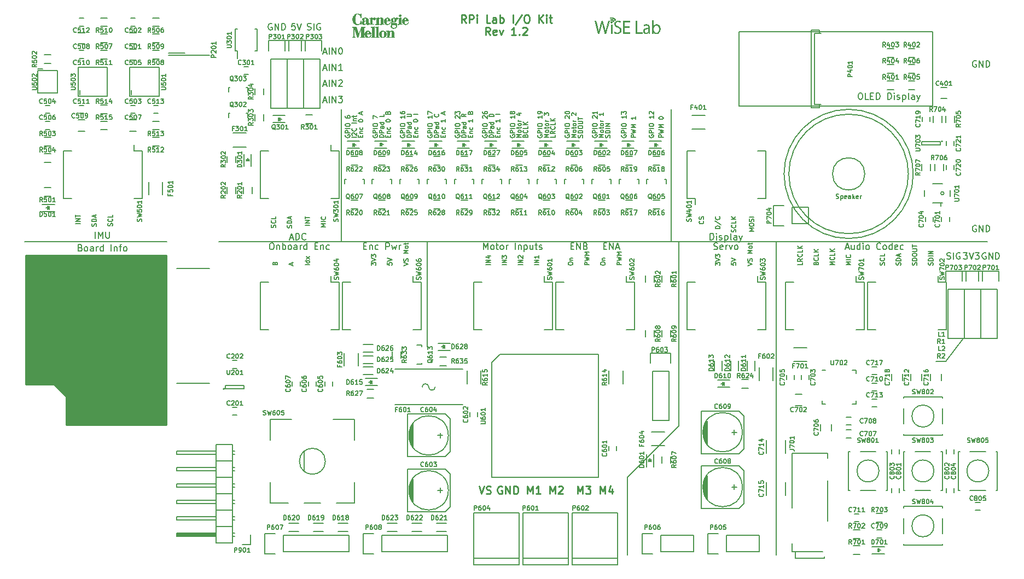
<source format=gto>
G04 #@! TF.FileFunction,Legend,Top*
%FSLAX46Y46*%
G04 Gerber Fmt 4.6, Leading zero omitted, Abs format (unit mm)*
G04 Created by KiCad (PCBNEW 4.0.2-stable) date Tuesday, August 23, 2016 'PMt' 07:55:18 PM*
%MOMM*%
G01*
G04 APERTURE LIST*
%ADD10C,0.100000*%
%ADD11C,0.150000*%
%ADD12C,0.220000*%
%ADD13C,0.200000*%
%ADD14C,0.010000*%
%ADD15C,0.254000*%
G04 APERTURE END LIST*
D10*
D11*
X105500000Y52200000D02*
X105533333Y52166666D01*
X105566667Y52066666D01*
X105566667Y52000000D01*
X105533333Y51900000D01*
X105466667Y51833333D01*
X105400000Y51800000D01*
X105266667Y51766666D01*
X105166667Y51766666D01*
X105033333Y51800000D01*
X104966667Y51833333D01*
X104900000Y51900000D01*
X104866667Y52000000D01*
X104866667Y52066666D01*
X104900000Y52166666D01*
X104933333Y52200000D01*
X105533333Y52466666D02*
X105566667Y52566666D01*
X105566667Y52733333D01*
X105533333Y52800000D01*
X105500000Y52833333D01*
X105433333Y52866666D01*
X105366667Y52866666D01*
X105300000Y52833333D01*
X105266667Y52800000D01*
X105233333Y52733333D01*
X105200000Y52600000D01*
X105166667Y52533333D01*
X105133333Y52500000D01*
X105066667Y52466666D01*
X105000000Y52466666D01*
X104933333Y52500000D01*
X104900000Y52533333D01*
X104866667Y52600000D01*
X104866667Y52766666D01*
X104900000Y52866666D01*
X143000000Y30500000D02*
X145750000Y34000000D01*
X141500000Y30500000D02*
X143000000Y30500000D01*
X142266666Y34378333D02*
X141933333Y34378333D01*
X141933333Y35078333D01*
X142866666Y34378333D02*
X142466666Y34378333D01*
X142666666Y34378333D02*
X142666666Y35078333D01*
X142600000Y34978333D01*
X142533333Y34911667D01*
X142466666Y34878333D01*
X142200000Y33248333D02*
X141966666Y33581667D01*
X141800000Y33248333D02*
X141800000Y33948333D01*
X142066666Y33948333D01*
X142133333Y33915000D01*
X142166666Y33881667D01*
X142200000Y33815000D01*
X142200000Y33715000D01*
X142166666Y33648333D01*
X142133333Y33615000D01*
X142066666Y33581667D01*
X141800000Y33581667D01*
X142866666Y33248333D02*
X142466666Y33248333D01*
X142666666Y33248333D02*
X142666666Y33948333D01*
X142600000Y33848333D01*
X142533333Y33781667D01*
X142466666Y33748333D01*
X142266666Y32118333D02*
X141933333Y32118333D01*
X141933333Y32818333D01*
X142466666Y32751667D02*
X142500000Y32785000D01*
X142566666Y32818333D01*
X142733333Y32818333D01*
X142800000Y32785000D01*
X142833333Y32751667D01*
X142866666Y32685000D01*
X142866666Y32618333D01*
X142833333Y32518333D01*
X142433333Y32118333D01*
X142866666Y32118333D01*
X142200000Y30988333D02*
X141966666Y31321667D01*
X141800000Y30988333D02*
X141800000Y31688333D01*
X142066666Y31688333D01*
X142133333Y31655000D01*
X142166666Y31621667D01*
X142200000Y31555000D01*
X142200000Y31455000D01*
X142166666Y31388333D01*
X142133333Y31355000D01*
X142066666Y31321667D01*
X141800000Y31321667D01*
X142466666Y31621667D02*
X142500000Y31655000D01*
X142566666Y31688333D01*
X142733333Y31688333D01*
X142800000Y31655000D01*
X142833333Y31621667D01*
X142866666Y31555000D01*
X142866666Y31488333D01*
X142833333Y31388333D01*
X142433333Y30988333D01*
X142866666Y30988333D01*
X143226191Y46345238D02*
X143369048Y46297619D01*
X143607144Y46297619D01*
X143702382Y46345238D01*
X143750001Y46392857D01*
X143797620Y46488095D01*
X143797620Y46583333D01*
X143750001Y46678571D01*
X143702382Y46726190D01*
X143607144Y46773810D01*
X143416667Y46821429D01*
X143321429Y46869048D01*
X143273810Y46916667D01*
X143226191Y47011905D01*
X143226191Y47107143D01*
X143273810Y47202381D01*
X143321429Y47250000D01*
X143416667Y47297619D01*
X143654763Y47297619D01*
X143797620Y47250000D01*
X144226191Y46297619D02*
X144226191Y47297619D01*
X145226191Y47250000D02*
X145130953Y47297619D01*
X144988096Y47297619D01*
X144845238Y47250000D01*
X144750000Y47154762D01*
X144702381Y47059524D01*
X144654762Y46869048D01*
X144654762Y46726190D01*
X144702381Y46535714D01*
X144750000Y46440476D01*
X144845238Y46345238D01*
X144988096Y46297619D01*
X145083334Y46297619D01*
X145226191Y46345238D01*
X145273810Y46392857D01*
X145273810Y46726190D01*
X145083334Y46726190D01*
X145761905Y47297619D02*
X146380953Y47297619D01*
X146047619Y46916667D01*
X146190477Y46916667D01*
X146285715Y46869048D01*
X146333334Y46821429D01*
X146380953Y46726190D01*
X146380953Y46488095D01*
X146333334Y46392857D01*
X146285715Y46345238D01*
X146190477Y46297619D01*
X145904762Y46297619D01*
X145809524Y46345238D01*
X145761905Y46392857D01*
X146666667Y47297619D02*
X147000000Y46297619D01*
X147333334Y47297619D01*
X147571429Y47297619D02*
X148190477Y47297619D01*
X147857143Y46916667D01*
X148000001Y46916667D01*
X148095239Y46869048D01*
X148142858Y46821429D01*
X148190477Y46726190D01*
X148190477Y46488095D01*
X148142858Y46392857D01*
X148095239Y46345238D01*
X148000001Y46297619D01*
X147714286Y46297619D01*
X147619048Y46345238D01*
X147571429Y46392857D01*
X149238096Y47250000D02*
X149142858Y47297619D01*
X149000001Y47297619D01*
X148857143Y47250000D01*
X148761905Y47154762D01*
X148714286Y47059524D01*
X148666667Y46869048D01*
X148666667Y46726190D01*
X148714286Y46535714D01*
X148761905Y46440476D01*
X148857143Y46345238D01*
X149000001Y46297619D01*
X149095239Y46297619D01*
X149238096Y46345238D01*
X149285715Y46392857D01*
X149285715Y46726190D01*
X149095239Y46726190D01*
X149714286Y46297619D02*
X149714286Y47297619D01*
X150285715Y46297619D01*
X150285715Y47297619D01*
X150761905Y46297619D02*
X150761905Y47297619D01*
X151000000Y47297619D01*
X151142858Y47250000D01*
X151238096Y47154762D01*
X151285715Y47059524D01*
X151333334Y46869048D01*
X151333334Y46726190D01*
X151285715Y46535714D01*
X151238096Y46440476D01*
X151142858Y46345238D01*
X151000000Y46297619D01*
X150761905Y46297619D01*
X44226191Y81845238D02*
X44369048Y81797619D01*
X44607144Y81797619D01*
X44702382Y81845238D01*
X44750001Y81892857D01*
X44797620Y81988095D01*
X44797620Y82083333D01*
X44750001Y82178571D01*
X44702382Y82226190D01*
X44607144Y82273810D01*
X44416667Y82321429D01*
X44321429Y82369048D01*
X44273810Y82416667D01*
X44226191Y82511905D01*
X44226191Y82607143D01*
X44273810Y82702381D01*
X44321429Y82750000D01*
X44416667Y82797619D01*
X44654763Y82797619D01*
X44797620Y82750000D01*
X45226191Y81797619D02*
X45226191Y82797619D01*
X46226191Y82750000D02*
X46130953Y82797619D01*
X45988096Y82797619D01*
X45845238Y82750000D01*
X45750000Y82654762D01*
X45702381Y82559524D01*
X45654762Y82369048D01*
X45654762Y82226190D01*
X45702381Y82035714D01*
X45750000Y81940476D01*
X45845238Y81845238D01*
X45988096Y81797619D01*
X46083334Y81797619D01*
X46226191Y81845238D01*
X46273810Y81892857D01*
X46273810Y82226190D01*
X46083334Y82226190D01*
X42309524Y82797619D02*
X41833333Y82797619D01*
X41785714Y82321429D01*
X41833333Y82369048D01*
X41928571Y82416667D01*
X42166667Y82416667D01*
X42261905Y82369048D01*
X42309524Y82321429D01*
X42357143Y82226190D01*
X42357143Y81988095D01*
X42309524Y81892857D01*
X42261905Y81845238D01*
X42166667Y81797619D01*
X41928571Y81797619D01*
X41833333Y81845238D01*
X41785714Y81892857D01*
X42642857Y82797619D02*
X42976190Y81797619D01*
X43309524Y82797619D01*
X38738096Y82750000D02*
X38642858Y82797619D01*
X38500001Y82797619D01*
X38357143Y82750000D01*
X38261905Y82654762D01*
X38214286Y82559524D01*
X38166667Y82369048D01*
X38166667Y82226190D01*
X38214286Y82035714D01*
X38261905Y81940476D01*
X38357143Y81845238D01*
X38500001Y81797619D01*
X38595239Y81797619D01*
X38738096Y81845238D01*
X38785715Y81892857D01*
X38785715Y82226190D01*
X38595239Y82226190D01*
X39214286Y81797619D02*
X39214286Y82797619D01*
X39785715Y81797619D01*
X39785715Y82797619D01*
X40261905Y81797619D02*
X40261905Y82797619D01*
X40500000Y82797619D01*
X40642858Y82750000D01*
X40738096Y82654762D01*
X40785715Y82559524D01*
X40833334Y82369048D01*
X40833334Y82226190D01*
X40785715Y82035714D01*
X40738096Y81940476D01*
X40642858Y81845238D01*
X40500000Y81797619D01*
X40261905Y81797619D01*
D12*
X70778572Y11157143D02*
X71178572Y9957143D01*
X71578572Y11157143D01*
X71921428Y10014286D02*
X72092857Y9957143D01*
X72378571Y9957143D01*
X72492857Y10014286D01*
X72550000Y10071429D01*
X72607143Y10185714D01*
X72607143Y10300000D01*
X72550000Y10414286D01*
X72492857Y10471429D01*
X72378571Y10528571D01*
X72150000Y10585714D01*
X72035714Y10642857D01*
X71978571Y10700000D01*
X71921428Y10814286D01*
X71921428Y10928571D01*
X71978571Y11042857D01*
X72035714Y11100000D01*
X72150000Y11157143D01*
X72435714Y11157143D01*
X72607143Y11100000D01*
X74335715Y11100000D02*
X74221429Y11157143D01*
X74050000Y11157143D01*
X73878572Y11100000D01*
X73764286Y10985714D01*
X73707143Y10871429D01*
X73650000Y10642857D01*
X73650000Y10471429D01*
X73707143Y10242857D01*
X73764286Y10128571D01*
X73878572Y10014286D01*
X74050000Y9957143D01*
X74164286Y9957143D01*
X74335715Y10014286D01*
X74392858Y10071429D01*
X74392858Y10471429D01*
X74164286Y10471429D01*
X74907143Y9957143D02*
X74907143Y11157143D01*
X75592858Y9957143D01*
X75592858Y11157143D01*
X76164286Y9957143D02*
X76164286Y11157143D01*
X76450001Y11157143D01*
X76621429Y11100000D01*
X76735715Y10985714D01*
X76792858Y10871429D01*
X76850001Y10642857D01*
X76850001Y10471429D01*
X76792858Y10242857D01*
X76735715Y10128571D01*
X76621429Y10014286D01*
X76450001Y9957143D01*
X76164286Y9957143D01*
X89528571Y9957143D02*
X89528571Y11157143D01*
X89928571Y10300000D01*
X90328571Y11157143D01*
X90328571Y9957143D01*
X91414286Y10757143D02*
X91414286Y9957143D01*
X91128572Y11214286D02*
X90842857Y10357143D01*
X91585715Y10357143D01*
X86028571Y9957143D02*
X86028571Y11157143D01*
X86428571Y10300000D01*
X86828571Y11157143D01*
X86828571Y9957143D01*
X87285715Y11157143D02*
X88028572Y11157143D01*
X87628572Y10700000D01*
X87800000Y10700000D01*
X87914286Y10642857D01*
X87971429Y10585714D01*
X88028572Y10471429D01*
X88028572Y10185714D01*
X87971429Y10071429D01*
X87914286Y10014286D01*
X87800000Y9957143D01*
X87457143Y9957143D01*
X87342857Y10014286D01*
X87285715Y10071429D01*
X81778571Y9957143D02*
X81778571Y11157143D01*
X82178571Y10300000D01*
X82578571Y11157143D01*
X82578571Y9957143D01*
X83092857Y11042857D02*
X83150000Y11100000D01*
X83264286Y11157143D01*
X83550000Y11157143D01*
X83664286Y11100000D01*
X83721429Y11042857D01*
X83778572Y10928571D01*
X83778572Y10814286D01*
X83721429Y10642857D01*
X83035715Y9957143D01*
X83778572Y9957143D01*
X78278571Y9957143D02*
X78278571Y11157143D01*
X78678571Y10300000D01*
X79078571Y11157143D01*
X79078571Y9957143D01*
X80278572Y9957143D02*
X79592857Y9957143D01*
X79935715Y9957143D02*
X79935715Y11157143D01*
X79821429Y10985714D01*
X79707143Y10871429D01*
X79592857Y10814286D01*
D11*
X9095238Y48071429D02*
X9238095Y48023810D01*
X9285714Y47976190D01*
X9333333Y47880952D01*
X9333333Y47738095D01*
X9285714Y47642857D01*
X9238095Y47595238D01*
X9142857Y47547619D01*
X8761904Y47547619D01*
X8761904Y48547619D01*
X9095238Y48547619D01*
X9190476Y48500000D01*
X9238095Y48452381D01*
X9285714Y48357143D01*
X9285714Y48261905D01*
X9238095Y48166667D01*
X9190476Y48119048D01*
X9095238Y48071429D01*
X8761904Y48071429D01*
X9904761Y47547619D02*
X9809523Y47595238D01*
X9761904Y47642857D01*
X9714285Y47738095D01*
X9714285Y48023810D01*
X9761904Y48119048D01*
X9809523Y48166667D01*
X9904761Y48214286D01*
X10047619Y48214286D01*
X10142857Y48166667D01*
X10190476Y48119048D01*
X10238095Y48023810D01*
X10238095Y47738095D01*
X10190476Y47642857D01*
X10142857Y47595238D01*
X10047619Y47547619D01*
X9904761Y47547619D01*
X11095238Y47547619D02*
X11095238Y48071429D01*
X11047619Y48166667D01*
X10952381Y48214286D01*
X10761904Y48214286D01*
X10666666Y48166667D01*
X11095238Y47595238D02*
X11000000Y47547619D01*
X10761904Y47547619D01*
X10666666Y47595238D01*
X10619047Y47690476D01*
X10619047Y47785714D01*
X10666666Y47880952D01*
X10761904Y47928571D01*
X11000000Y47928571D01*
X11095238Y47976190D01*
X11571428Y47547619D02*
X11571428Y48214286D01*
X11571428Y48023810D02*
X11619047Y48119048D01*
X11666666Y48166667D01*
X11761904Y48214286D01*
X11857143Y48214286D01*
X12619048Y47547619D02*
X12619048Y48547619D01*
X12619048Y47595238D02*
X12523810Y47547619D01*
X12333333Y47547619D01*
X12238095Y47595238D01*
X12190476Y47642857D01*
X12142857Y47738095D01*
X12142857Y48023810D01*
X12190476Y48119048D01*
X12238095Y48166667D01*
X12333333Y48214286D01*
X12523810Y48214286D01*
X12619048Y48166667D01*
X13857143Y47547619D02*
X13857143Y48547619D01*
X14333333Y48214286D02*
X14333333Y47547619D01*
X14333333Y48119048D02*
X14380952Y48166667D01*
X14476190Y48214286D01*
X14619048Y48214286D01*
X14714286Y48166667D01*
X14761905Y48071429D01*
X14761905Y47547619D01*
X15095238Y48214286D02*
X15476190Y48214286D01*
X15238095Y47547619D02*
X15238095Y48404762D01*
X15285714Y48500000D01*
X15380952Y48547619D01*
X15476190Y48547619D01*
X15952381Y47547619D02*
X15857143Y47595238D01*
X15809524Y47642857D01*
X15761905Y47738095D01*
X15761905Y48023810D01*
X15809524Y48119048D01*
X15857143Y48166667D01*
X15952381Y48214286D01*
X16095239Y48214286D01*
X16190477Y48166667D01*
X16238096Y48119048D01*
X16285715Y48023810D01*
X16285715Y47738095D01*
X16238096Y47642857D01*
X16190477Y47595238D01*
X16095239Y47547619D01*
X15952381Y47547619D01*
D12*
X68771428Y82907143D02*
X68371428Y83478571D01*
X68085713Y82907143D02*
X68085713Y84107143D01*
X68542856Y84107143D01*
X68657142Y84050000D01*
X68714285Y83992857D01*
X68771428Y83878571D01*
X68771428Y83707143D01*
X68714285Y83592857D01*
X68657142Y83535714D01*
X68542856Y83478571D01*
X68085713Y83478571D01*
X69285713Y82907143D02*
X69285713Y84107143D01*
X69742856Y84107143D01*
X69857142Y84050000D01*
X69914285Y83992857D01*
X69971428Y83878571D01*
X69971428Y83707143D01*
X69914285Y83592857D01*
X69857142Y83535714D01*
X69742856Y83478571D01*
X69285713Y83478571D01*
X70485713Y82907143D02*
X70485713Y83707143D01*
X70485713Y84107143D02*
X70428570Y84050000D01*
X70485713Y83992857D01*
X70542856Y84050000D01*
X70485713Y84107143D01*
X70485713Y83992857D01*
X72542857Y82907143D02*
X71971428Y82907143D01*
X71971428Y84107143D01*
X73457143Y82907143D02*
X73457143Y83535714D01*
X73400000Y83650000D01*
X73285714Y83707143D01*
X73057143Y83707143D01*
X72942857Y83650000D01*
X73457143Y82964286D02*
X73342857Y82907143D01*
X73057143Y82907143D01*
X72942857Y82964286D01*
X72885714Y83078571D01*
X72885714Y83192857D01*
X72942857Y83307143D01*
X73057143Y83364286D01*
X73342857Y83364286D01*
X73457143Y83421429D01*
X74028571Y82907143D02*
X74028571Y84107143D01*
X74028571Y83650000D02*
X74142857Y83707143D01*
X74371428Y83707143D01*
X74485714Y83650000D01*
X74542857Y83592857D01*
X74600000Y83478571D01*
X74600000Y83135714D01*
X74542857Y83021429D01*
X74485714Y82964286D01*
X74371428Y82907143D01*
X74142857Y82907143D01*
X74028571Y82964286D01*
X76028571Y82907143D02*
X76028571Y84107143D01*
X77457143Y84164286D02*
X76428572Y82621429D01*
X78085715Y84107143D02*
X78314286Y84107143D01*
X78428572Y84050000D01*
X78542858Y83935714D01*
X78600000Y83707143D01*
X78600000Y83307143D01*
X78542858Y83078571D01*
X78428572Y82964286D01*
X78314286Y82907143D01*
X78085715Y82907143D01*
X77971429Y82964286D01*
X77857143Y83078571D01*
X77800000Y83307143D01*
X77800000Y83707143D01*
X77857143Y83935714D01*
X77971429Y84050000D01*
X78085715Y84107143D01*
X80028572Y82907143D02*
X80028572Y84107143D01*
X80714287Y82907143D02*
X80200001Y83592857D01*
X80714287Y84107143D02*
X80028572Y83421429D01*
X81228572Y82907143D02*
X81228572Y83707143D01*
X81228572Y84107143D02*
X81171429Y84050000D01*
X81228572Y83992857D01*
X81285715Y84050000D01*
X81228572Y84107143D01*
X81228572Y83992857D01*
X81628573Y83707143D02*
X82085716Y83707143D01*
X81800001Y84107143D02*
X81800001Y83078571D01*
X81857144Y82964286D01*
X81971430Y82907143D01*
X82085716Y82907143D01*
X72514286Y81007143D02*
X72114286Y81578571D01*
X71828571Y81007143D02*
X71828571Y82207143D01*
X72285714Y82207143D01*
X72400000Y82150000D01*
X72457143Y82092857D01*
X72514286Y81978571D01*
X72514286Y81807143D01*
X72457143Y81692857D01*
X72400000Y81635714D01*
X72285714Y81578571D01*
X71828571Y81578571D01*
X73485714Y81064286D02*
X73371428Y81007143D01*
X73142857Y81007143D01*
X73028571Y81064286D01*
X72971428Y81178571D01*
X72971428Y81635714D01*
X73028571Y81750000D01*
X73142857Y81807143D01*
X73371428Y81807143D01*
X73485714Y81750000D01*
X73542857Y81635714D01*
X73542857Y81521429D01*
X72971428Y81407143D01*
X73942857Y81807143D02*
X74228571Y81007143D01*
X74514285Y81807143D01*
X76514286Y81007143D02*
X75828571Y81007143D01*
X76171429Y81007143D02*
X76171429Y82207143D01*
X76057143Y82035714D01*
X75942857Y81921429D01*
X75828571Y81864286D01*
X77028571Y81121429D02*
X77085714Y81064286D01*
X77028571Y81007143D01*
X76971428Y81064286D01*
X77028571Y81121429D01*
X77028571Y81007143D01*
X77542857Y82092857D02*
X77600000Y82150000D01*
X77714286Y82207143D01*
X78000000Y82207143D01*
X78114286Y82150000D01*
X78171429Y82092857D01*
X78228572Y81978571D01*
X78228572Y81864286D01*
X78171429Y81692857D01*
X77485715Y81007143D01*
X78228572Y81007143D01*
D11*
X22500000Y49000000D02*
X500000Y49000000D01*
X147738096Y51500000D02*
X147642858Y51547619D01*
X147500001Y51547619D01*
X147357143Y51500000D01*
X147261905Y51404762D01*
X147214286Y51309524D01*
X147166667Y51119048D01*
X147166667Y50976190D01*
X147214286Y50785714D01*
X147261905Y50690476D01*
X147357143Y50595238D01*
X147500001Y50547619D01*
X147595239Y50547619D01*
X147738096Y50595238D01*
X147785715Y50642857D01*
X147785715Y50976190D01*
X147595239Y50976190D01*
X148214286Y50547619D02*
X148214286Y51547619D01*
X148785715Y50547619D01*
X148785715Y51547619D01*
X149261905Y50547619D02*
X149261905Y51547619D01*
X149500000Y51547619D01*
X149642858Y51500000D01*
X149738096Y51404762D01*
X149785715Y51309524D01*
X149833334Y51119048D01*
X149833334Y50976190D01*
X149785715Y50785714D01*
X149738096Y50690476D01*
X149642858Y50595238D01*
X149500000Y50547619D01*
X149261905Y50547619D01*
X147738096Y77000000D02*
X147642858Y77047619D01*
X147500001Y77047619D01*
X147357143Y77000000D01*
X147261905Y76904762D01*
X147214286Y76809524D01*
X147166667Y76619048D01*
X147166667Y76476190D01*
X147214286Y76285714D01*
X147261905Y76190476D01*
X147357143Y76095238D01*
X147500001Y76047619D01*
X147595239Y76047619D01*
X147738096Y76095238D01*
X147785715Y76142857D01*
X147785715Y76476190D01*
X147595239Y76476190D01*
X148214286Y76047619D02*
X148214286Y77047619D01*
X148785715Y76047619D01*
X148785715Y77047619D01*
X149261905Y76047619D02*
X149261905Y77047619D01*
X149500000Y77047619D01*
X149642858Y77000000D01*
X149738096Y76904762D01*
X149785715Y76809524D01*
X149833334Y76619048D01*
X149833334Y76476190D01*
X149785715Y76285714D01*
X149738096Y76190476D01*
X149642858Y76095238D01*
X149500000Y76047619D01*
X149261905Y76047619D01*
X49500000Y49000000D02*
X49500000Y69500000D01*
X107142857Y47845238D02*
X107285714Y47797619D01*
X107523810Y47797619D01*
X107619048Y47845238D01*
X107666667Y47892857D01*
X107714286Y47988095D01*
X107714286Y48083333D01*
X107666667Y48178571D01*
X107619048Y48226190D01*
X107523810Y48273810D01*
X107333333Y48321429D01*
X107238095Y48369048D01*
X107190476Y48416667D01*
X107142857Y48511905D01*
X107142857Y48607143D01*
X107190476Y48702381D01*
X107238095Y48750000D01*
X107333333Y48797619D01*
X107571429Y48797619D01*
X107714286Y48750000D01*
X108523810Y47845238D02*
X108428572Y47797619D01*
X108238095Y47797619D01*
X108142857Y47845238D01*
X108095238Y47940476D01*
X108095238Y48321429D01*
X108142857Y48416667D01*
X108238095Y48464286D01*
X108428572Y48464286D01*
X108523810Y48416667D01*
X108571429Y48321429D01*
X108571429Y48226190D01*
X108095238Y48130952D01*
X109000000Y47797619D02*
X109000000Y48464286D01*
X109000000Y48273810D02*
X109047619Y48369048D01*
X109095238Y48416667D01*
X109190476Y48464286D01*
X109285715Y48464286D01*
X109523810Y48464286D02*
X109761905Y47797619D01*
X110000001Y48464286D01*
X110523810Y47797619D02*
X110428572Y47845238D01*
X110380953Y47892857D01*
X110333334Y47988095D01*
X110333334Y48273810D01*
X110380953Y48369048D01*
X110428572Y48416667D01*
X110523810Y48464286D01*
X110666668Y48464286D01*
X110761906Y48416667D01*
X110809525Y48369048D01*
X110857144Y48273810D01*
X110857144Y47988095D01*
X110809525Y47892857D01*
X110761906Y47845238D01*
X110666668Y47797619D01*
X110523810Y47797619D01*
X126066667Y55716667D02*
X126166667Y55683333D01*
X126333334Y55683333D01*
X126400001Y55716667D01*
X126433334Y55750000D01*
X126466667Y55816667D01*
X126466667Y55883333D01*
X126433334Y55950000D01*
X126400001Y55983333D01*
X126333334Y56016667D01*
X126200001Y56050000D01*
X126133334Y56083333D01*
X126100001Y56116667D01*
X126066667Y56183333D01*
X126066667Y56250000D01*
X126100001Y56316667D01*
X126133334Y56350000D01*
X126200001Y56383333D01*
X126366667Y56383333D01*
X126466667Y56350000D01*
X126766668Y56150000D02*
X126766668Y55450000D01*
X126766668Y56116667D02*
X126833334Y56150000D01*
X126966668Y56150000D01*
X127033334Y56116667D01*
X127066668Y56083333D01*
X127100001Y56016667D01*
X127100001Y55816667D01*
X127066668Y55750000D01*
X127033334Y55716667D01*
X126966668Y55683333D01*
X126833334Y55683333D01*
X126766668Y55716667D01*
X127666667Y55716667D02*
X127600001Y55683333D01*
X127466667Y55683333D01*
X127400001Y55716667D01*
X127366667Y55783333D01*
X127366667Y56050000D01*
X127400001Y56116667D01*
X127466667Y56150000D01*
X127600001Y56150000D01*
X127666667Y56116667D01*
X127700001Y56050000D01*
X127700001Y55983333D01*
X127366667Y55916667D01*
X128300001Y55683333D02*
X128300001Y56050000D01*
X128266667Y56116667D01*
X128200001Y56150000D01*
X128066667Y56150000D01*
X128000001Y56116667D01*
X128300001Y55716667D02*
X128233334Y55683333D01*
X128066667Y55683333D01*
X128000001Y55716667D01*
X127966667Y55783333D01*
X127966667Y55850000D01*
X128000001Y55916667D01*
X128066667Y55950000D01*
X128233334Y55950000D01*
X128300001Y55983333D01*
X128633334Y55683333D02*
X128633334Y56383333D01*
X128700000Y55950000D02*
X128900000Y55683333D01*
X128900000Y56150000D02*
X128633334Y55883333D01*
X129466667Y55716667D02*
X129400001Y55683333D01*
X129266667Y55683333D01*
X129200001Y55716667D01*
X129166667Y55783333D01*
X129166667Y56050000D01*
X129200001Y56116667D01*
X129266667Y56150000D01*
X129400001Y56150000D01*
X129466667Y56116667D01*
X129500001Y56050000D01*
X129500001Y55983333D01*
X129166667Y55916667D01*
X129800001Y55683333D02*
X129800001Y56150000D01*
X129800001Y56016667D02*
X129833334Y56083333D01*
X129866667Y56116667D01*
X129933334Y56150000D01*
X130000001Y56150000D01*
X130500000Y59500000D02*
G75*
G03X130500000Y59500000I-2500000J0D01*
G01*
X137250000Y59500000D02*
G75*
G03X137250000Y59500000I-9250000J0D01*
G01*
X100500000Y49000000D02*
X100500000Y69500000D01*
X93750000Y12500000D02*
X93750000Y500000D01*
X101750000Y20500000D02*
X93750000Y12500000D01*
X101750000Y49000000D02*
X101750000Y20500000D01*
X62750000Y49000000D02*
X62750000Y32750000D01*
X53250000Y49000000D02*
X30500000Y49000000D01*
X116750000Y49000000D02*
X53250000Y49000000D01*
X116750000Y49000000D02*
X149500000Y49000000D01*
X116750000Y500000D02*
X116750000Y49000000D01*
X127523809Y48083333D02*
X128000000Y48083333D01*
X127428571Y47797619D02*
X127761904Y48797619D01*
X128095238Y47797619D01*
X128857143Y48464286D02*
X128857143Y47797619D01*
X128428571Y48464286D02*
X128428571Y47940476D01*
X128476190Y47845238D01*
X128571428Y47797619D01*
X128714286Y47797619D01*
X128809524Y47845238D01*
X128857143Y47892857D01*
X129761905Y47797619D02*
X129761905Y48797619D01*
X129761905Y47845238D02*
X129666667Y47797619D01*
X129476190Y47797619D01*
X129380952Y47845238D01*
X129333333Y47892857D01*
X129285714Y47988095D01*
X129285714Y48273810D01*
X129333333Y48369048D01*
X129380952Y48416667D01*
X129476190Y48464286D01*
X129666667Y48464286D01*
X129761905Y48416667D01*
X130238095Y47797619D02*
X130238095Y48464286D01*
X130238095Y48797619D02*
X130190476Y48750000D01*
X130238095Y48702381D01*
X130285714Y48750000D01*
X130238095Y48797619D01*
X130238095Y48702381D01*
X130857142Y47797619D02*
X130761904Y47845238D01*
X130714285Y47892857D01*
X130666666Y47988095D01*
X130666666Y48273810D01*
X130714285Y48369048D01*
X130761904Y48416667D01*
X130857142Y48464286D01*
X131000000Y48464286D01*
X131095238Y48416667D01*
X131142857Y48369048D01*
X131190476Y48273810D01*
X131190476Y47988095D01*
X131142857Y47892857D01*
X131095238Y47845238D01*
X131000000Y47797619D01*
X130857142Y47797619D01*
X132952381Y47892857D02*
X132904762Y47845238D01*
X132761905Y47797619D01*
X132666667Y47797619D01*
X132523809Y47845238D01*
X132428571Y47940476D01*
X132380952Y48035714D01*
X132333333Y48226190D01*
X132333333Y48369048D01*
X132380952Y48559524D01*
X132428571Y48654762D01*
X132523809Y48750000D01*
X132666667Y48797619D01*
X132761905Y48797619D01*
X132904762Y48750000D01*
X132952381Y48702381D01*
X133523809Y47797619D02*
X133428571Y47845238D01*
X133380952Y47892857D01*
X133333333Y47988095D01*
X133333333Y48273810D01*
X133380952Y48369048D01*
X133428571Y48416667D01*
X133523809Y48464286D01*
X133666667Y48464286D01*
X133761905Y48416667D01*
X133809524Y48369048D01*
X133857143Y48273810D01*
X133857143Y47988095D01*
X133809524Y47892857D01*
X133761905Y47845238D01*
X133666667Y47797619D01*
X133523809Y47797619D01*
X134714286Y47797619D02*
X134714286Y48797619D01*
X134714286Y47845238D02*
X134619048Y47797619D01*
X134428571Y47797619D01*
X134333333Y47845238D01*
X134285714Y47892857D01*
X134238095Y47988095D01*
X134238095Y48273810D01*
X134285714Y48369048D01*
X134333333Y48416667D01*
X134428571Y48464286D01*
X134619048Y48464286D01*
X134714286Y48416667D01*
X135571429Y47845238D02*
X135476191Y47797619D01*
X135285714Y47797619D01*
X135190476Y47845238D01*
X135142857Y47940476D01*
X135142857Y48321429D01*
X135190476Y48416667D01*
X135285714Y48464286D01*
X135476191Y48464286D01*
X135571429Y48416667D01*
X135619048Y48321429D01*
X135619048Y48226190D01*
X135142857Y48130952D01*
X136476191Y47845238D02*
X136380953Y47797619D01*
X136190476Y47797619D01*
X136095238Y47845238D01*
X136047619Y47892857D01*
X136000000Y47988095D01*
X136000000Y48273810D01*
X136047619Y48369048D01*
X136095238Y48416667D01*
X136190476Y48464286D01*
X136380953Y48464286D01*
X136476191Y48416667D01*
X141033333Y45383333D02*
X141066667Y45483333D01*
X141066667Y45650000D01*
X141033333Y45716667D01*
X141000000Y45750000D01*
X140933333Y45783333D01*
X140866667Y45783333D01*
X140800000Y45750000D01*
X140766667Y45716667D01*
X140733333Y45650000D01*
X140700000Y45516667D01*
X140666667Y45450000D01*
X140633333Y45416667D01*
X140566667Y45383333D01*
X140500000Y45383333D01*
X140433333Y45416667D01*
X140400000Y45450000D01*
X140366667Y45516667D01*
X140366667Y45683333D01*
X140400000Y45783333D01*
X141066667Y46083334D02*
X140366667Y46083334D01*
X140366667Y46250000D01*
X140400000Y46350000D01*
X140466667Y46416667D01*
X140533333Y46450000D01*
X140666667Y46483334D01*
X140766667Y46483334D01*
X140900000Y46450000D01*
X140966667Y46416667D01*
X141033333Y46350000D01*
X141066667Y46250000D01*
X141066667Y46083334D01*
X141066667Y46783334D02*
X140366667Y46783334D01*
X141066667Y47116667D02*
X140366667Y47116667D01*
X141066667Y47516667D01*
X140366667Y47516667D01*
X138533333Y45383333D02*
X138566667Y45483333D01*
X138566667Y45650000D01*
X138533333Y45716667D01*
X138500000Y45750000D01*
X138433333Y45783333D01*
X138366667Y45783333D01*
X138300000Y45750000D01*
X138266667Y45716667D01*
X138233333Y45650000D01*
X138200000Y45516667D01*
X138166667Y45450000D01*
X138133333Y45416667D01*
X138066667Y45383333D01*
X138000000Y45383333D01*
X137933333Y45416667D01*
X137900000Y45450000D01*
X137866667Y45516667D01*
X137866667Y45683333D01*
X137900000Y45783333D01*
X138566667Y46083334D02*
X137866667Y46083334D01*
X137866667Y46250000D01*
X137900000Y46350000D01*
X137966667Y46416667D01*
X138033333Y46450000D01*
X138166667Y46483334D01*
X138266667Y46483334D01*
X138400000Y46450000D01*
X138466667Y46416667D01*
X138533333Y46350000D01*
X138566667Y46250000D01*
X138566667Y46083334D01*
X137866667Y46916667D02*
X137866667Y47050000D01*
X137900000Y47116667D01*
X137966667Y47183334D01*
X138100000Y47216667D01*
X138333333Y47216667D01*
X138466667Y47183334D01*
X138533333Y47116667D01*
X138566667Y47050000D01*
X138566667Y46916667D01*
X138533333Y46850000D01*
X138466667Y46783334D01*
X138333333Y46750000D01*
X138100000Y46750000D01*
X137966667Y46783334D01*
X137900000Y46850000D01*
X137866667Y46916667D01*
X137866667Y47516667D02*
X138433333Y47516667D01*
X138500000Y47550000D01*
X138533333Y47583333D01*
X138566667Y47650000D01*
X138566667Y47783333D01*
X138533333Y47850000D01*
X138500000Y47883333D01*
X138433333Y47916667D01*
X137866667Y47916667D01*
X137866667Y48150000D02*
X137866667Y48550000D01*
X138566667Y48350000D02*
X137866667Y48350000D01*
X136033333Y45383333D02*
X136066667Y45483333D01*
X136066667Y45650000D01*
X136033333Y45716667D01*
X136000000Y45750000D01*
X135933333Y45783333D01*
X135866667Y45783333D01*
X135800000Y45750000D01*
X135766667Y45716667D01*
X135733333Y45650000D01*
X135700000Y45516667D01*
X135666667Y45450000D01*
X135633333Y45416667D01*
X135566667Y45383333D01*
X135500000Y45383333D01*
X135433333Y45416667D01*
X135400000Y45450000D01*
X135366667Y45516667D01*
X135366667Y45683333D01*
X135400000Y45783333D01*
X136066667Y46083334D02*
X135366667Y46083334D01*
X135366667Y46250000D01*
X135400000Y46350000D01*
X135466667Y46416667D01*
X135533333Y46450000D01*
X135666667Y46483334D01*
X135766667Y46483334D01*
X135900000Y46450000D01*
X135966667Y46416667D01*
X136033333Y46350000D01*
X136066667Y46250000D01*
X136066667Y46083334D01*
X135866667Y46750000D02*
X135866667Y47083334D01*
X136066667Y46683334D02*
X135366667Y46916667D01*
X136066667Y47150000D01*
X133533333Y45383333D02*
X133566667Y45483333D01*
X133566667Y45650000D01*
X133533333Y45716667D01*
X133500000Y45750000D01*
X133433333Y45783333D01*
X133366667Y45783333D01*
X133300000Y45750000D01*
X133266667Y45716667D01*
X133233333Y45650000D01*
X133200000Y45516667D01*
X133166667Y45450000D01*
X133133333Y45416667D01*
X133066667Y45383333D01*
X133000000Y45383333D01*
X132933333Y45416667D01*
X132900000Y45450000D01*
X132866667Y45516667D01*
X132866667Y45683333D01*
X132900000Y45783333D01*
X133500000Y46483334D02*
X133533333Y46450000D01*
X133566667Y46350000D01*
X133566667Y46283334D01*
X133533333Y46183334D01*
X133466667Y46116667D01*
X133400000Y46083334D01*
X133266667Y46050000D01*
X133166667Y46050000D01*
X133033333Y46083334D01*
X132966667Y46116667D01*
X132900000Y46183334D01*
X132866667Y46283334D01*
X132866667Y46350000D01*
X132900000Y46450000D01*
X132933333Y46483334D01*
X133566667Y47116667D02*
X133566667Y46783334D01*
X132866667Y46783334D01*
X128316667Y45416667D02*
X127616667Y45416667D01*
X128116667Y45650000D01*
X127616667Y45883333D01*
X128316667Y45883333D01*
X128316667Y46216667D02*
X127616667Y46216667D01*
X128250000Y46950000D02*
X128283333Y46916666D01*
X128316667Y46816666D01*
X128316667Y46750000D01*
X128283333Y46650000D01*
X128216667Y46583333D01*
X128150000Y46550000D01*
X128016667Y46516666D01*
X127916667Y46516666D01*
X127783333Y46550000D01*
X127716667Y46583333D01*
X127650000Y46650000D01*
X127616667Y46750000D01*
X127616667Y46816666D01*
X127650000Y46916666D01*
X127683333Y46950000D01*
X125816667Y45416667D02*
X125116667Y45416667D01*
X125616667Y45650000D01*
X125116667Y45883333D01*
X125816667Y45883333D01*
X125750000Y46616667D02*
X125783333Y46583333D01*
X125816667Y46483333D01*
X125816667Y46416667D01*
X125783333Y46316667D01*
X125716667Y46250000D01*
X125650000Y46216667D01*
X125516667Y46183333D01*
X125416667Y46183333D01*
X125283333Y46216667D01*
X125216667Y46250000D01*
X125150000Y46316667D01*
X125116667Y46416667D01*
X125116667Y46483333D01*
X125150000Y46583333D01*
X125183333Y46616667D01*
X125816667Y47250000D02*
X125816667Y46916667D01*
X125116667Y46916667D01*
X125816667Y47483334D02*
X125116667Y47483334D01*
X125816667Y47883334D02*
X125416667Y47583334D01*
X125116667Y47883334D02*
X125516667Y47483334D01*
X122950000Y45650000D02*
X122983333Y45750000D01*
X123016667Y45783333D01*
X123083333Y45816667D01*
X123183333Y45816667D01*
X123250000Y45783333D01*
X123283333Y45750000D01*
X123316667Y45683333D01*
X123316667Y45416667D01*
X122616667Y45416667D01*
X122616667Y45650000D01*
X122650000Y45716667D01*
X122683333Y45750000D01*
X122750000Y45783333D01*
X122816667Y45783333D01*
X122883333Y45750000D01*
X122916667Y45716667D01*
X122950000Y45650000D01*
X122950000Y45416667D01*
X123250000Y46516667D02*
X123283333Y46483333D01*
X123316667Y46383333D01*
X123316667Y46316667D01*
X123283333Y46216667D01*
X123216667Y46150000D01*
X123150000Y46116667D01*
X123016667Y46083333D01*
X122916667Y46083333D01*
X122783333Y46116667D01*
X122716667Y46150000D01*
X122650000Y46216667D01*
X122616667Y46316667D01*
X122616667Y46383333D01*
X122650000Y46483333D01*
X122683333Y46516667D01*
X123316667Y47150000D02*
X123316667Y46816667D01*
X122616667Y46816667D01*
X123316667Y47383334D02*
X122616667Y47383334D01*
X123316667Y47783334D02*
X122916667Y47483334D01*
X122616667Y47783334D02*
X123016667Y47383334D01*
X120816667Y45750000D02*
X120816667Y45416667D01*
X120116667Y45416667D01*
X120816667Y46383334D02*
X120483333Y46150000D01*
X120816667Y45983334D02*
X120116667Y45983334D01*
X120116667Y46250000D01*
X120150000Y46316667D01*
X120183333Y46350000D01*
X120250000Y46383334D01*
X120350000Y46383334D01*
X120416667Y46350000D01*
X120450000Y46316667D01*
X120483333Y46250000D01*
X120483333Y45983334D01*
X120750000Y47083334D02*
X120783333Y47050000D01*
X120816667Y46950000D01*
X120816667Y46883334D01*
X120783333Y46783334D01*
X120716667Y46716667D01*
X120650000Y46683334D01*
X120516667Y46650000D01*
X120416667Y46650000D01*
X120283333Y46683334D01*
X120216667Y46716667D01*
X120150000Y46783334D01*
X120116667Y46883334D01*
X120116667Y46950000D01*
X120150000Y47050000D01*
X120183333Y47083334D01*
X120816667Y47716667D02*
X120816667Y47383334D01*
X120116667Y47383334D01*
X120816667Y47950001D02*
X120116667Y47950001D01*
X120816667Y48350001D02*
X120416667Y48050001D01*
X120116667Y48350001D02*
X120516667Y47950001D01*
X112366667Y45316667D02*
X113066667Y45550000D01*
X112366667Y45783333D01*
X113033333Y45983333D02*
X113066667Y46083333D01*
X113066667Y46250000D01*
X113033333Y46316667D01*
X113000000Y46350000D01*
X112933333Y46383333D01*
X112866667Y46383333D01*
X112800000Y46350000D01*
X112766667Y46316667D01*
X112733333Y46250000D01*
X112700000Y46116667D01*
X112666667Y46050000D01*
X112633333Y46016667D01*
X112566667Y45983333D01*
X112500000Y45983333D01*
X112433333Y46016667D01*
X112400000Y46050000D01*
X112366667Y46116667D01*
X112366667Y46283333D01*
X112400000Y46383333D01*
X113066667Y47216667D02*
X112366667Y47216667D01*
X112866667Y47450000D01*
X112366667Y47683333D01*
X113066667Y47683333D01*
X113066667Y48116667D02*
X113033333Y48050000D01*
X113000000Y48016667D01*
X112933333Y47983333D01*
X112733333Y47983333D01*
X112666667Y48016667D01*
X112633333Y48050000D01*
X112600000Y48116667D01*
X112600000Y48216667D01*
X112633333Y48283333D01*
X112666667Y48316667D01*
X112733333Y48350000D01*
X112933333Y48350000D01*
X113000000Y48316667D01*
X113033333Y48283333D01*
X113066667Y48216667D01*
X113066667Y48116667D01*
X112600000Y48550000D02*
X112600000Y48816666D01*
X112366667Y48650000D02*
X112966667Y48650000D01*
X113033333Y48683333D01*
X113066667Y48750000D01*
X113066667Y48816666D01*
X109866667Y45750000D02*
X109866667Y45416667D01*
X110200000Y45383333D01*
X110166667Y45416667D01*
X110133333Y45483333D01*
X110133333Y45650000D01*
X110166667Y45716667D01*
X110200000Y45750000D01*
X110266667Y45783333D01*
X110433333Y45783333D01*
X110500000Y45750000D01*
X110533333Y45716667D01*
X110566667Y45650000D01*
X110566667Y45483333D01*
X110533333Y45416667D01*
X110500000Y45383333D01*
X109866667Y45983334D02*
X110566667Y46216667D01*
X109866667Y46450000D01*
X107366667Y45350000D02*
X107366667Y45783333D01*
X107633333Y45550000D01*
X107633333Y45650000D01*
X107666667Y45716667D01*
X107700000Y45750000D01*
X107766667Y45783333D01*
X107933333Y45783333D01*
X108000000Y45750000D01*
X108033333Y45716667D01*
X108066667Y45650000D01*
X108066667Y45450000D01*
X108033333Y45383333D01*
X108000000Y45350000D01*
X107366667Y45983334D02*
X108066667Y46216667D01*
X107366667Y46450000D01*
X107366667Y46616667D02*
X107366667Y47050000D01*
X107633333Y46816667D01*
X107633333Y46916667D01*
X107666667Y46983334D01*
X107700000Y47016667D01*
X107766667Y47050000D01*
X107933333Y47050000D01*
X108000000Y47016667D01*
X108033333Y46983334D01*
X108066667Y46916667D01*
X108066667Y46716667D01*
X108033333Y46650000D01*
X108000000Y46616667D01*
X85011905Y48321429D02*
X85345239Y48321429D01*
X85488096Y47797619D02*
X85011905Y47797619D01*
X85011905Y48797619D01*
X85488096Y48797619D01*
X85916667Y47797619D02*
X85916667Y48797619D01*
X86488096Y47797619D01*
X86488096Y48797619D01*
X87297620Y48321429D02*
X87440477Y48273810D01*
X87488096Y48226190D01*
X87535715Y48130952D01*
X87535715Y47988095D01*
X87488096Y47892857D01*
X87440477Y47845238D01*
X87345239Y47797619D01*
X86964286Y47797619D01*
X86964286Y48797619D01*
X87297620Y48797619D01*
X87392858Y48750000D01*
X87440477Y48702381D01*
X87488096Y48607143D01*
X87488096Y48511905D01*
X87440477Y48416667D01*
X87392858Y48369048D01*
X87297620Y48321429D01*
X86964286Y48321429D01*
X80066667Y45416667D02*
X79366667Y45416667D01*
X80066667Y45750000D02*
X79366667Y45750000D01*
X80066667Y46150000D01*
X79366667Y46150000D01*
X80066667Y46849999D02*
X80066667Y46449999D01*
X80066667Y46649999D02*
X79366667Y46649999D01*
X79466667Y46583333D01*
X79533333Y46516666D01*
X79566667Y46449999D01*
X92816667Y45416667D02*
X92116667Y45416667D01*
X92116667Y45683333D01*
X92150000Y45750000D01*
X92183333Y45783333D01*
X92250000Y45816667D01*
X92350000Y45816667D01*
X92416667Y45783333D01*
X92450000Y45750000D01*
X92483333Y45683333D01*
X92483333Y45416667D01*
X92116667Y46050000D02*
X92816667Y46216667D01*
X92316667Y46350000D01*
X92816667Y46483333D01*
X92116667Y46650000D01*
X92816667Y46916667D02*
X92116667Y46916667D01*
X92616667Y47150000D01*
X92116667Y47383333D01*
X92816667Y47383333D01*
X89616667Y45550000D02*
X89616667Y45683333D01*
X89650000Y45750000D01*
X89716667Y45816667D01*
X89850000Y45850000D01*
X90083333Y45850000D01*
X90216667Y45816667D01*
X90283333Y45750000D01*
X90316667Y45683333D01*
X90316667Y45550000D01*
X90283333Y45483333D01*
X90216667Y45416667D01*
X90083333Y45383333D01*
X89850000Y45383333D01*
X89716667Y45416667D01*
X89650000Y45483333D01*
X89616667Y45550000D01*
X89850000Y46150000D02*
X90316667Y46150000D01*
X89916667Y46150000D02*
X89883333Y46183333D01*
X89850000Y46250000D01*
X89850000Y46350000D01*
X89883333Y46416666D01*
X89950000Y46450000D01*
X90316667Y46450000D01*
X87816667Y45416667D02*
X87116667Y45416667D01*
X87116667Y45683333D01*
X87150000Y45750000D01*
X87183333Y45783333D01*
X87250000Y45816667D01*
X87350000Y45816667D01*
X87416667Y45783333D01*
X87450000Y45750000D01*
X87483333Y45683333D01*
X87483333Y45416667D01*
X87116667Y46050000D02*
X87816667Y46216667D01*
X87316667Y46350000D01*
X87816667Y46483333D01*
X87116667Y46650000D01*
X87816667Y46916667D02*
X87116667Y46916667D01*
X87616667Y47150000D01*
X87116667Y47383333D01*
X87816667Y47383333D01*
X84616667Y45550000D02*
X84616667Y45683333D01*
X84650000Y45750000D01*
X84716667Y45816667D01*
X84850000Y45850000D01*
X85083333Y45850000D01*
X85216667Y45816667D01*
X85283333Y45750000D01*
X85316667Y45683333D01*
X85316667Y45550000D01*
X85283333Y45483333D01*
X85216667Y45416667D01*
X85083333Y45383333D01*
X84850000Y45383333D01*
X84716667Y45416667D01*
X84650000Y45483333D01*
X84616667Y45550000D01*
X84850000Y46150000D02*
X85316667Y46150000D01*
X84916667Y46150000D02*
X84883333Y46183333D01*
X84850000Y46250000D01*
X84850000Y46350000D01*
X84883333Y46416666D01*
X84950000Y46450000D01*
X85316667Y46450000D01*
X90083333Y48321429D02*
X90416667Y48321429D01*
X90559524Y47797619D02*
X90083333Y47797619D01*
X90083333Y48797619D01*
X90559524Y48797619D01*
X90988095Y47797619D02*
X90988095Y48797619D01*
X91559524Y47797619D01*
X91559524Y48797619D01*
X91988095Y48083333D02*
X92464286Y48083333D01*
X91892857Y47797619D02*
X92226190Y48797619D01*
X92559524Y47797619D01*
X71499999Y47797619D02*
X71499999Y48797619D01*
X71833333Y48083333D01*
X72166666Y48797619D01*
X72166666Y47797619D01*
X72785713Y47797619D02*
X72690475Y47845238D01*
X72642856Y47892857D01*
X72595237Y47988095D01*
X72595237Y48273810D01*
X72642856Y48369048D01*
X72690475Y48416667D01*
X72785713Y48464286D01*
X72928571Y48464286D01*
X73023809Y48416667D01*
X73071428Y48369048D01*
X73119047Y48273810D01*
X73119047Y47988095D01*
X73071428Y47892857D01*
X73023809Y47845238D01*
X72928571Y47797619D01*
X72785713Y47797619D01*
X73404761Y48464286D02*
X73785713Y48464286D01*
X73547618Y48797619D02*
X73547618Y47940476D01*
X73595237Y47845238D01*
X73690475Y47797619D01*
X73785713Y47797619D01*
X74261904Y47797619D02*
X74166666Y47845238D01*
X74119047Y47892857D01*
X74071428Y47988095D01*
X74071428Y48273810D01*
X74119047Y48369048D01*
X74166666Y48416667D01*
X74261904Y48464286D01*
X74404762Y48464286D01*
X74500000Y48416667D01*
X74547619Y48369048D01*
X74595238Y48273810D01*
X74595238Y47988095D01*
X74547619Y47892857D01*
X74500000Y47845238D01*
X74404762Y47797619D01*
X74261904Y47797619D01*
X75023809Y47797619D02*
X75023809Y48464286D01*
X75023809Y48273810D02*
X75071428Y48369048D01*
X75119047Y48416667D01*
X75214285Y48464286D01*
X75309524Y48464286D01*
X76404762Y47797619D02*
X76404762Y48797619D01*
X76880952Y48464286D02*
X76880952Y47797619D01*
X76880952Y48369048D02*
X76928571Y48416667D01*
X77023809Y48464286D01*
X77166667Y48464286D01*
X77261905Y48416667D01*
X77309524Y48321429D01*
X77309524Y47797619D01*
X77785714Y48464286D02*
X77785714Y47464286D01*
X77785714Y48416667D02*
X77880952Y48464286D01*
X78071429Y48464286D01*
X78166667Y48416667D01*
X78214286Y48369048D01*
X78261905Y48273810D01*
X78261905Y47988095D01*
X78214286Y47892857D01*
X78166667Y47845238D01*
X78071429Y47797619D01*
X77880952Y47797619D01*
X77785714Y47845238D01*
X79119048Y48464286D02*
X79119048Y47797619D01*
X78690476Y48464286D02*
X78690476Y47940476D01*
X78738095Y47845238D01*
X78833333Y47797619D01*
X78976191Y47797619D01*
X79071429Y47845238D01*
X79119048Y47892857D01*
X79452381Y48464286D02*
X79833333Y48464286D01*
X79595238Y48797619D02*
X79595238Y47940476D01*
X79642857Y47845238D01*
X79738095Y47797619D01*
X79833333Y47797619D01*
X80119048Y47845238D02*
X80214286Y47797619D01*
X80404762Y47797619D01*
X80500001Y47845238D01*
X80547620Y47940476D01*
X80547620Y47988095D01*
X80500001Y48083333D01*
X80404762Y48130952D01*
X80261905Y48130952D01*
X80166667Y48178571D01*
X80119048Y48273810D01*
X80119048Y48321429D01*
X80166667Y48416667D01*
X80261905Y48464286D01*
X80404762Y48464286D01*
X80500001Y48416667D01*
X77566667Y45416667D02*
X76866667Y45416667D01*
X77566667Y45750000D02*
X76866667Y45750000D01*
X77566667Y46150000D01*
X76866667Y46150000D01*
X76933333Y46449999D02*
X76900000Y46483333D01*
X76866667Y46549999D01*
X76866667Y46716666D01*
X76900000Y46783333D01*
X76933333Y46816666D01*
X77000000Y46849999D01*
X77066667Y46849999D01*
X77166667Y46816666D01*
X77566667Y46416666D01*
X77566667Y46849999D01*
X75066667Y45416667D02*
X74366667Y45416667D01*
X75066667Y45750000D02*
X74366667Y45750000D01*
X75066667Y46150000D01*
X74366667Y46150000D01*
X74366667Y46416666D02*
X74366667Y46849999D01*
X74633333Y46616666D01*
X74633333Y46716666D01*
X74666667Y46783333D01*
X74700000Y46816666D01*
X74766667Y46849999D01*
X74933333Y46849999D01*
X75000000Y46816666D01*
X75033333Y46783333D01*
X75066667Y46716666D01*
X75066667Y46516666D01*
X75033333Y46449999D01*
X75000000Y46416666D01*
X72566667Y45416667D02*
X71866667Y45416667D01*
X72566667Y45750000D02*
X71866667Y45750000D01*
X72566667Y46150000D01*
X71866667Y46150000D01*
X72100000Y46783333D02*
X72566667Y46783333D01*
X71833333Y46616666D02*
X72333333Y46449999D01*
X72333333Y46883333D01*
X113316667Y50633334D02*
X112616667Y50633334D01*
X113116667Y50866667D01*
X112616667Y51100000D01*
X113316667Y51100000D01*
X112616667Y51566667D02*
X112616667Y51700000D01*
X112650000Y51766667D01*
X112716667Y51833334D01*
X112850000Y51866667D01*
X113083333Y51866667D01*
X113216667Y51833334D01*
X113283333Y51766667D01*
X113316667Y51700000D01*
X113316667Y51566667D01*
X113283333Y51500000D01*
X113216667Y51433334D01*
X113083333Y51400000D01*
X112850000Y51400000D01*
X112716667Y51433334D01*
X112650000Y51500000D01*
X112616667Y51566667D01*
X113283333Y52133333D02*
X113316667Y52233333D01*
X113316667Y52400000D01*
X113283333Y52466667D01*
X113250000Y52500000D01*
X113183333Y52533333D01*
X113116667Y52533333D01*
X113050000Y52500000D01*
X113016667Y52466667D01*
X112983333Y52400000D01*
X112950000Y52266667D01*
X112916667Y52200000D01*
X112883333Y52166667D01*
X112816667Y52133333D01*
X112750000Y52133333D01*
X112683333Y52166667D01*
X112650000Y52200000D01*
X112616667Y52266667D01*
X112616667Y52433333D01*
X112650000Y52533333D01*
X113316667Y52833334D02*
X112616667Y52833334D01*
X110533333Y50499999D02*
X110566667Y50599999D01*
X110566667Y50766666D01*
X110533333Y50833333D01*
X110500000Y50866666D01*
X110433333Y50899999D01*
X110366667Y50899999D01*
X110300000Y50866666D01*
X110266667Y50833333D01*
X110233333Y50766666D01*
X110200000Y50633333D01*
X110166667Y50566666D01*
X110133333Y50533333D01*
X110066667Y50499999D01*
X110000000Y50499999D01*
X109933333Y50533333D01*
X109900000Y50566666D01*
X109866667Y50633333D01*
X109866667Y50799999D01*
X109900000Y50899999D01*
X110500000Y51600000D02*
X110533333Y51566666D01*
X110566667Y51466666D01*
X110566667Y51400000D01*
X110533333Y51300000D01*
X110466667Y51233333D01*
X110400000Y51200000D01*
X110266667Y51166666D01*
X110166667Y51166666D01*
X110033333Y51200000D01*
X109966667Y51233333D01*
X109900000Y51300000D01*
X109866667Y51400000D01*
X109866667Y51466666D01*
X109900000Y51566666D01*
X109933333Y51600000D01*
X110566667Y52233333D02*
X110566667Y51900000D01*
X109866667Y51900000D01*
X110566667Y52466667D02*
X109866667Y52466667D01*
X110566667Y52866667D02*
X110166667Y52566667D01*
X109866667Y52866667D02*
X110266667Y52466667D01*
X108066667Y51033334D02*
X107366667Y51033334D01*
X107366667Y51200000D01*
X107400000Y51300000D01*
X107466667Y51366667D01*
X107533333Y51400000D01*
X107666667Y51433334D01*
X107766667Y51433334D01*
X107900000Y51400000D01*
X107966667Y51366667D01*
X108033333Y51300000D01*
X108066667Y51200000D01*
X108066667Y51033334D01*
X107333333Y52233334D02*
X108233333Y51633334D01*
X108000000Y52866667D02*
X108033333Y52833333D01*
X108066667Y52733333D01*
X108066667Y52666667D01*
X108033333Y52566667D01*
X107966667Y52500000D01*
X107900000Y52466667D01*
X107766667Y52433333D01*
X107666667Y52433333D01*
X107533333Y52466667D01*
X107466667Y52500000D01*
X107400000Y52566667D01*
X107366667Y52666667D01*
X107366667Y52733333D01*
X107400000Y52833333D01*
X107433333Y52866667D01*
X106547619Y49297619D02*
X106547619Y50297619D01*
X106785714Y50297619D01*
X106928572Y50250000D01*
X107023810Y50154762D01*
X107071429Y50059524D01*
X107119048Y49869048D01*
X107119048Y49726190D01*
X107071429Y49535714D01*
X107023810Y49440476D01*
X106928572Y49345238D01*
X106785714Y49297619D01*
X106547619Y49297619D01*
X107547619Y49297619D02*
X107547619Y49964286D01*
X107547619Y50297619D02*
X107500000Y50250000D01*
X107547619Y50202381D01*
X107595238Y50250000D01*
X107547619Y50297619D01*
X107547619Y50202381D01*
X107976190Y49345238D02*
X108071428Y49297619D01*
X108261904Y49297619D01*
X108357143Y49345238D01*
X108404762Y49440476D01*
X108404762Y49488095D01*
X108357143Y49583333D01*
X108261904Y49630952D01*
X108119047Y49630952D01*
X108023809Y49678571D01*
X107976190Y49773810D01*
X107976190Y49821429D01*
X108023809Y49916667D01*
X108119047Y49964286D01*
X108261904Y49964286D01*
X108357143Y49916667D01*
X108833333Y49964286D02*
X108833333Y48964286D01*
X108833333Y49916667D02*
X108928571Y49964286D01*
X109119048Y49964286D01*
X109214286Y49916667D01*
X109261905Y49869048D01*
X109309524Y49773810D01*
X109309524Y49488095D01*
X109261905Y49392857D01*
X109214286Y49345238D01*
X109119048Y49297619D01*
X108928571Y49297619D01*
X108833333Y49345238D01*
X109880952Y49297619D02*
X109785714Y49345238D01*
X109738095Y49440476D01*
X109738095Y50297619D01*
X110690477Y49297619D02*
X110690477Y49821429D01*
X110642858Y49916667D01*
X110547620Y49964286D01*
X110357143Y49964286D01*
X110261905Y49916667D01*
X110690477Y49345238D02*
X110595239Y49297619D01*
X110357143Y49297619D01*
X110261905Y49345238D01*
X110214286Y49440476D01*
X110214286Y49535714D01*
X110261905Y49630952D01*
X110357143Y49678571D01*
X110595239Y49678571D01*
X110690477Y49726190D01*
X111071429Y49964286D02*
X111309524Y49297619D01*
X111547620Y49964286D02*
X111309524Y49297619D01*
X111214286Y49059524D01*
X111166667Y49011905D01*
X111071429Y48964286D01*
X47066667Y51333334D02*
X46366667Y51333334D01*
X46866667Y51566667D01*
X46366667Y51800000D01*
X47066667Y51800000D01*
X47066667Y52133334D02*
X46366667Y52133334D01*
X47000000Y52866667D02*
X47033333Y52833333D01*
X47066667Y52733333D01*
X47066667Y52666667D01*
X47033333Y52566667D01*
X46966667Y52500000D01*
X46900000Y52466667D01*
X46766667Y52433333D01*
X46666667Y52433333D01*
X46533333Y52466667D01*
X46466667Y52500000D01*
X46400000Y52566667D01*
X46366667Y52666667D01*
X46366667Y52733333D01*
X46400000Y52833333D01*
X46433333Y52866667D01*
X44566667Y51566668D02*
X43866667Y51566668D01*
X44566667Y51900001D02*
X43866667Y51900001D01*
X44566667Y52300001D01*
X43866667Y52300001D01*
X43866667Y52533334D02*
X43866667Y52933334D01*
X44566667Y52733334D02*
X43866667Y52733334D01*
X41783333Y51166666D02*
X41816667Y51266666D01*
X41816667Y51433333D01*
X41783333Y51500000D01*
X41750000Y51533333D01*
X41683333Y51566666D01*
X41616667Y51566666D01*
X41550000Y51533333D01*
X41516667Y51500000D01*
X41483333Y51433333D01*
X41450000Y51300000D01*
X41416667Y51233333D01*
X41383333Y51200000D01*
X41316667Y51166666D01*
X41250000Y51166666D01*
X41183333Y51200000D01*
X41150000Y51233333D01*
X41116667Y51300000D01*
X41116667Y51466666D01*
X41150000Y51566666D01*
X41816667Y51866667D02*
X41116667Y51866667D01*
X41116667Y52033333D01*
X41150000Y52133333D01*
X41216667Y52200000D01*
X41283333Y52233333D01*
X41416667Y52266667D01*
X41516667Y52266667D01*
X41650000Y52233333D01*
X41716667Y52200000D01*
X41783333Y52133333D01*
X41816667Y52033333D01*
X41816667Y51866667D01*
X41616667Y52533333D02*
X41616667Y52866667D01*
X41816667Y52466667D02*
X41116667Y52700000D01*
X41816667Y52933333D01*
X39283333Y51199999D02*
X39316667Y51299999D01*
X39316667Y51466666D01*
X39283333Y51533333D01*
X39250000Y51566666D01*
X39183333Y51599999D01*
X39116667Y51599999D01*
X39050000Y51566666D01*
X39016667Y51533333D01*
X38983333Y51466666D01*
X38950000Y51333333D01*
X38916667Y51266666D01*
X38883333Y51233333D01*
X38816667Y51199999D01*
X38750000Y51199999D01*
X38683333Y51233333D01*
X38650000Y51266666D01*
X38616667Y51333333D01*
X38616667Y51499999D01*
X38650000Y51599999D01*
X39250000Y52300000D02*
X39283333Y52266666D01*
X39316667Y52166666D01*
X39316667Y52100000D01*
X39283333Y52000000D01*
X39216667Y51933333D01*
X39150000Y51900000D01*
X39016667Y51866666D01*
X38916667Y51866666D01*
X38783333Y51900000D01*
X38716667Y51933333D01*
X38650000Y52000000D01*
X38616667Y52100000D01*
X38616667Y52166666D01*
X38650000Y52266666D01*
X38683333Y52300000D01*
X39316667Y52933333D02*
X39316667Y52600000D01*
X38616667Y52600000D01*
X41511905Y49583333D02*
X41988096Y49583333D01*
X41416667Y49297619D02*
X41750000Y50297619D01*
X42083334Y49297619D01*
X42416667Y49297619D02*
X42416667Y50297619D01*
X42654762Y50297619D01*
X42797620Y50250000D01*
X42892858Y50154762D01*
X42940477Y50059524D01*
X42988096Y49869048D01*
X42988096Y49726190D01*
X42940477Y49535714D01*
X42892858Y49440476D01*
X42797620Y49345238D01*
X42654762Y49297619D01*
X42416667Y49297619D01*
X43988096Y49392857D02*
X43940477Y49345238D01*
X43797620Y49297619D01*
X43702382Y49297619D01*
X43559524Y49345238D01*
X43464286Y49440476D01*
X43416667Y49535714D01*
X43369048Y49726190D01*
X43369048Y49869048D01*
X43416667Y50059524D01*
X43464286Y50154762D01*
X43559524Y50250000D01*
X43702382Y50297619D01*
X43797620Y50297619D01*
X43940477Y50250000D01*
X43988096Y50202381D01*
X52940476Y48321429D02*
X53273810Y48321429D01*
X53416667Y47797619D02*
X52940476Y47797619D01*
X52940476Y48797619D01*
X53416667Y48797619D01*
X53845238Y48464286D02*
X53845238Y47797619D01*
X53845238Y48369048D02*
X53892857Y48416667D01*
X53988095Y48464286D01*
X54130953Y48464286D01*
X54226191Y48416667D01*
X54273810Y48321429D01*
X54273810Y47797619D01*
X55178572Y47845238D02*
X55083334Y47797619D01*
X54892857Y47797619D01*
X54797619Y47845238D01*
X54750000Y47892857D01*
X54702381Y47988095D01*
X54702381Y48273810D01*
X54750000Y48369048D01*
X54797619Y48416667D01*
X54892857Y48464286D01*
X55083334Y48464286D01*
X55178572Y48416667D01*
X56369048Y47797619D02*
X56369048Y48797619D01*
X56750001Y48797619D01*
X56845239Y48750000D01*
X56892858Y48702381D01*
X56940477Y48607143D01*
X56940477Y48464286D01*
X56892858Y48369048D01*
X56845239Y48321429D01*
X56750001Y48273810D01*
X56369048Y48273810D01*
X57273810Y48464286D02*
X57464286Y47797619D01*
X57654763Y48273810D01*
X57845239Y47797619D01*
X58035715Y48464286D01*
X58416667Y47797619D02*
X58416667Y48464286D01*
X58416667Y48273810D02*
X58464286Y48369048D01*
X58511905Y48416667D01*
X58607143Y48464286D01*
X58702382Y48464286D01*
X11404762Y49547619D02*
X11404762Y50547619D01*
X11880952Y49547619D02*
X11880952Y50547619D01*
X12214286Y49833333D01*
X12547619Y50547619D01*
X12547619Y49547619D01*
X13023809Y50547619D02*
X13023809Y49738095D01*
X13071428Y49642857D01*
X13119047Y49595238D01*
X13214285Y49547619D01*
X13404762Y49547619D01*
X13500000Y49595238D01*
X13547619Y49642857D01*
X13595238Y49738095D01*
X13595238Y50547619D01*
X38619047Y48797619D02*
X38809524Y48797619D01*
X38904762Y48750000D01*
X39000000Y48654762D01*
X39047619Y48464286D01*
X39047619Y48130952D01*
X39000000Y47940476D01*
X38904762Y47845238D01*
X38809524Y47797619D01*
X38619047Y47797619D01*
X38523809Y47845238D01*
X38428571Y47940476D01*
X38380952Y48130952D01*
X38380952Y48464286D01*
X38428571Y48654762D01*
X38523809Y48750000D01*
X38619047Y48797619D01*
X39476190Y48464286D02*
X39476190Y47797619D01*
X39476190Y48369048D02*
X39523809Y48416667D01*
X39619047Y48464286D01*
X39761905Y48464286D01*
X39857143Y48416667D01*
X39904762Y48321429D01*
X39904762Y47797619D01*
X40380952Y47797619D02*
X40380952Y48797619D01*
X40380952Y48416667D02*
X40476190Y48464286D01*
X40666667Y48464286D01*
X40761905Y48416667D01*
X40809524Y48369048D01*
X40857143Y48273810D01*
X40857143Y47988095D01*
X40809524Y47892857D01*
X40761905Y47845238D01*
X40666667Y47797619D01*
X40476190Y47797619D01*
X40380952Y47845238D01*
X41428571Y47797619D02*
X41333333Y47845238D01*
X41285714Y47892857D01*
X41238095Y47988095D01*
X41238095Y48273810D01*
X41285714Y48369048D01*
X41333333Y48416667D01*
X41428571Y48464286D01*
X41571429Y48464286D01*
X41666667Y48416667D01*
X41714286Y48369048D01*
X41761905Y48273810D01*
X41761905Y47988095D01*
X41714286Y47892857D01*
X41666667Y47845238D01*
X41571429Y47797619D01*
X41428571Y47797619D01*
X42619048Y47797619D02*
X42619048Y48321429D01*
X42571429Y48416667D01*
X42476191Y48464286D01*
X42285714Y48464286D01*
X42190476Y48416667D01*
X42619048Y47845238D02*
X42523810Y47797619D01*
X42285714Y47797619D01*
X42190476Y47845238D01*
X42142857Y47940476D01*
X42142857Y48035714D01*
X42190476Y48130952D01*
X42285714Y48178571D01*
X42523810Y48178571D01*
X42619048Y48226190D01*
X43095238Y47797619D02*
X43095238Y48464286D01*
X43095238Y48273810D02*
X43142857Y48369048D01*
X43190476Y48416667D01*
X43285714Y48464286D01*
X43380953Y48464286D01*
X44142858Y47797619D02*
X44142858Y48797619D01*
X44142858Y47845238D02*
X44047620Y47797619D01*
X43857143Y47797619D01*
X43761905Y47845238D01*
X43714286Y47892857D01*
X43666667Y47988095D01*
X43666667Y48273810D01*
X43714286Y48369048D01*
X43761905Y48416667D01*
X43857143Y48464286D01*
X44047620Y48464286D01*
X44142858Y48416667D01*
X45380953Y48321429D02*
X45714287Y48321429D01*
X45857144Y47797619D02*
X45380953Y47797619D01*
X45380953Y48797619D01*
X45857144Y48797619D01*
X46285715Y48464286D02*
X46285715Y47797619D01*
X46285715Y48369048D02*
X46333334Y48416667D01*
X46428572Y48464286D01*
X46571430Y48464286D01*
X46666668Y48416667D01*
X46714287Y48321429D01*
X46714287Y47797619D01*
X47619049Y47845238D02*
X47523811Y47797619D01*
X47333334Y47797619D01*
X47238096Y47845238D01*
X47190477Y47892857D01*
X47142858Y47988095D01*
X47142858Y48273810D01*
X47190477Y48369048D01*
X47238096Y48416667D01*
X47333334Y48464286D01*
X47523811Y48464286D01*
X47619049Y48416667D01*
X14033333Y51449999D02*
X14066667Y51549999D01*
X14066667Y51716666D01*
X14033333Y51783333D01*
X14000000Y51816666D01*
X13933333Y51849999D01*
X13866667Y51849999D01*
X13800000Y51816666D01*
X13766667Y51783333D01*
X13733333Y51716666D01*
X13700000Y51583333D01*
X13666667Y51516666D01*
X13633333Y51483333D01*
X13566667Y51449999D01*
X13500000Y51449999D01*
X13433333Y51483333D01*
X13400000Y51516666D01*
X13366667Y51583333D01*
X13366667Y51749999D01*
X13400000Y51849999D01*
X14000000Y52550000D02*
X14033333Y52516666D01*
X14066667Y52416666D01*
X14066667Y52350000D01*
X14033333Y52250000D01*
X13966667Y52183333D01*
X13900000Y52150000D01*
X13766667Y52116666D01*
X13666667Y52116666D01*
X13533333Y52150000D01*
X13466667Y52183333D01*
X13400000Y52250000D01*
X13366667Y52350000D01*
X13366667Y52416666D01*
X13400000Y52516666D01*
X13433333Y52550000D01*
X14066667Y53183333D02*
X14066667Y52850000D01*
X13366667Y52850000D01*
X11533333Y51416666D02*
X11566667Y51516666D01*
X11566667Y51683333D01*
X11533333Y51750000D01*
X11500000Y51783333D01*
X11433333Y51816666D01*
X11366667Y51816666D01*
X11300000Y51783333D01*
X11266667Y51750000D01*
X11233333Y51683333D01*
X11200000Y51550000D01*
X11166667Y51483333D01*
X11133333Y51450000D01*
X11066667Y51416666D01*
X11000000Y51416666D01*
X10933333Y51450000D01*
X10900000Y51483333D01*
X10866667Y51550000D01*
X10866667Y51716666D01*
X10900000Y51816666D01*
X11566667Y52116667D02*
X10866667Y52116667D01*
X10866667Y52283333D01*
X10900000Y52383333D01*
X10966667Y52450000D01*
X11033333Y52483333D01*
X11166667Y52516667D01*
X11266667Y52516667D01*
X11400000Y52483333D01*
X11466667Y52450000D01*
X11533333Y52383333D01*
X11566667Y52283333D01*
X11566667Y52116667D01*
X11366667Y52783333D02*
X11366667Y53116667D01*
X11566667Y52716667D02*
X10866667Y52950000D01*
X11566667Y53183333D01*
X9066667Y51816668D02*
X8366667Y51816668D01*
X9066667Y52150001D02*
X8366667Y52150001D01*
X9066667Y52550001D01*
X8366667Y52550001D01*
X8366667Y52783334D02*
X8366667Y53183334D01*
X9066667Y52983334D02*
X8366667Y52983334D01*
X59116667Y45316667D02*
X59816667Y45550000D01*
X59116667Y45783333D01*
X59783333Y45983333D02*
X59816667Y46083333D01*
X59816667Y46250000D01*
X59783333Y46316667D01*
X59750000Y46350000D01*
X59683333Y46383333D01*
X59616667Y46383333D01*
X59550000Y46350000D01*
X59516667Y46316667D01*
X59483333Y46250000D01*
X59450000Y46116667D01*
X59416667Y46050000D01*
X59383333Y46016667D01*
X59316667Y45983333D01*
X59250000Y45983333D01*
X59183333Y46016667D01*
X59150000Y46050000D01*
X59116667Y46116667D01*
X59116667Y46283333D01*
X59150000Y46383333D01*
X59816667Y47216667D02*
X59116667Y47216667D01*
X59616667Y47450000D01*
X59116667Y47683333D01*
X59816667Y47683333D01*
X59816667Y48116667D02*
X59783333Y48050000D01*
X59750000Y48016667D01*
X59683333Y47983333D01*
X59483333Y47983333D01*
X59416667Y48016667D01*
X59383333Y48050000D01*
X59350000Y48116667D01*
X59350000Y48216667D01*
X59383333Y48283333D01*
X59416667Y48316667D01*
X59483333Y48350000D01*
X59683333Y48350000D01*
X59750000Y48316667D01*
X59783333Y48283333D01*
X59816667Y48216667D01*
X59816667Y48116667D01*
X59350000Y48550000D02*
X59350000Y48816666D01*
X59116667Y48650000D02*
X59716667Y48650000D01*
X59783333Y48683333D01*
X59816667Y48750000D01*
X59816667Y48816666D01*
X56616667Y45750000D02*
X56616667Y45416667D01*
X56950000Y45383333D01*
X56916667Y45416667D01*
X56883333Y45483333D01*
X56883333Y45650000D01*
X56916667Y45716667D01*
X56950000Y45750000D01*
X57016667Y45783333D01*
X57183333Y45783333D01*
X57250000Y45750000D01*
X57283333Y45716667D01*
X57316667Y45650000D01*
X57316667Y45483333D01*
X57283333Y45416667D01*
X57250000Y45383333D01*
X56616667Y45983334D02*
X57316667Y46216667D01*
X56616667Y46450000D01*
X54116667Y45350000D02*
X54116667Y45783333D01*
X54383333Y45550000D01*
X54383333Y45650000D01*
X54416667Y45716667D01*
X54450000Y45750000D01*
X54516667Y45783333D01*
X54683333Y45783333D01*
X54750000Y45750000D01*
X54783333Y45716667D01*
X54816667Y45650000D01*
X54816667Y45450000D01*
X54783333Y45383333D01*
X54750000Y45350000D01*
X54116667Y45983334D02*
X54816667Y46216667D01*
X54116667Y46450000D01*
X54116667Y46616667D02*
X54116667Y47050000D01*
X54383333Y46816667D01*
X54383333Y46916667D01*
X54416667Y46983334D01*
X54450000Y47016667D01*
X54516667Y47050000D01*
X54683333Y47050000D01*
X54750000Y47016667D01*
X54783333Y46983334D01*
X54816667Y46916667D01*
X54816667Y46716667D01*
X54783333Y46650000D01*
X54750000Y46616667D01*
X44566667Y45416667D02*
X43866667Y45416667D01*
X44566667Y46050000D02*
X43866667Y46050000D01*
X44533333Y46050000D02*
X44566667Y45983333D01*
X44566667Y45850000D01*
X44533333Y45783333D01*
X44500000Y45750000D01*
X44433333Y45716666D01*
X44233333Y45716666D01*
X44166667Y45750000D01*
X44133333Y45783333D01*
X44100000Y45850000D01*
X44100000Y45983333D01*
X44133333Y46050000D01*
X44566667Y46316666D02*
X44100000Y46683333D01*
X44100000Y46316666D02*
X44566667Y46683333D01*
X41866667Y45383333D02*
X41866667Y45716667D01*
X42066667Y45316667D02*
X41366667Y45550000D01*
X42066667Y45783333D01*
X39200000Y45650000D02*
X39233333Y45750000D01*
X39266667Y45783333D01*
X39333333Y45816667D01*
X39433333Y45816667D01*
X39500000Y45783333D01*
X39533333Y45750000D01*
X39566667Y45683333D01*
X39566667Y45416667D01*
X38866667Y45416667D01*
X38866667Y45650000D01*
X38900000Y45716667D01*
X38933333Y45750000D01*
X39000000Y45783333D01*
X39066667Y45783333D01*
X39133333Y45750000D01*
X39166667Y45716667D01*
X39200000Y45650000D01*
X39200000Y45416667D01*
X56066667Y65166667D02*
X55366667Y65166667D01*
X55366667Y65333333D01*
X55400000Y65433333D01*
X55466667Y65500000D01*
X55533333Y65533333D01*
X55666667Y65566667D01*
X55766667Y65566667D01*
X55900000Y65533333D01*
X55966667Y65500000D01*
X56033333Y65433333D01*
X56066667Y65333333D01*
X56066667Y65166667D01*
X56066667Y65866667D02*
X55366667Y65866667D01*
X55366667Y66133333D01*
X55400000Y66200000D01*
X55433333Y66233333D01*
X55500000Y66266667D01*
X55600000Y66266667D01*
X55666667Y66233333D01*
X55700000Y66200000D01*
X55733333Y66133333D01*
X55733333Y65866667D01*
X56066667Y66866667D02*
X55700000Y66866667D01*
X55633333Y66833333D01*
X55600000Y66766667D01*
X55600000Y66633333D01*
X55633333Y66566667D01*
X56033333Y66866667D02*
X56066667Y66800000D01*
X56066667Y66633333D01*
X56033333Y66566667D01*
X55966667Y66533333D01*
X55900000Y66533333D01*
X55833333Y66566667D01*
X55800000Y66633333D01*
X55800000Y66800000D01*
X55766667Y66866667D01*
X56066667Y67500000D02*
X55366667Y67500000D01*
X56033333Y67500000D02*
X56066667Y67433333D01*
X56066667Y67300000D01*
X56033333Y67233333D01*
X56000000Y67200000D01*
X55933333Y67166666D01*
X55733333Y67166666D01*
X55666667Y67200000D01*
X55633333Y67233333D01*
X55600000Y67300000D01*
X55600000Y67433333D01*
X55633333Y67500000D01*
X56066667Y68699999D02*
X56066667Y68366666D01*
X55366667Y68366666D01*
X60316667Y65166667D02*
X59616667Y65166667D01*
X59616667Y65333333D01*
X59650000Y65433333D01*
X59716667Y65500000D01*
X59783333Y65533333D01*
X59916667Y65566667D01*
X60016667Y65566667D01*
X60150000Y65533333D01*
X60216667Y65500000D01*
X60283333Y65433333D01*
X60316667Y65333333D01*
X60316667Y65166667D01*
X60316667Y65866667D02*
X59616667Y65866667D01*
X59616667Y66133333D01*
X59650000Y66200000D01*
X59683333Y66233333D01*
X59750000Y66266667D01*
X59850000Y66266667D01*
X59916667Y66233333D01*
X59950000Y66200000D01*
X59983333Y66133333D01*
X59983333Y65866667D01*
X60316667Y66866667D02*
X59950000Y66866667D01*
X59883333Y66833333D01*
X59850000Y66766667D01*
X59850000Y66633333D01*
X59883333Y66566667D01*
X60283333Y66866667D02*
X60316667Y66800000D01*
X60316667Y66633333D01*
X60283333Y66566667D01*
X60216667Y66533333D01*
X60150000Y66533333D01*
X60083333Y66566667D01*
X60050000Y66633333D01*
X60050000Y66800000D01*
X60016667Y66866667D01*
X60316667Y67500000D02*
X59616667Y67500000D01*
X60283333Y67500000D02*
X60316667Y67433333D01*
X60316667Y67300000D01*
X60283333Y67233333D01*
X60250000Y67200000D01*
X60183333Y67166666D01*
X59983333Y67166666D01*
X59916667Y67200000D01*
X59883333Y67233333D01*
X59850000Y67300000D01*
X59850000Y67433333D01*
X59883333Y67500000D01*
X59616667Y68366666D02*
X60183333Y68366666D01*
X60250000Y68399999D01*
X60283333Y68433332D01*
X60316667Y68499999D01*
X60316667Y68633332D01*
X60283333Y68699999D01*
X60250000Y68733332D01*
X60183333Y68766666D01*
X59616667Y68766666D01*
X64566667Y65166667D02*
X63866667Y65166667D01*
X63866667Y65333333D01*
X63900000Y65433333D01*
X63966667Y65500000D01*
X64033333Y65533333D01*
X64166667Y65566667D01*
X64266667Y65566667D01*
X64400000Y65533333D01*
X64466667Y65500000D01*
X64533333Y65433333D01*
X64566667Y65333333D01*
X64566667Y65166667D01*
X64566667Y65866667D02*
X63866667Y65866667D01*
X63866667Y66133333D01*
X63900000Y66200000D01*
X63933333Y66233333D01*
X64000000Y66266667D01*
X64100000Y66266667D01*
X64166667Y66233333D01*
X64200000Y66200000D01*
X64233333Y66133333D01*
X64233333Y65866667D01*
X64566667Y66866667D02*
X64200000Y66866667D01*
X64133333Y66833333D01*
X64100000Y66766667D01*
X64100000Y66633333D01*
X64133333Y66566667D01*
X64533333Y66866667D02*
X64566667Y66800000D01*
X64566667Y66633333D01*
X64533333Y66566667D01*
X64466667Y66533333D01*
X64400000Y66533333D01*
X64333333Y66566667D01*
X64300000Y66633333D01*
X64300000Y66800000D01*
X64266667Y66866667D01*
X64566667Y67500000D02*
X63866667Y67500000D01*
X64533333Y67500000D02*
X64566667Y67433333D01*
X64566667Y67300000D01*
X64533333Y67233333D01*
X64500000Y67200000D01*
X64433333Y67166666D01*
X64233333Y67166666D01*
X64166667Y67200000D01*
X64133333Y67233333D01*
X64100000Y67300000D01*
X64100000Y67433333D01*
X64133333Y67500000D01*
X64500000Y68766666D02*
X64533333Y68733332D01*
X64566667Y68633332D01*
X64566667Y68566666D01*
X64533333Y68466666D01*
X64466667Y68399999D01*
X64400000Y68366666D01*
X64266667Y68333332D01*
X64166667Y68333332D01*
X64033333Y68366666D01*
X63966667Y68399999D01*
X63900000Y68466666D01*
X63866667Y68566666D01*
X63866667Y68633332D01*
X63900000Y68733332D01*
X63933333Y68766666D01*
X68816667Y65166667D02*
X68116667Y65166667D01*
X68116667Y65333333D01*
X68150000Y65433333D01*
X68216667Y65500000D01*
X68283333Y65533333D01*
X68416667Y65566667D01*
X68516667Y65566667D01*
X68650000Y65533333D01*
X68716667Y65500000D01*
X68783333Y65433333D01*
X68816667Y65333333D01*
X68816667Y65166667D01*
X68816667Y65866667D02*
X68116667Y65866667D01*
X68116667Y66133333D01*
X68150000Y66200000D01*
X68183333Y66233333D01*
X68250000Y66266667D01*
X68350000Y66266667D01*
X68416667Y66233333D01*
X68450000Y66200000D01*
X68483333Y66133333D01*
X68483333Y65866667D01*
X68816667Y66866667D02*
X68450000Y66866667D01*
X68383333Y66833333D01*
X68350000Y66766667D01*
X68350000Y66633333D01*
X68383333Y66566667D01*
X68783333Y66866667D02*
X68816667Y66800000D01*
X68816667Y66633333D01*
X68783333Y66566667D01*
X68716667Y66533333D01*
X68650000Y66533333D01*
X68583333Y66566667D01*
X68550000Y66633333D01*
X68550000Y66800000D01*
X68516667Y66866667D01*
X68816667Y67500000D02*
X68116667Y67500000D01*
X68783333Y67500000D02*
X68816667Y67433333D01*
X68816667Y67300000D01*
X68783333Y67233333D01*
X68750000Y67200000D01*
X68683333Y67166666D01*
X68483333Y67166666D01*
X68416667Y67200000D01*
X68383333Y67233333D01*
X68350000Y67300000D01*
X68350000Y67433333D01*
X68383333Y67500000D01*
X68816667Y68766666D02*
X68483333Y68533332D01*
X68816667Y68366666D02*
X68116667Y68366666D01*
X68116667Y68633332D01*
X68150000Y68699999D01*
X68183333Y68733332D01*
X68250000Y68766666D01*
X68350000Y68766666D01*
X68416667Y68733332D01*
X68450000Y68699999D01*
X68483333Y68633332D01*
X68483333Y68366666D01*
X73066667Y65166667D02*
X72366667Y65166667D01*
X72366667Y65333333D01*
X72400000Y65433333D01*
X72466667Y65500000D01*
X72533333Y65533333D01*
X72666667Y65566667D01*
X72766667Y65566667D01*
X72900000Y65533333D01*
X72966667Y65500000D01*
X73033333Y65433333D01*
X73066667Y65333333D01*
X73066667Y65166667D01*
X73066667Y65866667D02*
X72366667Y65866667D01*
X72366667Y66133333D01*
X72400000Y66200000D01*
X72433333Y66233333D01*
X72500000Y66266667D01*
X72600000Y66266667D01*
X72666667Y66233333D01*
X72700000Y66200000D01*
X72733333Y66133333D01*
X72733333Y65866667D01*
X73066667Y66866667D02*
X72700000Y66866667D01*
X72633333Y66833333D01*
X72600000Y66766667D01*
X72600000Y66633333D01*
X72633333Y66566667D01*
X73033333Y66866667D02*
X73066667Y66800000D01*
X73066667Y66633333D01*
X73033333Y66566667D01*
X72966667Y66533333D01*
X72900000Y66533333D01*
X72833333Y66566667D01*
X72800000Y66633333D01*
X72800000Y66800000D01*
X72766667Y66866667D01*
X73066667Y67500000D02*
X72366667Y67500000D01*
X73033333Y67500000D02*
X73066667Y67433333D01*
X73066667Y67300000D01*
X73033333Y67233333D01*
X73000000Y67200000D01*
X72933333Y67166666D01*
X72733333Y67166666D01*
X72666667Y67200000D01*
X72633333Y67233333D01*
X72600000Y67300000D01*
X72600000Y67433333D01*
X72633333Y67500000D01*
X73066667Y68366666D02*
X72366667Y68366666D01*
X72366667Y68533332D01*
X72400000Y68633332D01*
X72466667Y68699999D01*
X72533333Y68733332D01*
X72666667Y68766666D01*
X72766667Y68766666D01*
X72900000Y68733332D01*
X72966667Y68699999D01*
X73033333Y68633332D01*
X73066667Y68533332D01*
X73066667Y68366666D01*
X51816667Y65166667D02*
X51116667Y65166667D01*
X51183333Y65466666D02*
X51150000Y65500000D01*
X51116667Y65566666D01*
X51116667Y65733333D01*
X51150000Y65800000D01*
X51183333Y65833333D01*
X51250000Y65866666D01*
X51316667Y65866666D01*
X51416667Y65833333D01*
X51816667Y65433333D01*
X51816667Y65866666D01*
X51750000Y66566667D02*
X51783333Y66533333D01*
X51816667Y66433333D01*
X51816667Y66366667D01*
X51783333Y66266667D01*
X51716667Y66200000D01*
X51650000Y66166667D01*
X51516667Y66133333D01*
X51416667Y66133333D01*
X51283333Y66166667D01*
X51216667Y66200000D01*
X51150000Y66266667D01*
X51116667Y66366667D01*
X51116667Y66433333D01*
X51150000Y66533333D01*
X51183333Y66566667D01*
X51816667Y67400000D02*
X51116667Y67400000D01*
X51350000Y67733333D02*
X51816667Y67733333D01*
X51416667Y67733333D02*
X51383333Y67766666D01*
X51350000Y67833333D01*
X51350000Y67933333D01*
X51383333Y67999999D01*
X51450000Y68033333D01*
X51816667Y68033333D01*
X51350000Y68266666D02*
X51350000Y68533332D01*
X51116667Y68366666D02*
X51716667Y68366666D01*
X51783333Y68399999D01*
X51816667Y68466666D01*
X51816667Y68533332D01*
X71400000Y65533333D02*
X71366667Y65466667D01*
X71366667Y65366667D01*
X71400000Y65266667D01*
X71466667Y65200000D01*
X71533333Y65166667D01*
X71666667Y65133333D01*
X71766667Y65133333D01*
X71900000Y65166667D01*
X71966667Y65200000D01*
X72033333Y65266667D01*
X72066667Y65366667D01*
X72066667Y65433333D01*
X72033333Y65533333D01*
X72000000Y65566667D01*
X71766667Y65566667D01*
X71766667Y65433333D01*
X72066667Y65866667D02*
X71366667Y65866667D01*
X71366667Y66133333D01*
X71400000Y66200000D01*
X71433333Y66233333D01*
X71500000Y66266667D01*
X71600000Y66266667D01*
X71666667Y66233333D01*
X71700000Y66200000D01*
X71733333Y66133333D01*
X71733333Y65866667D01*
X72066667Y66566667D02*
X71366667Y66566667D01*
X71366667Y67033333D02*
X71366667Y67166666D01*
X71400000Y67233333D01*
X71466667Y67300000D01*
X71600000Y67333333D01*
X71833333Y67333333D01*
X71966667Y67300000D01*
X72033333Y67233333D01*
X72066667Y67166666D01*
X72066667Y67033333D01*
X72033333Y66966666D01*
X71966667Y66900000D01*
X71833333Y66866666D01*
X71600000Y66866666D01*
X71466667Y66900000D01*
X71400000Y66966666D01*
X71366667Y67033333D01*
X71433333Y68133332D02*
X71400000Y68166666D01*
X71366667Y68233332D01*
X71366667Y68399999D01*
X71400000Y68466666D01*
X71433333Y68499999D01*
X71500000Y68533332D01*
X71566667Y68533332D01*
X71666667Y68499999D01*
X72066667Y68099999D01*
X72066667Y68533332D01*
X71366667Y69133333D02*
X71366667Y68999999D01*
X71400000Y68933333D01*
X71433333Y68899999D01*
X71533333Y68833333D01*
X71666667Y68799999D01*
X71933333Y68799999D01*
X72000000Y68833333D01*
X72033333Y68866666D01*
X72066667Y68933333D01*
X72066667Y69066666D01*
X72033333Y69133333D01*
X72000000Y69166666D01*
X71933333Y69199999D01*
X71766667Y69199999D01*
X71700000Y69166666D01*
X71666667Y69133333D01*
X71633333Y69066666D01*
X71633333Y68933333D01*
X71666667Y68866666D01*
X71700000Y68833333D01*
X71766667Y68799999D01*
X67150000Y65533333D02*
X67116667Y65466667D01*
X67116667Y65366667D01*
X67150000Y65266667D01*
X67216667Y65200000D01*
X67283333Y65166667D01*
X67416667Y65133333D01*
X67516667Y65133333D01*
X67650000Y65166667D01*
X67716667Y65200000D01*
X67783333Y65266667D01*
X67816667Y65366667D01*
X67816667Y65433333D01*
X67783333Y65533333D01*
X67750000Y65566667D01*
X67516667Y65566667D01*
X67516667Y65433333D01*
X67816667Y65866667D02*
X67116667Y65866667D01*
X67116667Y66133333D01*
X67150000Y66200000D01*
X67183333Y66233333D01*
X67250000Y66266667D01*
X67350000Y66266667D01*
X67416667Y66233333D01*
X67450000Y66200000D01*
X67483333Y66133333D01*
X67483333Y65866667D01*
X67816667Y66566667D02*
X67116667Y66566667D01*
X67116667Y67033333D02*
X67116667Y67166666D01*
X67150000Y67233333D01*
X67216667Y67300000D01*
X67350000Y67333333D01*
X67583333Y67333333D01*
X67716667Y67300000D01*
X67783333Y67233333D01*
X67816667Y67166666D01*
X67816667Y67033333D01*
X67783333Y66966666D01*
X67716667Y66900000D01*
X67583333Y66866666D01*
X67350000Y66866666D01*
X67216667Y66900000D01*
X67150000Y66966666D01*
X67116667Y67033333D01*
X67183333Y68133332D02*
X67150000Y68166666D01*
X67116667Y68233332D01*
X67116667Y68399999D01*
X67150000Y68466666D01*
X67183333Y68499999D01*
X67250000Y68533332D01*
X67316667Y68533332D01*
X67416667Y68499999D01*
X67816667Y68099999D01*
X67816667Y68533332D01*
X67116667Y68766666D02*
X67116667Y69199999D01*
X67383333Y68966666D01*
X67383333Y69066666D01*
X67416667Y69133333D01*
X67450000Y69166666D01*
X67516667Y69199999D01*
X67683333Y69199999D01*
X67750000Y69166666D01*
X67783333Y69133333D01*
X67816667Y69066666D01*
X67816667Y68866666D01*
X67783333Y68799999D01*
X67750000Y68766666D01*
X62900000Y65533333D02*
X62866667Y65466667D01*
X62866667Y65366667D01*
X62900000Y65266667D01*
X62966667Y65200000D01*
X63033333Y65166667D01*
X63166667Y65133333D01*
X63266667Y65133333D01*
X63400000Y65166667D01*
X63466667Y65200000D01*
X63533333Y65266667D01*
X63566667Y65366667D01*
X63566667Y65433333D01*
X63533333Y65533333D01*
X63500000Y65566667D01*
X63266667Y65566667D01*
X63266667Y65433333D01*
X63566667Y65866667D02*
X62866667Y65866667D01*
X62866667Y66133333D01*
X62900000Y66200000D01*
X62933333Y66233333D01*
X63000000Y66266667D01*
X63100000Y66266667D01*
X63166667Y66233333D01*
X63200000Y66200000D01*
X63233333Y66133333D01*
X63233333Y65866667D01*
X63566667Y66566667D02*
X62866667Y66566667D01*
X62866667Y67033333D02*
X62866667Y67166666D01*
X62900000Y67233333D01*
X62966667Y67300000D01*
X63100000Y67333333D01*
X63333333Y67333333D01*
X63466667Y67300000D01*
X63533333Y67233333D01*
X63566667Y67166666D01*
X63566667Y67033333D01*
X63533333Y66966666D01*
X63466667Y66900000D01*
X63333333Y66866666D01*
X63100000Y66866666D01*
X62966667Y66900000D01*
X62900000Y66966666D01*
X62866667Y67033333D01*
X63566667Y68533332D02*
X63566667Y68133332D01*
X63566667Y68333332D02*
X62866667Y68333332D01*
X62966667Y68266666D01*
X63033333Y68199999D01*
X63066667Y68133332D01*
X62866667Y68766666D02*
X62866667Y69233333D01*
X63566667Y68933333D01*
X58650000Y65533333D02*
X58616667Y65466667D01*
X58616667Y65366667D01*
X58650000Y65266667D01*
X58716667Y65200000D01*
X58783333Y65166667D01*
X58916667Y65133333D01*
X59016667Y65133333D01*
X59150000Y65166667D01*
X59216667Y65200000D01*
X59283333Y65266667D01*
X59316667Y65366667D01*
X59316667Y65433333D01*
X59283333Y65533333D01*
X59250000Y65566667D01*
X59016667Y65566667D01*
X59016667Y65433333D01*
X59316667Y65866667D02*
X58616667Y65866667D01*
X58616667Y66133333D01*
X58650000Y66200000D01*
X58683333Y66233333D01*
X58750000Y66266667D01*
X58850000Y66266667D01*
X58916667Y66233333D01*
X58950000Y66200000D01*
X58983333Y66133333D01*
X58983333Y65866667D01*
X59316667Y66566667D02*
X58616667Y66566667D01*
X58616667Y67033333D02*
X58616667Y67166666D01*
X58650000Y67233333D01*
X58716667Y67300000D01*
X58850000Y67333333D01*
X59083333Y67333333D01*
X59216667Y67300000D01*
X59283333Y67233333D01*
X59316667Y67166666D01*
X59316667Y67033333D01*
X59283333Y66966666D01*
X59216667Y66900000D01*
X59083333Y66866666D01*
X58850000Y66866666D01*
X58716667Y66900000D01*
X58650000Y66966666D01*
X58616667Y67033333D01*
X59316667Y68533332D02*
X59316667Y68133332D01*
X59316667Y68333332D02*
X58616667Y68333332D01*
X58716667Y68266666D01*
X58783333Y68199999D01*
X58816667Y68133332D01*
X58616667Y69133333D02*
X58616667Y68999999D01*
X58650000Y68933333D01*
X58683333Y68899999D01*
X58783333Y68833333D01*
X58916667Y68799999D01*
X59183333Y68799999D01*
X59250000Y68833333D01*
X59283333Y68866666D01*
X59316667Y68933333D01*
X59316667Y69066666D01*
X59283333Y69133333D01*
X59250000Y69166666D01*
X59183333Y69199999D01*
X59016667Y69199999D01*
X58950000Y69166666D01*
X58916667Y69133333D01*
X58883333Y69066666D01*
X58883333Y68933333D01*
X58916667Y68866666D01*
X58950000Y68833333D01*
X59016667Y68799999D01*
X54400000Y65533333D02*
X54366667Y65466667D01*
X54366667Y65366667D01*
X54400000Y65266667D01*
X54466667Y65200000D01*
X54533333Y65166667D01*
X54666667Y65133333D01*
X54766667Y65133333D01*
X54900000Y65166667D01*
X54966667Y65200000D01*
X55033333Y65266667D01*
X55066667Y65366667D01*
X55066667Y65433333D01*
X55033333Y65533333D01*
X55000000Y65566667D01*
X54766667Y65566667D01*
X54766667Y65433333D01*
X55066667Y65866667D02*
X54366667Y65866667D01*
X54366667Y66133333D01*
X54400000Y66200000D01*
X54433333Y66233333D01*
X54500000Y66266667D01*
X54600000Y66266667D01*
X54666667Y66233333D01*
X54700000Y66200000D01*
X54733333Y66133333D01*
X54733333Y65866667D01*
X55066667Y66566667D02*
X54366667Y66566667D01*
X54366667Y67033333D02*
X54366667Y67166666D01*
X54400000Y67233333D01*
X54466667Y67300000D01*
X54600000Y67333333D01*
X54833333Y67333333D01*
X54966667Y67300000D01*
X55033333Y67233333D01*
X55066667Y67166666D01*
X55066667Y67033333D01*
X55033333Y66966666D01*
X54966667Y66900000D01*
X54833333Y66866666D01*
X54600000Y66866666D01*
X54466667Y66900000D01*
X54400000Y66966666D01*
X54366667Y67033333D01*
X54366667Y68099999D02*
X54366667Y68566666D01*
X55066667Y68266666D01*
X73700000Y65166667D02*
X73700000Y65400000D01*
X74066667Y65500000D02*
X74066667Y65166667D01*
X73366667Y65166667D01*
X73366667Y65500000D01*
X73600000Y65800000D02*
X74066667Y65800000D01*
X73666667Y65800000D02*
X73633333Y65833333D01*
X73600000Y65900000D01*
X73600000Y66000000D01*
X73633333Y66066666D01*
X73700000Y66100000D01*
X74066667Y66100000D01*
X74033333Y66733333D02*
X74066667Y66666666D01*
X74066667Y66533333D01*
X74033333Y66466666D01*
X74000000Y66433333D01*
X73933333Y66399999D01*
X73733333Y66399999D01*
X73666667Y66433333D01*
X73633333Y66466666D01*
X73600000Y66533333D01*
X73600000Y66666666D01*
X73633333Y66733333D01*
X74066667Y67933332D02*
X74066667Y67533332D01*
X74066667Y67733332D02*
X73366667Y67733332D01*
X73466667Y67666666D01*
X73533333Y67599999D01*
X73566667Y67533332D01*
X74066667Y68766666D02*
X73366667Y68766666D01*
X69450000Y65166667D02*
X69450000Y65400000D01*
X69816667Y65500000D02*
X69816667Y65166667D01*
X69116667Y65166667D01*
X69116667Y65500000D01*
X69350000Y65800000D02*
X69816667Y65800000D01*
X69416667Y65800000D02*
X69383333Y65833333D01*
X69350000Y65900000D01*
X69350000Y66000000D01*
X69383333Y66066666D01*
X69450000Y66100000D01*
X69816667Y66100000D01*
X69783333Y66733333D02*
X69816667Y66666666D01*
X69816667Y66533333D01*
X69783333Y66466666D01*
X69750000Y66433333D01*
X69683333Y66399999D01*
X69483333Y66399999D01*
X69416667Y66433333D01*
X69383333Y66466666D01*
X69350000Y66533333D01*
X69350000Y66666666D01*
X69383333Y66733333D01*
X69816667Y67933332D02*
X69816667Y67533332D01*
X69816667Y67733332D02*
X69116667Y67733332D01*
X69216667Y67666666D01*
X69283333Y67599999D01*
X69316667Y67533332D01*
X69450000Y68999999D02*
X69483333Y69099999D01*
X69516667Y69133332D01*
X69583333Y69166666D01*
X69683333Y69166666D01*
X69750000Y69133332D01*
X69783333Y69099999D01*
X69816667Y69033332D01*
X69816667Y68766666D01*
X69116667Y68766666D01*
X69116667Y68999999D01*
X69150000Y69066666D01*
X69183333Y69099999D01*
X69250000Y69133332D01*
X69316667Y69133332D01*
X69383333Y69099999D01*
X69416667Y69066666D01*
X69450000Y68999999D01*
X69450000Y68766666D01*
X65200000Y65166667D02*
X65200000Y65400000D01*
X65566667Y65500000D02*
X65566667Y65166667D01*
X64866667Y65166667D01*
X64866667Y65500000D01*
X65100000Y65800000D02*
X65566667Y65800000D01*
X65166667Y65800000D02*
X65133333Y65833333D01*
X65100000Y65900000D01*
X65100000Y66000000D01*
X65133333Y66066666D01*
X65200000Y66100000D01*
X65566667Y66100000D01*
X65533333Y66733333D02*
X65566667Y66666666D01*
X65566667Y66533333D01*
X65533333Y66466666D01*
X65500000Y66433333D01*
X65433333Y66399999D01*
X65233333Y66399999D01*
X65166667Y66433333D01*
X65133333Y66466666D01*
X65100000Y66533333D01*
X65100000Y66666666D01*
X65133333Y66733333D01*
X65566667Y67933332D02*
X65566667Y67533332D01*
X65566667Y67733332D02*
X64866667Y67733332D01*
X64966667Y67666666D01*
X65033333Y67599999D01*
X65066667Y67533332D01*
X65366667Y68733332D02*
X65366667Y69066666D01*
X65566667Y68666666D02*
X64866667Y68899999D01*
X65566667Y69133332D01*
X60950000Y65166667D02*
X60950000Y65400000D01*
X61316667Y65500000D02*
X61316667Y65166667D01*
X60616667Y65166667D01*
X60616667Y65500000D01*
X60850000Y65800000D02*
X61316667Y65800000D01*
X60916667Y65800000D02*
X60883333Y65833333D01*
X60850000Y65900000D01*
X60850000Y66000000D01*
X60883333Y66066666D01*
X60950000Y66100000D01*
X61316667Y66100000D01*
X61283333Y66733333D02*
X61316667Y66666666D01*
X61316667Y66533333D01*
X61283333Y66466666D01*
X61250000Y66433333D01*
X61183333Y66399999D01*
X60983333Y66399999D01*
X60916667Y66433333D01*
X60883333Y66466666D01*
X60850000Y66533333D01*
X60850000Y66666666D01*
X60883333Y66733333D01*
X60616667Y67699999D02*
X60616667Y67766666D01*
X60650000Y67833332D01*
X60683333Y67866666D01*
X60750000Y67899999D01*
X60883333Y67933332D01*
X61050000Y67933332D01*
X61183333Y67899999D01*
X61250000Y67866666D01*
X61283333Y67833332D01*
X61316667Y67766666D01*
X61316667Y67699999D01*
X61283333Y67633332D01*
X61250000Y67599999D01*
X61183333Y67566666D01*
X61050000Y67533332D01*
X60883333Y67533332D01*
X60750000Y67566666D01*
X60683333Y67599999D01*
X60650000Y67633332D01*
X60616667Y67699999D01*
X61316667Y68766666D02*
X60616667Y68766666D01*
X56700000Y65166667D02*
X56700000Y65400000D01*
X57066667Y65500000D02*
X57066667Y65166667D01*
X56366667Y65166667D01*
X56366667Y65500000D01*
X56600000Y65800000D02*
X57066667Y65800000D01*
X56666667Y65800000D02*
X56633333Y65833333D01*
X56600000Y65900000D01*
X56600000Y66000000D01*
X56633333Y66066666D01*
X56700000Y66100000D01*
X57066667Y66100000D01*
X57033333Y66733333D02*
X57066667Y66666666D01*
X57066667Y66533333D01*
X57033333Y66466666D01*
X57000000Y66433333D01*
X56933333Y66399999D01*
X56733333Y66399999D01*
X56666667Y66433333D01*
X56633333Y66466666D01*
X56600000Y66533333D01*
X56600000Y66666666D01*
X56633333Y66733333D01*
X56366667Y67699999D02*
X56366667Y67766666D01*
X56400000Y67833332D01*
X56433333Y67866666D01*
X56500000Y67899999D01*
X56633333Y67933332D01*
X56800000Y67933332D01*
X56933333Y67899999D01*
X57000000Y67866666D01*
X57033333Y67833332D01*
X57066667Y67766666D01*
X57066667Y67699999D01*
X57033333Y67633332D01*
X57000000Y67599999D01*
X56933333Y67566666D01*
X56800000Y67533332D01*
X56633333Y67533332D01*
X56500000Y67566666D01*
X56433333Y67599999D01*
X56400000Y67633332D01*
X56366667Y67699999D01*
X56700000Y68999999D02*
X56733333Y69099999D01*
X56766667Y69133332D01*
X56833333Y69166666D01*
X56933333Y69166666D01*
X57000000Y69133332D01*
X57033333Y69099999D01*
X57066667Y69033332D01*
X57066667Y68766666D01*
X56366667Y68766666D01*
X56366667Y68999999D01*
X56400000Y69066666D01*
X56433333Y69099999D01*
X56500000Y69133332D01*
X56566667Y69133332D01*
X56633333Y69099999D01*
X56666667Y69066666D01*
X56700000Y68999999D01*
X56700000Y68766666D01*
X52450000Y65166667D02*
X52450000Y65400000D01*
X52816667Y65500000D02*
X52816667Y65166667D01*
X52116667Y65166667D01*
X52116667Y65500000D01*
X52350000Y65800000D02*
X52816667Y65800000D01*
X52416667Y65800000D02*
X52383333Y65833333D01*
X52350000Y65900000D01*
X52350000Y66000000D01*
X52383333Y66066666D01*
X52450000Y66100000D01*
X52816667Y66100000D01*
X52783333Y66733333D02*
X52816667Y66666666D01*
X52816667Y66533333D01*
X52783333Y66466666D01*
X52750000Y66433333D01*
X52683333Y66399999D01*
X52483333Y66399999D01*
X52416667Y66433333D01*
X52383333Y66466666D01*
X52350000Y66533333D01*
X52350000Y66666666D01*
X52383333Y66733333D01*
X52116667Y67699999D02*
X52116667Y67766666D01*
X52150000Y67833332D01*
X52183333Y67866666D01*
X52250000Y67899999D01*
X52383333Y67933332D01*
X52550000Y67933332D01*
X52683333Y67899999D01*
X52750000Y67866666D01*
X52783333Y67833332D01*
X52816667Y67766666D01*
X52816667Y67699999D01*
X52783333Y67633332D01*
X52750000Y67599999D01*
X52683333Y67566666D01*
X52550000Y67533332D01*
X52383333Y67533332D01*
X52250000Y67566666D01*
X52183333Y67599999D01*
X52150000Y67633332D01*
X52116667Y67699999D01*
X52616667Y68733332D02*
X52616667Y69066666D01*
X52816667Y68666666D02*
X52116667Y68899999D01*
X52816667Y69133332D01*
X50150000Y65533333D02*
X50116667Y65466667D01*
X50116667Y65366667D01*
X50150000Y65266667D01*
X50216667Y65200000D01*
X50283333Y65166667D01*
X50416667Y65133333D01*
X50516667Y65133333D01*
X50650000Y65166667D01*
X50716667Y65200000D01*
X50783333Y65266667D01*
X50816667Y65366667D01*
X50816667Y65433333D01*
X50783333Y65533333D01*
X50750000Y65566667D01*
X50516667Y65566667D01*
X50516667Y65433333D01*
X50816667Y65866667D02*
X50116667Y65866667D01*
X50116667Y66133333D01*
X50150000Y66200000D01*
X50183333Y66233333D01*
X50250000Y66266667D01*
X50350000Y66266667D01*
X50416667Y66233333D01*
X50450000Y66200000D01*
X50483333Y66133333D01*
X50483333Y65866667D01*
X50816667Y66566667D02*
X50116667Y66566667D01*
X50116667Y67033333D02*
X50116667Y67166666D01*
X50150000Y67233333D01*
X50216667Y67300000D01*
X50350000Y67333333D01*
X50583333Y67333333D01*
X50716667Y67300000D01*
X50783333Y67233333D01*
X50816667Y67166666D01*
X50816667Y67033333D01*
X50783333Y66966666D01*
X50716667Y66900000D01*
X50583333Y66866666D01*
X50350000Y66866666D01*
X50216667Y66900000D01*
X50150000Y66966666D01*
X50116667Y67033333D01*
X50116667Y68466666D02*
X50116667Y68333332D01*
X50150000Y68266666D01*
X50183333Y68233332D01*
X50283333Y68166666D01*
X50416667Y68133332D01*
X50683333Y68133332D01*
X50750000Y68166666D01*
X50783333Y68199999D01*
X50816667Y68266666D01*
X50816667Y68399999D01*
X50783333Y68466666D01*
X50750000Y68499999D01*
X50683333Y68533332D01*
X50516667Y68533332D01*
X50450000Y68499999D01*
X50416667Y68466666D01*
X50383333Y68399999D01*
X50383333Y68266666D01*
X50416667Y68199999D01*
X50450000Y68166666D01*
X50516667Y68133332D01*
X77316667Y65166667D02*
X76616667Y65166667D01*
X77116667Y65400000D01*
X76616667Y65633333D01*
X77316667Y65633333D01*
X77316667Y66066667D02*
X77283333Y66000000D01*
X77250000Y65966667D01*
X77183333Y65933333D01*
X76983333Y65933333D01*
X76916667Y65966667D01*
X76883333Y66000000D01*
X76850000Y66066667D01*
X76850000Y66166667D01*
X76883333Y66233333D01*
X76916667Y66266667D01*
X76983333Y66300000D01*
X77183333Y66300000D01*
X77250000Y66266667D01*
X77283333Y66233333D01*
X77316667Y66166667D01*
X77316667Y66066667D01*
X76850000Y66500000D02*
X76850000Y66766666D01*
X76616667Y66600000D02*
X77216667Y66600000D01*
X77283333Y66633333D01*
X77316667Y66700000D01*
X77316667Y66766666D01*
X77316667Y67100000D02*
X77283333Y67033333D01*
X77250000Y67000000D01*
X77183333Y66966666D01*
X76983333Y66966666D01*
X76916667Y67000000D01*
X76883333Y67033333D01*
X76850000Y67100000D01*
X76850000Y67200000D01*
X76883333Y67266666D01*
X76916667Y67300000D01*
X76983333Y67333333D01*
X77183333Y67333333D01*
X77250000Y67300000D01*
X77283333Y67266666D01*
X77316667Y67200000D01*
X77316667Y67100000D01*
X77316667Y67633333D02*
X76850000Y67633333D01*
X76983333Y67633333D02*
X76916667Y67666666D01*
X76883333Y67699999D01*
X76850000Y67766666D01*
X76850000Y67833333D01*
X76850000Y68899999D02*
X77316667Y68899999D01*
X76583333Y68733332D02*
X77083333Y68566665D01*
X77083333Y68999999D01*
X81566667Y65166667D02*
X80866667Y65166667D01*
X81366667Y65400000D01*
X80866667Y65633333D01*
X81566667Y65633333D01*
X81566667Y66066667D02*
X81533333Y66000000D01*
X81500000Y65966667D01*
X81433333Y65933333D01*
X81233333Y65933333D01*
X81166667Y65966667D01*
X81133333Y66000000D01*
X81100000Y66066667D01*
X81100000Y66166667D01*
X81133333Y66233333D01*
X81166667Y66266667D01*
X81233333Y66300000D01*
X81433333Y66300000D01*
X81500000Y66266667D01*
X81533333Y66233333D01*
X81566667Y66166667D01*
X81566667Y66066667D01*
X81100000Y66500000D02*
X81100000Y66766666D01*
X80866667Y66600000D02*
X81466667Y66600000D01*
X81533333Y66633333D01*
X81566667Y66700000D01*
X81566667Y66766666D01*
X81566667Y67100000D02*
X81533333Y67033333D01*
X81500000Y67000000D01*
X81433333Y66966666D01*
X81233333Y66966666D01*
X81166667Y67000000D01*
X81133333Y67033333D01*
X81100000Y67100000D01*
X81100000Y67200000D01*
X81133333Y67266666D01*
X81166667Y67300000D01*
X81233333Y67333333D01*
X81433333Y67333333D01*
X81500000Y67300000D01*
X81533333Y67266666D01*
X81566667Y67200000D01*
X81566667Y67100000D01*
X81566667Y67633333D02*
X81100000Y67633333D01*
X81233333Y67633333D02*
X81166667Y67666666D01*
X81133333Y67699999D01*
X81100000Y67766666D01*
X81100000Y67833333D01*
X80866667Y68533332D02*
X80866667Y68966665D01*
X81133333Y68733332D01*
X81133333Y68833332D01*
X81166667Y68899999D01*
X81200000Y68933332D01*
X81266667Y68966665D01*
X81433333Y68966665D01*
X81500000Y68933332D01*
X81533333Y68899999D01*
X81566667Y68833332D01*
X81566667Y68633332D01*
X81533333Y68566665D01*
X81500000Y68533332D01*
X85816667Y65166667D02*
X85116667Y65166667D01*
X85616667Y65400000D01*
X85116667Y65633333D01*
X85816667Y65633333D01*
X85816667Y66066667D02*
X85783333Y66000000D01*
X85750000Y65966667D01*
X85683333Y65933333D01*
X85483333Y65933333D01*
X85416667Y65966667D01*
X85383333Y66000000D01*
X85350000Y66066667D01*
X85350000Y66166667D01*
X85383333Y66233333D01*
X85416667Y66266667D01*
X85483333Y66300000D01*
X85683333Y66300000D01*
X85750000Y66266667D01*
X85783333Y66233333D01*
X85816667Y66166667D01*
X85816667Y66066667D01*
X85350000Y66500000D02*
X85350000Y66766666D01*
X85116667Y66600000D02*
X85716667Y66600000D01*
X85783333Y66633333D01*
X85816667Y66700000D01*
X85816667Y66766666D01*
X85816667Y67100000D02*
X85783333Y67033333D01*
X85750000Y67000000D01*
X85683333Y66966666D01*
X85483333Y66966666D01*
X85416667Y67000000D01*
X85383333Y67033333D01*
X85350000Y67100000D01*
X85350000Y67200000D01*
X85383333Y67266666D01*
X85416667Y67300000D01*
X85483333Y67333333D01*
X85683333Y67333333D01*
X85750000Y67300000D01*
X85783333Y67266666D01*
X85816667Y67200000D01*
X85816667Y67100000D01*
X85816667Y67633333D02*
X85350000Y67633333D01*
X85483333Y67633333D02*
X85416667Y67666666D01*
X85383333Y67699999D01*
X85350000Y67766666D01*
X85350000Y67833333D01*
X85183333Y68566665D02*
X85150000Y68599999D01*
X85116667Y68666665D01*
X85116667Y68833332D01*
X85150000Y68899999D01*
X85183333Y68933332D01*
X85250000Y68966665D01*
X85316667Y68966665D01*
X85416667Y68933332D01*
X85816667Y68533332D01*
X85816667Y68966665D01*
X90066667Y65166667D02*
X89366667Y65166667D01*
X89866667Y65400000D01*
X89366667Y65633333D01*
X90066667Y65633333D01*
X90066667Y66066667D02*
X90033333Y66000000D01*
X90000000Y65966667D01*
X89933333Y65933333D01*
X89733333Y65933333D01*
X89666667Y65966667D01*
X89633333Y66000000D01*
X89600000Y66066667D01*
X89600000Y66166667D01*
X89633333Y66233333D01*
X89666667Y66266667D01*
X89733333Y66300000D01*
X89933333Y66300000D01*
X90000000Y66266667D01*
X90033333Y66233333D01*
X90066667Y66166667D01*
X90066667Y66066667D01*
X89600000Y66500000D02*
X89600000Y66766666D01*
X89366667Y66600000D02*
X89966667Y66600000D01*
X90033333Y66633333D01*
X90066667Y66700000D01*
X90066667Y66766666D01*
X90066667Y67100000D02*
X90033333Y67033333D01*
X90000000Y67000000D01*
X89933333Y66966666D01*
X89733333Y66966666D01*
X89666667Y67000000D01*
X89633333Y67033333D01*
X89600000Y67100000D01*
X89600000Y67200000D01*
X89633333Y67266666D01*
X89666667Y67300000D01*
X89733333Y67333333D01*
X89933333Y67333333D01*
X90000000Y67300000D01*
X90033333Y67266666D01*
X90066667Y67200000D01*
X90066667Y67100000D01*
X90066667Y67633333D02*
X89600000Y67633333D01*
X89733333Y67633333D02*
X89666667Y67666666D01*
X89633333Y67699999D01*
X89600000Y67766666D01*
X89600000Y67833333D01*
X90066667Y68966665D02*
X90066667Y68566665D01*
X90066667Y68766665D02*
X89366667Y68766665D01*
X89466667Y68699999D01*
X89533333Y68633332D01*
X89566667Y68566665D01*
X95066667Y65166667D02*
X94366667Y65166667D01*
X94366667Y65433333D01*
X94400000Y65500000D01*
X94433333Y65533333D01*
X94500000Y65566667D01*
X94600000Y65566667D01*
X94666667Y65533333D01*
X94700000Y65500000D01*
X94733333Y65433333D01*
X94733333Y65166667D01*
X94366667Y65800000D02*
X95066667Y65966667D01*
X94566667Y66100000D01*
X95066667Y66233333D01*
X94366667Y66400000D01*
X95066667Y66666667D02*
X94366667Y66666667D01*
X94866667Y66900000D01*
X94366667Y67133333D01*
X95066667Y67133333D01*
X95066667Y68366666D02*
X95066667Y67966666D01*
X95066667Y68166666D02*
X94366667Y68166666D01*
X94466667Y68100000D01*
X94533333Y68033333D01*
X94566667Y67966666D01*
X92900000Y65533333D02*
X92866667Y65466667D01*
X92866667Y65366667D01*
X92900000Y65266667D01*
X92966667Y65200000D01*
X93033333Y65166667D01*
X93166667Y65133333D01*
X93266667Y65133333D01*
X93400000Y65166667D01*
X93466667Y65200000D01*
X93533333Y65266667D01*
X93566667Y65366667D01*
X93566667Y65433333D01*
X93533333Y65533333D01*
X93500000Y65566667D01*
X93266667Y65566667D01*
X93266667Y65433333D01*
X93566667Y65866667D02*
X92866667Y65866667D01*
X92866667Y66133333D01*
X92900000Y66200000D01*
X92933333Y66233333D01*
X93000000Y66266667D01*
X93100000Y66266667D01*
X93166667Y66233333D01*
X93200000Y66200000D01*
X93233333Y66133333D01*
X93233333Y65866667D01*
X93566667Y66566667D02*
X92866667Y66566667D01*
X92866667Y67033333D02*
X92866667Y67166666D01*
X92900000Y67233333D01*
X92966667Y67300000D01*
X93100000Y67333333D01*
X93333333Y67333333D01*
X93466667Y67300000D01*
X93533333Y67233333D01*
X93566667Y67166666D01*
X93566667Y67033333D01*
X93533333Y66966666D01*
X93466667Y66900000D01*
X93333333Y66866666D01*
X93100000Y66866666D01*
X92966667Y66900000D01*
X92900000Y66966666D01*
X92866667Y67033333D01*
X93566667Y68533332D02*
X93566667Y68133332D01*
X93566667Y68333332D02*
X92866667Y68333332D01*
X92966667Y68266666D01*
X93033333Y68199999D01*
X93066667Y68133332D01*
X92866667Y68766666D02*
X92866667Y69199999D01*
X93133333Y68966666D01*
X93133333Y69066666D01*
X93166667Y69133333D01*
X93200000Y69166666D01*
X93266667Y69199999D01*
X93433333Y69199999D01*
X93500000Y69166666D01*
X93533333Y69133333D01*
X93566667Y69066666D01*
X93566667Y68866666D01*
X93533333Y68799999D01*
X93500000Y68766666D01*
X97150000Y65533333D02*
X97116667Y65466667D01*
X97116667Y65366667D01*
X97150000Y65266667D01*
X97216667Y65200000D01*
X97283333Y65166667D01*
X97416667Y65133333D01*
X97516667Y65133333D01*
X97650000Y65166667D01*
X97716667Y65200000D01*
X97783333Y65266667D01*
X97816667Y65366667D01*
X97816667Y65433333D01*
X97783333Y65533333D01*
X97750000Y65566667D01*
X97516667Y65566667D01*
X97516667Y65433333D01*
X97816667Y65866667D02*
X97116667Y65866667D01*
X97116667Y66133333D01*
X97150000Y66200000D01*
X97183333Y66233333D01*
X97250000Y66266667D01*
X97350000Y66266667D01*
X97416667Y66233333D01*
X97450000Y66200000D01*
X97483333Y66133333D01*
X97483333Y65866667D01*
X97816667Y66566667D02*
X97116667Y66566667D01*
X97116667Y67033333D02*
X97116667Y67166666D01*
X97150000Y67233333D01*
X97216667Y67300000D01*
X97350000Y67333333D01*
X97583333Y67333333D01*
X97716667Y67300000D01*
X97783333Y67233333D01*
X97816667Y67166666D01*
X97816667Y67033333D01*
X97783333Y66966666D01*
X97716667Y66900000D01*
X97583333Y66866666D01*
X97350000Y66866666D01*
X97216667Y66900000D01*
X97150000Y66966666D01*
X97116667Y67033333D01*
X97816667Y68533332D02*
X97816667Y68133332D01*
X97816667Y68333332D02*
X97116667Y68333332D01*
X97216667Y68266666D01*
X97283333Y68199999D01*
X97316667Y68133332D01*
X97183333Y68799999D02*
X97150000Y68833333D01*
X97116667Y68899999D01*
X97116667Y69066666D01*
X97150000Y69133333D01*
X97183333Y69166666D01*
X97250000Y69199999D01*
X97316667Y69199999D01*
X97416667Y69166666D01*
X97816667Y68766666D01*
X97816667Y69199999D01*
X99316667Y65166667D02*
X98616667Y65166667D01*
X98616667Y65433333D01*
X98650000Y65500000D01*
X98683333Y65533333D01*
X98750000Y65566667D01*
X98850000Y65566667D01*
X98916667Y65533333D01*
X98950000Y65500000D01*
X98983333Y65433333D01*
X98983333Y65166667D01*
X98616667Y65800000D02*
X99316667Y65966667D01*
X98816667Y66100000D01*
X99316667Y66233333D01*
X98616667Y66400000D01*
X99316667Y66666667D02*
X98616667Y66666667D01*
X99116667Y66900000D01*
X98616667Y67133333D01*
X99316667Y67133333D01*
X98616667Y68133333D02*
X98616667Y68200000D01*
X98650000Y68266666D01*
X98683333Y68300000D01*
X98750000Y68333333D01*
X98883333Y68366666D01*
X99050000Y68366666D01*
X99183333Y68333333D01*
X99250000Y68300000D01*
X99283333Y68266666D01*
X99316667Y68200000D01*
X99316667Y68133333D01*
X99283333Y68066666D01*
X99250000Y68033333D01*
X99183333Y68000000D01*
X99050000Y67966666D01*
X98883333Y67966666D01*
X98750000Y68000000D01*
X98683333Y68033333D01*
X98650000Y68066666D01*
X98616667Y68133333D01*
X77950000Y65400000D02*
X77983333Y65500000D01*
X78016667Y65533333D01*
X78083333Y65566667D01*
X78183333Y65566667D01*
X78250000Y65533333D01*
X78283333Y65500000D01*
X78316667Y65433333D01*
X78316667Y65166667D01*
X77616667Y65166667D01*
X77616667Y65400000D01*
X77650000Y65466667D01*
X77683333Y65500000D01*
X77750000Y65533333D01*
X77816667Y65533333D01*
X77883333Y65500000D01*
X77916667Y65466667D01*
X77950000Y65400000D01*
X77950000Y65166667D01*
X78250000Y66266667D02*
X78283333Y66233333D01*
X78316667Y66133333D01*
X78316667Y66066667D01*
X78283333Y65966667D01*
X78216667Y65900000D01*
X78150000Y65866667D01*
X78016667Y65833333D01*
X77916667Y65833333D01*
X77783333Y65866667D01*
X77716667Y65900000D01*
X77650000Y65966667D01*
X77616667Y66066667D01*
X77616667Y66133333D01*
X77650000Y66233333D01*
X77683333Y66266667D01*
X78316667Y66900000D02*
X78316667Y66566667D01*
X77616667Y66566667D01*
X78316667Y67133334D02*
X77616667Y67133334D01*
X78316667Y67533334D02*
X77916667Y67233334D01*
X77616667Y67533334D02*
X78016667Y67133334D01*
X75650000Y65533333D02*
X75616667Y65466667D01*
X75616667Y65366667D01*
X75650000Y65266667D01*
X75716667Y65200000D01*
X75783333Y65166667D01*
X75916667Y65133333D01*
X76016667Y65133333D01*
X76150000Y65166667D01*
X76216667Y65200000D01*
X76283333Y65266667D01*
X76316667Y65366667D01*
X76316667Y65433333D01*
X76283333Y65533333D01*
X76250000Y65566667D01*
X76016667Y65566667D01*
X76016667Y65433333D01*
X76316667Y65866667D02*
X75616667Y65866667D01*
X75616667Y66133333D01*
X75650000Y66200000D01*
X75683333Y66233333D01*
X75750000Y66266667D01*
X75850000Y66266667D01*
X75916667Y66233333D01*
X75950000Y66200000D01*
X75983333Y66133333D01*
X75983333Y65866667D01*
X76316667Y66566667D02*
X75616667Y66566667D01*
X75616667Y67033333D02*
X75616667Y67166666D01*
X75650000Y67233333D01*
X75716667Y67300000D01*
X75850000Y67333333D01*
X76083333Y67333333D01*
X76216667Y67300000D01*
X76283333Y67233333D01*
X76316667Y67166666D01*
X76316667Y67033333D01*
X76283333Y66966666D01*
X76216667Y66900000D01*
X76083333Y66866666D01*
X75850000Y66866666D01*
X75716667Y66900000D01*
X75650000Y66966666D01*
X75616667Y67033333D01*
X76316667Y68533332D02*
X76316667Y68133332D01*
X76316667Y68333332D02*
X75616667Y68333332D01*
X75716667Y68266666D01*
X75783333Y68199999D01*
X75816667Y68133332D01*
X75916667Y68933333D02*
X75883333Y68866666D01*
X75850000Y68833333D01*
X75783333Y68799999D01*
X75750000Y68799999D01*
X75683333Y68833333D01*
X75650000Y68866666D01*
X75616667Y68933333D01*
X75616667Y69066666D01*
X75650000Y69133333D01*
X75683333Y69166666D01*
X75750000Y69199999D01*
X75783333Y69199999D01*
X75850000Y69166666D01*
X75883333Y69133333D01*
X75916667Y69066666D01*
X75916667Y68933333D01*
X75950000Y68866666D01*
X75983333Y68833333D01*
X76050000Y68799999D01*
X76183333Y68799999D01*
X76250000Y68833333D01*
X76283333Y68866666D01*
X76316667Y68933333D01*
X76316667Y69066666D01*
X76283333Y69133333D01*
X76250000Y69166666D01*
X76183333Y69199999D01*
X76050000Y69199999D01*
X75983333Y69166666D01*
X75950000Y69133333D01*
X75916667Y69066666D01*
X79900000Y65533333D02*
X79866667Y65466667D01*
X79866667Y65366667D01*
X79900000Y65266667D01*
X79966667Y65200000D01*
X80033333Y65166667D01*
X80166667Y65133333D01*
X80266667Y65133333D01*
X80400000Y65166667D01*
X80466667Y65200000D01*
X80533333Y65266667D01*
X80566667Y65366667D01*
X80566667Y65433333D01*
X80533333Y65533333D01*
X80500000Y65566667D01*
X80266667Y65566667D01*
X80266667Y65433333D01*
X80566667Y65866667D02*
X79866667Y65866667D01*
X79866667Y66133333D01*
X79900000Y66200000D01*
X79933333Y66233333D01*
X80000000Y66266667D01*
X80100000Y66266667D01*
X80166667Y66233333D01*
X80200000Y66200000D01*
X80233333Y66133333D01*
X80233333Y65866667D01*
X80566667Y66566667D02*
X79866667Y66566667D01*
X79866667Y67033333D02*
X79866667Y67166666D01*
X79900000Y67233333D01*
X79966667Y67300000D01*
X80100000Y67333333D01*
X80333333Y67333333D01*
X80466667Y67300000D01*
X80533333Y67233333D01*
X80566667Y67166666D01*
X80566667Y67033333D01*
X80533333Y66966666D01*
X80466667Y66900000D01*
X80333333Y66866666D01*
X80100000Y66866666D01*
X79966667Y66900000D01*
X79900000Y66966666D01*
X79866667Y67033333D01*
X80566667Y68533332D02*
X80566667Y68133332D01*
X80566667Y68333332D02*
X79866667Y68333332D01*
X79966667Y68266666D01*
X80033333Y68199999D01*
X80066667Y68133332D01*
X80566667Y68866666D02*
X80566667Y68999999D01*
X80533333Y69066666D01*
X80500000Y69099999D01*
X80400000Y69166666D01*
X80266667Y69199999D01*
X80000000Y69199999D01*
X79933333Y69166666D01*
X79900000Y69133333D01*
X79866667Y69066666D01*
X79866667Y68933333D01*
X79900000Y68866666D01*
X79933333Y68833333D01*
X80000000Y68799999D01*
X80166667Y68799999D01*
X80233333Y68833333D01*
X80266667Y68866666D01*
X80300000Y68933333D01*
X80300000Y69066666D01*
X80266667Y69133333D01*
X80233333Y69166666D01*
X80166667Y69199999D01*
X82566667Y65500000D02*
X82566667Y65166667D01*
X81866667Y65166667D01*
X82566667Y66133334D02*
X82233333Y65900000D01*
X82566667Y65733334D02*
X81866667Y65733334D01*
X81866667Y66000000D01*
X81900000Y66066667D01*
X81933333Y66100000D01*
X82000000Y66133334D01*
X82100000Y66133334D01*
X82166667Y66100000D01*
X82200000Y66066667D01*
X82233333Y66000000D01*
X82233333Y65733334D01*
X82500000Y66833334D02*
X82533333Y66800000D01*
X82566667Y66700000D01*
X82566667Y66633334D01*
X82533333Y66533334D01*
X82466667Y66466667D01*
X82400000Y66433334D01*
X82266667Y66400000D01*
X82166667Y66400000D01*
X82033333Y66433334D01*
X81966667Y66466667D01*
X81900000Y66533334D01*
X81866667Y66633334D01*
X81866667Y66700000D01*
X81900000Y66800000D01*
X81933333Y66833334D01*
X82566667Y67466667D02*
X82566667Y67133334D01*
X81866667Y67133334D01*
X82566667Y67700001D02*
X81866667Y67700001D01*
X82566667Y68100001D02*
X82166667Y67800001D01*
X81866667Y68100001D02*
X82266667Y67700001D01*
X86783333Y65133333D02*
X86816667Y65233333D01*
X86816667Y65400000D01*
X86783333Y65466667D01*
X86750000Y65500000D01*
X86683333Y65533333D01*
X86616667Y65533333D01*
X86550000Y65500000D01*
X86516667Y65466667D01*
X86483333Y65400000D01*
X86450000Y65266667D01*
X86416667Y65200000D01*
X86383333Y65166667D01*
X86316667Y65133333D01*
X86250000Y65133333D01*
X86183333Y65166667D01*
X86150000Y65200000D01*
X86116667Y65266667D01*
X86116667Y65433333D01*
X86150000Y65533333D01*
X86816667Y65833334D02*
X86116667Y65833334D01*
X86116667Y66000000D01*
X86150000Y66100000D01*
X86216667Y66166667D01*
X86283333Y66200000D01*
X86416667Y66233334D01*
X86516667Y66233334D01*
X86650000Y66200000D01*
X86716667Y66166667D01*
X86783333Y66100000D01*
X86816667Y66000000D01*
X86816667Y65833334D01*
X86116667Y66666667D02*
X86116667Y66800000D01*
X86150000Y66866667D01*
X86216667Y66933334D01*
X86350000Y66966667D01*
X86583333Y66966667D01*
X86716667Y66933334D01*
X86783333Y66866667D01*
X86816667Y66800000D01*
X86816667Y66666667D01*
X86783333Y66600000D01*
X86716667Y66533334D01*
X86583333Y66500000D01*
X86350000Y66500000D01*
X86216667Y66533334D01*
X86150000Y66600000D01*
X86116667Y66666667D01*
X86116667Y67266667D02*
X86683333Y67266667D01*
X86750000Y67300000D01*
X86783333Y67333333D01*
X86816667Y67400000D01*
X86816667Y67533333D01*
X86783333Y67600000D01*
X86750000Y67633333D01*
X86683333Y67666667D01*
X86116667Y67666667D01*
X86116667Y67900000D02*
X86116667Y68300000D01*
X86816667Y68100000D02*
X86116667Y68100000D01*
X84150000Y65533333D02*
X84116667Y65466667D01*
X84116667Y65366667D01*
X84150000Y65266667D01*
X84216667Y65200000D01*
X84283333Y65166667D01*
X84416667Y65133333D01*
X84516667Y65133333D01*
X84650000Y65166667D01*
X84716667Y65200000D01*
X84783333Y65266667D01*
X84816667Y65366667D01*
X84816667Y65433333D01*
X84783333Y65533333D01*
X84750000Y65566667D01*
X84516667Y65566667D01*
X84516667Y65433333D01*
X84816667Y65866667D02*
X84116667Y65866667D01*
X84116667Y66133333D01*
X84150000Y66200000D01*
X84183333Y66233333D01*
X84250000Y66266667D01*
X84350000Y66266667D01*
X84416667Y66233333D01*
X84450000Y66200000D01*
X84483333Y66133333D01*
X84483333Y65866667D01*
X84816667Y66566667D02*
X84116667Y66566667D01*
X84116667Y67033333D02*
X84116667Y67166666D01*
X84150000Y67233333D01*
X84216667Y67300000D01*
X84350000Y67333333D01*
X84583333Y67333333D01*
X84716667Y67300000D01*
X84783333Y67233333D01*
X84816667Y67166666D01*
X84816667Y67033333D01*
X84783333Y66966666D01*
X84716667Y66900000D01*
X84583333Y66866666D01*
X84350000Y66866666D01*
X84216667Y66900000D01*
X84150000Y66966666D01*
X84116667Y67033333D01*
X84183333Y68133332D02*
X84150000Y68166666D01*
X84116667Y68233332D01*
X84116667Y68399999D01*
X84150000Y68466666D01*
X84183333Y68499999D01*
X84250000Y68533332D01*
X84316667Y68533332D01*
X84416667Y68499999D01*
X84816667Y68099999D01*
X84816667Y68533332D01*
X84116667Y68966666D02*
X84116667Y69033333D01*
X84150000Y69099999D01*
X84183333Y69133333D01*
X84250000Y69166666D01*
X84383333Y69199999D01*
X84550000Y69199999D01*
X84683333Y69166666D01*
X84750000Y69133333D01*
X84783333Y69099999D01*
X84816667Y69033333D01*
X84816667Y68966666D01*
X84783333Y68899999D01*
X84750000Y68866666D01*
X84683333Y68833333D01*
X84550000Y68799999D01*
X84383333Y68799999D01*
X84250000Y68833333D01*
X84183333Y68866666D01*
X84150000Y68899999D01*
X84116667Y68966666D01*
X88400000Y65533333D02*
X88366667Y65466667D01*
X88366667Y65366667D01*
X88400000Y65266667D01*
X88466667Y65200000D01*
X88533333Y65166667D01*
X88666667Y65133333D01*
X88766667Y65133333D01*
X88900000Y65166667D01*
X88966667Y65200000D01*
X89033333Y65266667D01*
X89066667Y65366667D01*
X89066667Y65433333D01*
X89033333Y65533333D01*
X89000000Y65566667D01*
X88766667Y65566667D01*
X88766667Y65433333D01*
X89066667Y65866667D02*
X88366667Y65866667D01*
X88366667Y66133333D01*
X88400000Y66200000D01*
X88433333Y66233333D01*
X88500000Y66266667D01*
X88600000Y66266667D01*
X88666667Y66233333D01*
X88700000Y66200000D01*
X88733333Y66133333D01*
X88733333Y65866667D01*
X89066667Y66566667D02*
X88366667Y66566667D01*
X88366667Y67033333D02*
X88366667Y67166666D01*
X88400000Y67233333D01*
X88466667Y67300000D01*
X88600000Y67333333D01*
X88833333Y67333333D01*
X88966667Y67300000D01*
X89033333Y67233333D01*
X89066667Y67166666D01*
X89066667Y67033333D01*
X89033333Y66966666D01*
X88966667Y66900000D01*
X88833333Y66866666D01*
X88600000Y66866666D01*
X88466667Y66900000D01*
X88400000Y66966666D01*
X88366667Y67033333D01*
X88433333Y68133332D02*
X88400000Y68166666D01*
X88366667Y68233332D01*
X88366667Y68399999D01*
X88400000Y68466666D01*
X88433333Y68499999D01*
X88500000Y68533332D01*
X88566667Y68533332D01*
X88666667Y68499999D01*
X89066667Y68099999D01*
X89066667Y68533332D01*
X89066667Y69199999D02*
X89066667Y68799999D01*
X89066667Y68999999D02*
X88366667Y68999999D01*
X88466667Y68933333D01*
X88533333Y68866666D01*
X88566667Y68799999D01*
X46690476Y78333333D02*
X47166667Y78333333D01*
X46595238Y78047619D02*
X46928571Y79047619D01*
X47261905Y78047619D01*
X47595238Y78047619D02*
X47595238Y79047619D01*
X48071428Y78047619D02*
X48071428Y79047619D01*
X48642857Y78047619D01*
X48642857Y79047619D01*
X49309523Y79047619D02*
X49404762Y79047619D01*
X49500000Y79000000D01*
X49547619Y78952381D01*
X49595238Y78857143D01*
X49642857Y78666667D01*
X49642857Y78428571D01*
X49595238Y78238095D01*
X49547619Y78142857D01*
X49500000Y78095238D01*
X49404762Y78047619D01*
X49309523Y78047619D01*
X49214285Y78095238D01*
X49166666Y78142857D01*
X49119047Y78238095D01*
X49071428Y78428571D01*
X49071428Y78666667D01*
X49119047Y78857143D01*
X49166666Y78952381D01*
X49214285Y79000000D01*
X49309523Y79047619D01*
X46690476Y75833333D02*
X47166667Y75833333D01*
X46595238Y75547619D02*
X46928571Y76547619D01*
X47261905Y75547619D01*
X47595238Y75547619D02*
X47595238Y76547619D01*
X48071428Y75547619D02*
X48071428Y76547619D01*
X48642857Y75547619D01*
X48642857Y76547619D01*
X49642857Y75547619D02*
X49071428Y75547619D01*
X49357142Y75547619D02*
X49357142Y76547619D01*
X49261904Y76404762D01*
X49166666Y76309524D01*
X49071428Y76261905D01*
X46690476Y73333333D02*
X47166667Y73333333D01*
X46595238Y73047619D02*
X46928571Y74047619D01*
X47261905Y73047619D01*
X47595238Y73047619D02*
X47595238Y74047619D01*
X48071428Y73047619D02*
X48071428Y74047619D01*
X48642857Y73047619D01*
X48642857Y74047619D01*
X49071428Y73952381D02*
X49119047Y74000000D01*
X49214285Y74047619D01*
X49452381Y74047619D01*
X49547619Y74000000D01*
X49595238Y73952381D01*
X49642857Y73857143D01*
X49642857Y73761905D01*
X49595238Y73619048D01*
X49023809Y73047619D01*
X49642857Y73047619D01*
X46690476Y70833333D02*
X47166667Y70833333D01*
X46595238Y70547619D02*
X46928571Y71547619D01*
X47261905Y70547619D01*
X47595238Y70547619D02*
X47595238Y71547619D01*
X48071428Y70547619D02*
X48071428Y71547619D01*
X48642857Y70547619D01*
X48642857Y71547619D01*
X49023809Y71547619D02*
X49642857Y71547619D01*
X49309523Y71166667D01*
X49452381Y71166667D01*
X49547619Y71119048D01*
X49595238Y71071429D01*
X49642857Y70976190D01*
X49642857Y70738095D01*
X49595238Y70642857D01*
X49547619Y70595238D01*
X49452381Y70547619D01*
X49166666Y70547619D01*
X49071428Y70595238D01*
X49023809Y70642857D01*
X138000000Y59500000D02*
G75*
G03X138000000Y59500000I-10000000J0D01*
G01*
X129726190Y72047619D02*
X129916667Y72047619D01*
X130011905Y72000000D01*
X130107143Y71904762D01*
X130154762Y71714286D01*
X130154762Y71380952D01*
X130107143Y71190476D01*
X130011905Y71095238D01*
X129916667Y71047619D01*
X129726190Y71047619D01*
X129630952Y71095238D01*
X129535714Y71190476D01*
X129488095Y71380952D01*
X129488095Y71714286D01*
X129535714Y71904762D01*
X129630952Y72000000D01*
X129726190Y72047619D01*
X131059524Y71047619D02*
X130583333Y71047619D01*
X130583333Y72047619D01*
X131392857Y71571429D02*
X131726191Y71571429D01*
X131869048Y71047619D02*
X131392857Y71047619D01*
X131392857Y72047619D01*
X131869048Y72047619D01*
X132297619Y71047619D02*
X132297619Y72047619D01*
X132535714Y72047619D01*
X132678572Y72000000D01*
X132773810Y71904762D01*
X132821429Y71809524D01*
X132869048Y71619048D01*
X132869048Y71476190D01*
X132821429Y71285714D01*
X132773810Y71190476D01*
X132678572Y71095238D01*
X132535714Y71047619D01*
X132297619Y71047619D01*
X134059524Y71047619D02*
X134059524Y72047619D01*
X134297619Y72047619D01*
X134440477Y72000000D01*
X134535715Y71904762D01*
X134583334Y71809524D01*
X134630953Y71619048D01*
X134630953Y71476190D01*
X134583334Y71285714D01*
X134535715Y71190476D01*
X134440477Y71095238D01*
X134297619Y71047619D01*
X134059524Y71047619D01*
X135059524Y71047619D02*
X135059524Y71714286D01*
X135059524Y72047619D02*
X135011905Y72000000D01*
X135059524Y71952381D01*
X135107143Y72000000D01*
X135059524Y72047619D01*
X135059524Y71952381D01*
X135488095Y71095238D02*
X135583333Y71047619D01*
X135773809Y71047619D01*
X135869048Y71095238D01*
X135916667Y71190476D01*
X135916667Y71238095D01*
X135869048Y71333333D01*
X135773809Y71380952D01*
X135630952Y71380952D01*
X135535714Y71428571D01*
X135488095Y71523810D01*
X135488095Y71571429D01*
X135535714Y71666667D01*
X135630952Y71714286D01*
X135773809Y71714286D01*
X135869048Y71666667D01*
X136345238Y71714286D02*
X136345238Y70714286D01*
X136345238Y71666667D02*
X136440476Y71714286D01*
X136630953Y71714286D01*
X136726191Y71666667D01*
X136773810Y71619048D01*
X136821429Y71523810D01*
X136821429Y71238095D01*
X136773810Y71142857D01*
X136726191Y71095238D01*
X136630953Y71047619D01*
X136440476Y71047619D01*
X136345238Y71095238D01*
X137392857Y71047619D02*
X137297619Y71095238D01*
X137250000Y71190476D01*
X137250000Y72047619D01*
X138202382Y71047619D02*
X138202382Y71571429D01*
X138154763Y71666667D01*
X138059525Y71714286D01*
X137869048Y71714286D01*
X137773810Y71666667D01*
X138202382Y71095238D02*
X138107144Y71047619D01*
X137869048Y71047619D01*
X137773810Y71095238D01*
X137726191Y71190476D01*
X137726191Y71285714D01*
X137773810Y71380952D01*
X137869048Y71428571D01*
X138107144Y71428571D01*
X138202382Y71476190D01*
X138583334Y71714286D02*
X138821429Y71047619D01*
X139059525Y71714286D02*
X138821429Y71047619D01*
X138726191Y70809524D01*
X138678572Y70761905D01*
X138583334Y70714286D01*
D13*
X111000000Y70000000D02*
X111000000Y81500000D01*
X141000000Y70000000D02*
X111000000Y70000000D01*
X141000000Y81500000D02*
X141000000Y70000000D01*
X111000000Y81500000D02*
X141000000Y81500000D01*
D11*
X91033333Y65133333D02*
X91066667Y65233333D01*
X91066667Y65400000D01*
X91033333Y65466667D01*
X91000000Y65500000D01*
X90933333Y65533333D01*
X90866667Y65533333D01*
X90800000Y65500000D01*
X90766667Y65466667D01*
X90733333Y65400000D01*
X90700000Y65266667D01*
X90666667Y65200000D01*
X90633333Y65166667D01*
X90566667Y65133333D01*
X90500000Y65133333D01*
X90433333Y65166667D01*
X90400000Y65200000D01*
X90366667Y65266667D01*
X90366667Y65433333D01*
X90400000Y65533333D01*
X91066667Y65833334D02*
X90366667Y65833334D01*
X90366667Y66000000D01*
X90400000Y66100000D01*
X90466667Y66166667D01*
X90533333Y66200000D01*
X90666667Y66233334D01*
X90766667Y66233334D01*
X90900000Y66200000D01*
X90966667Y66166667D01*
X91033333Y66100000D01*
X91066667Y66000000D01*
X91066667Y65833334D01*
X91066667Y66533334D02*
X90366667Y66533334D01*
X91066667Y66866667D02*
X90366667Y66866667D01*
X91066667Y67266667D01*
X90366667Y67266667D01*
X115160000Y42735000D02*
X113890000Y42735000D01*
X115160000Y35385000D02*
X113890000Y35385000D01*
X102950000Y35385000D02*
X104220000Y35385000D01*
X102950000Y42735000D02*
X104220000Y42735000D01*
X115160000Y42735000D02*
X115160000Y35385000D01*
X102950000Y42735000D02*
X102950000Y35385000D01*
X113890000Y42735000D02*
X113890000Y43670000D01*
X49925000Y29750000D02*
X49925000Y31750000D01*
X52075000Y31750000D02*
X52075000Y29750000D01*
X9000000Y71750000D02*
X9000000Y72500000D01*
X8750000Y76000000D02*
X8750000Y71500000D01*
X13250000Y76000000D02*
X8750000Y76000000D01*
X13250000Y71500000D02*
X13250000Y76000000D01*
X8750000Y71500000D02*
X13250000Y71500000D01*
X21250000Y79825000D02*
X20250000Y79825000D01*
X20250000Y81175000D02*
X21250000Y81175000D01*
X21250000Y82325000D02*
X20250000Y82325000D01*
X20250000Y83675000D02*
X21250000Y83675000D01*
X124250000Y0D02*
X124250000Y250000D01*
X119750000Y0D02*
X124250000Y0D01*
X119750000Y1000000D02*
X119750000Y0D01*
X119250000Y1000000D02*
X124000000Y1000000D01*
X119250000Y2250000D02*
X119250000Y1000000D01*
X124750000Y16250000D02*
X124750000Y15500000D01*
X119250000Y16250000D02*
X124750000Y16250000D01*
X119250000Y7750000D02*
X119250000Y16250000D01*
X124750000Y5750000D02*
X124750000Y12000000D01*
X136500000Y19000000D02*
X136500000Y19200000D01*
X136500000Y25000000D02*
X136500000Y24800000D01*
X142500000Y25000000D02*
X142500000Y24800000D01*
X142500000Y19000000D02*
X142500000Y19200000D01*
X142500000Y20800000D02*
X142500000Y23200000D01*
X136500000Y20800000D02*
X136500000Y23200000D01*
X136500000Y19000000D02*
X142500000Y19000000D01*
X142500000Y25000000D02*
X136500000Y25000000D01*
X141200000Y22000000D02*
G75*
G03X141200000Y22000000I-1700000J0D01*
G01*
X94840000Y42735000D02*
X93570000Y42735000D01*
X94840000Y35385000D02*
X93570000Y35385000D01*
X82630000Y35385000D02*
X83900000Y35385000D01*
X82630000Y42735000D02*
X83900000Y42735000D01*
X94840000Y42735000D02*
X94840000Y35385000D01*
X82630000Y42735000D02*
X82630000Y35385000D01*
X93570000Y42735000D02*
X93570000Y43670000D01*
X60079000Y11262000D02*
X60079000Y9738000D01*
X60206000Y9357000D02*
X60206000Y11643000D01*
X60333000Y11897000D02*
X60333000Y9103000D01*
X60460000Y8849000D02*
X60460000Y12151000D01*
X60587000Y12278000D02*
X60587000Y8722000D01*
X59698000Y13802000D02*
X59698000Y7198000D01*
X59698000Y7198000D02*
X65540000Y7198000D01*
X65540000Y7198000D02*
X66302000Y7960000D01*
X66302000Y7960000D02*
X66302000Y13040000D01*
X66302000Y13040000D02*
X65540000Y13802000D01*
X65540000Y13802000D02*
X59698000Y13802000D01*
X65159000Y10500000D02*
X64397000Y10500000D01*
X64778000Y10881000D02*
X64778000Y10119000D01*
X66048000Y10500000D02*
G75*
G03X66048000Y10500000I-3048000J0D01*
G01*
X121850000Y28350000D02*
X121850000Y27650000D01*
X120650000Y27650000D02*
X120650000Y28350000D01*
X143345000Y41600000D02*
X143345000Y33980000D01*
X145885000Y41600000D02*
X145885000Y33980000D01*
X146165000Y44420000D02*
X146165000Y42870000D01*
X143345000Y33980000D02*
X145885000Y33980000D01*
X145885000Y41600000D02*
X143345000Y41600000D01*
X143065000Y42870000D02*
X143065000Y44420000D01*
X143065000Y44420000D02*
X146165000Y44420000D01*
X43600000Y77310000D02*
X43600000Y69690000D01*
X46140000Y77310000D02*
X46140000Y69690000D01*
X46420000Y80130000D02*
X46420000Y78580000D01*
X43600000Y69690000D02*
X46140000Y69690000D01*
X46140000Y77310000D02*
X43600000Y77310000D01*
X43320000Y78580000D02*
X43320000Y80130000D01*
X43320000Y80130000D02*
X46420000Y80130000D01*
X33350000Y22150000D02*
X32650000Y22150000D01*
X32650000Y23350000D02*
X33350000Y23350000D01*
X32650000Y30600000D02*
X33350000Y30600000D01*
X33350000Y29400000D02*
X32650000Y29400000D01*
X34400000Y76100000D02*
X35100000Y76100000D01*
X35100000Y74900000D02*
X34400000Y74900000D01*
X16900000Y83600000D02*
X17600000Y83600000D01*
X17600000Y82400000D02*
X16900000Y82400000D01*
X16900000Y70100000D02*
X17600000Y70100000D01*
X17600000Y68900000D02*
X16900000Y68900000D01*
X4350000Y68900000D02*
X3650000Y68900000D01*
X3650000Y70100000D02*
X4350000Y70100000D01*
X3650000Y67600000D02*
X4350000Y67600000D01*
X4350000Y66400000D02*
X3650000Y66400000D01*
X92100000Y17350000D02*
X92100000Y16650000D01*
X90900000Y16650000D02*
X90900000Y17350000D01*
X69400000Y21900000D02*
X69400000Y22600000D01*
X70600000Y22600000D02*
X70600000Y21900000D01*
X46900000Y26650000D02*
X46900000Y27350000D01*
X48100000Y27350000D02*
X48100000Y26650000D01*
X44400000Y26650000D02*
X44400000Y27350000D01*
X45600000Y27350000D02*
X45600000Y26650000D01*
X41900000Y26650000D02*
X41900000Y27350000D01*
X43100000Y27350000D02*
X43100000Y26650000D01*
X142400000Y52150000D02*
X142400000Y52850000D01*
X143600000Y52850000D02*
X143600000Y52150000D01*
X139900000Y52150000D02*
X139900000Y52850000D01*
X141100000Y52850000D02*
X141100000Y52150000D01*
X119600000Y28350000D02*
X119600000Y27650000D01*
X118400000Y27650000D02*
X118400000Y28350000D01*
X128350000Y18650000D02*
X127650000Y18650000D01*
X127650000Y19850000D02*
X128350000Y19850000D01*
X128350000Y20650000D02*
X127650000Y20650000D01*
X127650000Y21850000D02*
X128350000Y21850000D01*
X132400000Y4350000D02*
X133100000Y4350000D01*
X133100000Y3150000D02*
X132400000Y3150000D01*
X131650000Y27100000D02*
X132350000Y27100000D01*
X132350000Y25900000D02*
X131650000Y25900000D01*
X128900000Y6850000D02*
X129600000Y6850000D01*
X129600000Y5650000D02*
X128900000Y5650000D01*
X131650000Y24600000D02*
X132350000Y24600000D01*
X132350000Y23400000D02*
X131650000Y23400000D01*
X131650000Y29600000D02*
X132350000Y29600000D01*
X132350000Y28400000D02*
X131650000Y28400000D01*
X135850000Y10850000D02*
X135850000Y10150000D01*
X134650000Y10150000D02*
X134650000Y10850000D01*
X144350000Y16850000D02*
X144350000Y16150000D01*
X143150000Y16150000D02*
X143150000Y16850000D01*
X134650000Y16150000D02*
X134650000Y16850000D01*
X135850000Y16850000D02*
X135850000Y16150000D01*
X143150000Y10150000D02*
X143150000Y10850000D01*
X144350000Y10850000D02*
X144350000Y10150000D01*
X147650000Y8600000D02*
X148350000Y8600000D01*
X148350000Y7400000D02*
X147650000Y7400000D01*
X35550000Y60650000D02*
X35550000Y62550000D01*
X34450000Y60650000D02*
X34450000Y62550000D01*
X35000000Y61550000D02*
X35000000Y62000000D01*
X34750000Y61500000D02*
X35250000Y61500000D01*
X35000000Y61500000D02*
X34750000Y61750000D01*
X34750000Y61750000D02*
X35250000Y61750000D01*
X35250000Y61750000D02*
X35000000Y61500000D01*
X5100000Y54800000D02*
X3200000Y54800000D01*
X5100000Y53700000D02*
X3200000Y53700000D01*
X4200000Y54250000D02*
X3750000Y54250000D01*
X4250000Y54000000D02*
X4250000Y54500000D01*
X4250000Y54250000D02*
X4000000Y54000000D01*
X4000000Y54000000D02*
X4000000Y54500000D01*
X4000000Y54500000D02*
X4250000Y54250000D01*
X97800000Y14150000D02*
X97800000Y16050000D01*
X96700000Y14150000D02*
X96700000Y16050000D01*
X97250000Y15050000D02*
X97250000Y15500000D01*
X97000000Y15000000D02*
X97500000Y15000000D01*
X97250000Y15000000D02*
X97000000Y15250000D01*
X97000000Y15250000D02*
X97500000Y15250000D01*
X97500000Y15250000D02*
X97250000Y15000000D01*
X88700000Y63450000D02*
X90600000Y63450000D01*
X88700000Y64550000D02*
X90600000Y64550000D01*
X89600000Y64000000D02*
X90050000Y64000000D01*
X89550000Y64250000D02*
X89550000Y63750000D01*
X89550000Y64000000D02*
X89800000Y64250000D01*
X89800000Y64250000D02*
X89800000Y63750000D01*
X89800000Y63750000D02*
X89550000Y64000000D01*
X84400000Y63450000D02*
X86300000Y63450000D01*
X84400000Y64550000D02*
X86300000Y64550000D01*
X85300000Y64000000D02*
X85750000Y64000000D01*
X85250000Y64250000D02*
X85250000Y63750000D01*
X85250000Y64000000D02*
X85500000Y64250000D01*
X85500000Y64250000D02*
X85500000Y63750000D01*
X85500000Y63750000D02*
X85250000Y64000000D01*
X80150000Y63450000D02*
X82050000Y63450000D01*
X80150000Y64550000D02*
X82050000Y64550000D01*
X81050000Y64000000D02*
X81500000Y64000000D01*
X81000000Y64250000D02*
X81000000Y63750000D01*
X81000000Y64000000D02*
X81250000Y64250000D01*
X81250000Y64250000D02*
X81250000Y63750000D01*
X81250000Y63750000D02*
X81000000Y64000000D01*
X75900000Y63450000D02*
X77800000Y63450000D01*
X75900000Y64550000D02*
X77800000Y64550000D01*
X76800000Y64000000D02*
X77250000Y64000000D01*
X76750000Y64250000D02*
X76750000Y63750000D01*
X76750000Y64000000D02*
X77000000Y64250000D01*
X77000000Y64250000D02*
X77000000Y63750000D01*
X77000000Y63750000D02*
X76750000Y64000000D01*
X97150000Y63450000D02*
X99050000Y63450000D01*
X97150000Y64550000D02*
X99050000Y64550000D01*
X98050000Y64000000D02*
X98500000Y64000000D01*
X98000000Y64250000D02*
X98000000Y63750000D01*
X98000000Y64000000D02*
X98250000Y64250000D01*
X98250000Y64250000D02*
X98250000Y63750000D01*
X98250000Y63750000D02*
X98000000Y64000000D01*
X92900000Y63450000D02*
X94800000Y63450000D01*
X92900000Y64550000D02*
X94800000Y64550000D01*
X93800000Y64000000D02*
X94250000Y64000000D01*
X93750000Y64250000D02*
X93750000Y63750000D01*
X93750000Y64000000D02*
X94000000Y64250000D01*
X94000000Y64250000D02*
X94000000Y63750000D01*
X94000000Y63750000D02*
X93750000Y64000000D01*
X50400000Y63450000D02*
X52300000Y63450000D01*
X50400000Y64550000D02*
X52300000Y64550000D01*
X51300000Y64000000D02*
X51750000Y64000000D01*
X51250000Y64250000D02*
X51250000Y63750000D01*
X51250000Y64000000D02*
X51500000Y64250000D01*
X51500000Y64250000D02*
X51500000Y63750000D01*
X51500000Y63750000D02*
X51250000Y64000000D01*
X54650000Y63500000D02*
X56550000Y63500000D01*
X54650000Y64600000D02*
X56550000Y64600000D01*
X55550000Y64050000D02*
X56000000Y64050000D01*
X55500000Y64300000D02*
X55500000Y63800000D01*
X55500000Y64050000D02*
X55750000Y64300000D01*
X55750000Y64300000D02*
X55750000Y63800000D01*
X55750000Y63800000D02*
X55500000Y64050000D01*
X109600000Y27550000D02*
X107700000Y27550000D01*
X109600000Y26450000D02*
X107700000Y26450000D01*
X108700000Y27000000D02*
X108250000Y27000000D01*
X108750000Y26750000D02*
X108750000Y27250000D01*
X108750000Y27000000D02*
X108500000Y26750000D01*
X108500000Y26750000D02*
X108500000Y27250000D01*
X108500000Y27250000D02*
X108750000Y27000000D01*
X112265000Y30570000D02*
X112265000Y29020000D01*
X113465000Y30570000D02*
X113465000Y29020000D01*
X109725000Y30570000D02*
X109725000Y29020000D01*
X110925000Y30570000D02*
X110925000Y29020000D01*
X107185000Y30570000D02*
X107185000Y29020000D01*
X108385000Y30570000D02*
X108385000Y29020000D01*
X58900000Y63450000D02*
X60800000Y63450000D01*
X58900000Y64550000D02*
X60800000Y64550000D01*
X59800000Y64000000D02*
X60250000Y64000000D01*
X59750000Y64250000D02*
X59750000Y63750000D01*
X59750000Y64000000D02*
X60000000Y64250000D01*
X60000000Y64250000D02*
X60000000Y63750000D01*
X60000000Y63750000D02*
X59750000Y64000000D01*
X55100000Y27800000D02*
X53200000Y27800000D01*
X55100000Y26700000D02*
X53200000Y26700000D01*
X54200000Y27250000D02*
X53750000Y27250000D01*
X54250000Y27000000D02*
X54250000Y27500000D01*
X54250000Y27250000D02*
X54000000Y27000000D01*
X54000000Y27000000D02*
X54000000Y27500000D01*
X54000000Y27500000D02*
X54250000Y27250000D01*
X63150000Y63450000D02*
X65050000Y63450000D01*
X63150000Y64550000D02*
X65050000Y64550000D01*
X64050000Y64000000D02*
X64500000Y64000000D01*
X64000000Y64250000D02*
X64000000Y63750000D01*
X64000000Y64000000D02*
X64250000Y64250000D01*
X64250000Y64250000D02*
X64250000Y63750000D01*
X64250000Y63750000D02*
X64000000Y64000000D01*
X67400000Y63450000D02*
X69300000Y63450000D01*
X67400000Y64550000D02*
X69300000Y64550000D01*
X68300000Y64000000D02*
X68750000Y64000000D01*
X68250000Y64250000D02*
X68250000Y63750000D01*
X68250000Y64000000D02*
X68500000Y64250000D01*
X68500000Y64250000D02*
X68500000Y63750000D01*
X68500000Y63750000D02*
X68250000Y64000000D01*
X48965000Y4170000D02*
X50515000Y4170000D01*
X48965000Y5370000D02*
X50515000Y5370000D01*
X45155000Y4170000D02*
X46705000Y4170000D01*
X45155000Y5370000D02*
X46705000Y5370000D01*
X41345000Y4170000D02*
X42895000Y4170000D01*
X41345000Y5370000D02*
X42895000Y5370000D01*
X64205000Y4170000D02*
X65755000Y4170000D01*
X64205000Y5370000D02*
X65755000Y5370000D01*
X60395000Y4170000D02*
X61945000Y4170000D01*
X60395000Y5370000D02*
X61945000Y5370000D01*
X56585000Y4170000D02*
X58135000Y4170000D01*
X56585000Y5370000D02*
X58135000Y5370000D01*
X54400000Y29600000D02*
X52850000Y29600000D01*
X54400000Y28400000D02*
X52850000Y28400000D01*
X54400000Y31350000D02*
X52850000Y31350000D01*
X54400000Y30150000D02*
X52850000Y30150000D01*
X54400000Y33100000D02*
X52850000Y33100000D01*
X54400000Y31900000D02*
X52850000Y31900000D01*
X71650000Y63450000D02*
X73550000Y63450000D01*
X71650000Y64550000D02*
X73550000Y64550000D01*
X72550000Y64000000D02*
X73000000Y64000000D01*
X72500000Y64250000D02*
X72500000Y63750000D01*
X72500000Y64000000D02*
X72750000Y64250000D01*
X72750000Y64250000D02*
X72750000Y63750000D01*
X72750000Y63750000D02*
X72500000Y64000000D01*
X66350000Y33300000D02*
X64450000Y33300000D01*
X66350000Y32200000D02*
X64450000Y32200000D01*
X65450000Y32750000D02*
X65000000Y32750000D01*
X65500000Y32500000D02*
X65500000Y33000000D01*
X65500000Y32750000D02*
X65250000Y32500000D01*
X65250000Y32500000D02*
X65250000Y33000000D01*
X65250000Y33000000D02*
X65500000Y32750000D01*
X131650000Y700000D02*
X133550000Y700000D01*
X131650000Y1800000D02*
X133550000Y1800000D01*
X132550000Y1250000D02*
X133000000Y1250000D01*
X132500000Y1500000D02*
X132500000Y1000000D01*
X132500000Y1250000D02*
X132750000Y1500000D01*
X132750000Y1500000D02*
X132750000Y1000000D01*
X132750000Y1000000D02*
X132500000Y1250000D01*
X38520000Y77310000D02*
X38520000Y69690000D01*
X41060000Y77310000D02*
X41060000Y69690000D01*
X41340000Y80130000D02*
X41340000Y78580000D01*
X38520000Y69690000D02*
X41060000Y69690000D01*
X41060000Y77310000D02*
X38520000Y77310000D01*
X38240000Y78580000D02*
X38240000Y80130000D01*
X38240000Y80130000D02*
X41340000Y80130000D01*
X41060000Y77310000D02*
X41060000Y69690000D01*
X43600000Y77310000D02*
X43600000Y69690000D01*
X43880000Y80130000D02*
X43880000Y78580000D01*
X41060000Y69690000D02*
X43600000Y69690000D01*
X43600000Y77310000D02*
X41060000Y77310000D01*
X40780000Y78580000D02*
X40780000Y80130000D01*
X40780000Y80130000D02*
X43880000Y80130000D01*
X97625000Y28900000D02*
X97625000Y21280000D01*
X100165000Y28900000D02*
X100165000Y21280000D01*
X100445000Y31720000D02*
X100445000Y30170000D01*
X97625000Y21280000D02*
X100165000Y21280000D01*
X100165000Y28900000D02*
X97625000Y28900000D01*
X97345000Y30170000D02*
X97345000Y31720000D01*
X97345000Y31720000D02*
X100445000Y31720000D01*
X109055000Y960000D02*
X114135000Y960000D01*
X114135000Y960000D02*
X114135000Y3500000D01*
X114135000Y3500000D02*
X109055000Y3500000D01*
X106235000Y3780000D02*
X107785000Y3780000D01*
X109055000Y3500000D02*
X109055000Y960000D01*
X107785000Y680000D02*
X106235000Y680000D01*
X106235000Y680000D02*
X106235000Y3780000D01*
X98895000Y960000D02*
X103975000Y960000D01*
X103975000Y960000D02*
X103975000Y3500000D01*
X103975000Y3500000D02*
X98895000Y3500000D01*
X96075000Y3780000D02*
X97625000Y3780000D01*
X98895000Y3500000D02*
X98895000Y960000D01*
X97625000Y680000D02*
X96075000Y680000D01*
X96075000Y680000D02*
X96075000Y3780000D01*
X39205000Y680000D02*
X37655000Y680000D01*
X37655000Y680000D02*
X37655000Y3780000D01*
X37655000Y3780000D02*
X39205000Y3780000D01*
X40475000Y3500000D02*
X50635000Y3500000D01*
X50635000Y3500000D02*
X50635000Y960000D01*
X50635000Y960000D02*
X40475000Y960000D01*
X40475000Y3500000D02*
X40475000Y960000D01*
X54445000Y680000D02*
X52895000Y680000D01*
X52895000Y680000D02*
X52895000Y3780000D01*
X52895000Y3780000D02*
X54445000Y3780000D01*
X55715000Y3500000D02*
X65875000Y3500000D01*
X65875000Y3500000D02*
X65875000Y960000D01*
X65875000Y960000D02*
X55715000Y960000D01*
X55715000Y3500000D02*
X55715000Y960000D01*
X148425000Y41600000D02*
X148425000Y33980000D01*
X150965000Y41600000D02*
X150965000Y33980000D01*
X151245000Y44420000D02*
X151245000Y42870000D01*
X148425000Y33980000D02*
X150965000Y33980000D01*
X150965000Y41600000D02*
X148425000Y41600000D01*
X148145000Y42870000D02*
X148145000Y44420000D01*
X148145000Y44420000D02*
X151245000Y44420000D01*
X145885000Y41600000D02*
X145885000Y33980000D01*
X148425000Y41600000D02*
X148425000Y33980000D01*
X148705000Y44420000D02*
X148705000Y42870000D01*
X145885000Y33980000D02*
X148425000Y33980000D01*
X148425000Y41600000D02*
X145885000Y41600000D01*
X145605000Y42870000D02*
X145605000Y44420000D01*
X145605000Y44420000D02*
X148705000Y44420000D01*
X119215000Y54300000D02*
X121755000Y54300000D01*
X116395000Y54580000D02*
X117945000Y54580000D01*
X119215000Y54300000D02*
X119215000Y51760000D01*
X117945000Y51480000D02*
X116395000Y51480000D01*
X116395000Y51480000D02*
X116395000Y54580000D01*
X119215000Y51760000D02*
X121755000Y51760000D01*
X121755000Y51760000D02*
X121755000Y54300000D01*
X38900000Y67450000D02*
X40800000Y67450000D01*
X38900000Y68550000D02*
X40800000Y68550000D01*
X39800000Y68000000D02*
X40250000Y68000000D01*
X39750000Y68250000D02*
X39750000Y67750000D01*
X39750000Y68000000D02*
X40000000Y68250000D01*
X40000000Y68250000D02*
X40000000Y67750000D01*
X40000000Y67750000D02*
X39750000Y68000000D01*
X91049160Y58650240D02*
X91000900Y58650240D01*
X88250180Y57949200D02*
X88250180Y58650240D01*
X88250180Y58650240D02*
X88499100Y58650240D01*
X91049160Y58650240D02*
X91249820Y58650240D01*
X91249820Y58650240D02*
X91249820Y57949200D01*
X86799160Y58650240D02*
X86750900Y58650240D01*
X84000180Y57949200D02*
X84000180Y58650240D01*
X84000180Y58650240D02*
X84249100Y58650240D01*
X86799160Y58650240D02*
X86999820Y58650240D01*
X86999820Y58650240D02*
X86999820Y57949200D01*
X82549160Y58650240D02*
X82500900Y58650240D01*
X79750180Y57949200D02*
X79750180Y58650240D01*
X79750180Y58650240D02*
X79999100Y58650240D01*
X82549160Y58650240D02*
X82749820Y58650240D01*
X82749820Y58650240D02*
X82749820Y57949200D01*
X78299160Y58650240D02*
X78250900Y58650240D01*
X75500180Y57949200D02*
X75500180Y58650240D01*
X75500180Y58650240D02*
X75749100Y58650240D01*
X78299160Y58650240D02*
X78499820Y58650240D01*
X78499820Y58650240D02*
X78499820Y57949200D01*
X99549160Y58650240D02*
X99500900Y58650240D01*
X96750180Y57949200D02*
X96750180Y58650240D01*
X96750180Y58650240D02*
X96999100Y58650240D01*
X99549160Y58650240D02*
X99749820Y58650240D01*
X99749820Y58650240D02*
X99749820Y57949200D01*
X95299160Y58650240D02*
X95250900Y58650240D01*
X92500180Y57949200D02*
X92500180Y58650240D01*
X92500180Y58650240D02*
X92749100Y58650240D01*
X95299160Y58650240D02*
X95499820Y58650240D01*
X95499820Y58650240D02*
X95499820Y57949200D01*
X52799160Y58650240D02*
X52750900Y58650240D01*
X50000180Y57949200D02*
X50000180Y58650240D01*
X50000180Y58650240D02*
X50249100Y58650240D01*
X52799160Y58650240D02*
X52999820Y58650240D01*
X52999820Y58650240D02*
X52999820Y57949200D01*
X57049160Y58650240D02*
X57000900Y58650240D01*
X54250180Y57949200D02*
X54250180Y58650240D01*
X54250180Y58650240D02*
X54499100Y58650240D01*
X57049160Y58650240D02*
X57249820Y58650240D01*
X57249820Y58650240D02*
X57249820Y57949200D01*
X61299160Y58650240D02*
X61250900Y58650240D01*
X58500180Y57949200D02*
X58500180Y58650240D01*
X58500180Y58650240D02*
X58749100Y58650240D01*
X61299160Y58650240D02*
X61499820Y58650240D01*
X61499820Y58650240D02*
X61499820Y57949200D01*
X65549160Y58650240D02*
X65500900Y58650240D01*
X62750180Y57949200D02*
X62750180Y58650240D01*
X62750180Y58650240D02*
X62999100Y58650240D01*
X65549160Y58650240D02*
X65749820Y58650240D01*
X65749820Y58650240D02*
X65749820Y57949200D01*
X69799160Y58650240D02*
X69750900Y58650240D01*
X67000180Y57949200D02*
X67000180Y58650240D01*
X67000180Y58650240D02*
X67249100Y58650240D01*
X69799160Y58650240D02*
X69999820Y58650240D01*
X69999820Y58650240D02*
X69999820Y57949200D01*
X74049160Y58650240D02*
X74000900Y58650240D01*
X71250180Y57949200D02*
X71250180Y58650240D01*
X71250180Y58650240D02*
X71499100Y58650240D01*
X74049160Y58650240D02*
X74249820Y58650240D01*
X74249820Y58650240D02*
X74249820Y57949200D01*
X61900240Y30200840D02*
X61900240Y30249100D01*
X61199200Y32999820D02*
X61900240Y32999820D01*
X61900240Y32999820D02*
X61900240Y32750900D01*
X61900240Y30200840D02*
X61900240Y30000180D01*
X61900240Y30000180D02*
X61199200Y30000180D01*
X35675000Y57500000D02*
X35675000Y56500000D01*
X34325000Y56500000D02*
X34325000Y57500000D01*
X33175000Y57500000D02*
X33175000Y56500000D01*
X31825000Y56500000D02*
X31825000Y57500000D01*
X44000000Y68675000D02*
X45000000Y68675000D01*
X45000000Y67325000D02*
X44000000Y67325000D01*
X33175000Y62250000D02*
X33175000Y61250000D01*
X31825000Y61250000D02*
X31825000Y62250000D01*
X135000000Y72575000D02*
X134000000Y72575000D01*
X134000000Y73925000D02*
X135000000Y73925000D01*
X138250000Y77575000D02*
X137250000Y77575000D01*
X137250000Y78925000D02*
X138250000Y78925000D01*
X135000000Y77575000D02*
X134000000Y77575000D01*
X134000000Y78925000D02*
X135000000Y78925000D01*
X3500000Y57425000D02*
X4500000Y57425000D01*
X4500000Y56075000D02*
X3500000Y56075000D01*
X100425000Y43750000D02*
X100425000Y42750000D01*
X99075000Y42750000D02*
X99075000Y43750000D01*
X97925000Y43750000D02*
X97925000Y42750000D01*
X96575000Y42750000D02*
X96575000Y43750000D01*
X90250000Y54075000D02*
X89250000Y54075000D01*
X89250000Y55425000D02*
X90250000Y55425000D01*
X86000000Y54075000D02*
X85000000Y54075000D01*
X85000000Y55425000D02*
X86000000Y55425000D01*
X90300000Y60825000D02*
X89300000Y60825000D01*
X89300000Y62175000D02*
X90300000Y62175000D01*
X86000000Y60825000D02*
X85000000Y60825000D01*
X85000000Y62175000D02*
X86000000Y62175000D01*
X100425000Y15750000D02*
X100425000Y14750000D01*
X99075000Y14750000D02*
X99075000Y15750000D01*
X97925000Y35250000D02*
X97925000Y34250000D01*
X96575000Y34250000D02*
X96575000Y35250000D01*
X100425000Y35250000D02*
X100425000Y34250000D01*
X99075000Y34250000D02*
X99075000Y35250000D01*
X81750000Y54075000D02*
X80750000Y54075000D01*
X80750000Y55425000D02*
X81750000Y55425000D01*
X77500000Y54075000D02*
X76500000Y54075000D01*
X76500000Y55425000D02*
X77500000Y55425000D01*
X81750000Y60825000D02*
X80750000Y60825000D01*
X80750000Y62175000D02*
X81750000Y62175000D01*
X77500000Y60825000D02*
X76500000Y60825000D01*
X76500000Y62175000D02*
X77500000Y62175000D01*
X93075000Y29000000D02*
X93075000Y27000000D01*
X90925000Y27000000D02*
X90925000Y29000000D01*
X71075000Y29000000D02*
X71075000Y27000000D01*
X68925000Y27000000D02*
X68925000Y29000000D01*
X98750000Y54075000D02*
X97750000Y54075000D01*
X97750000Y55425000D02*
X98750000Y55425000D01*
X94500000Y54075000D02*
X93500000Y54075000D01*
X93500000Y55425000D02*
X94500000Y55425000D01*
X98750000Y60825000D02*
X97750000Y60825000D01*
X97750000Y62175000D02*
X98750000Y62175000D01*
X94500000Y60825000D02*
X93500000Y60825000D01*
X93500000Y62175000D02*
X94500000Y62175000D01*
X52000000Y54075000D02*
X51000000Y54075000D01*
X51000000Y55425000D02*
X52000000Y55425000D01*
X56250000Y54075000D02*
X55250000Y54075000D01*
X55250000Y55425000D02*
X56250000Y55425000D01*
X52000000Y60825000D02*
X51000000Y60825000D01*
X51000000Y62175000D02*
X52000000Y62175000D01*
X56250000Y60825000D02*
X55250000Y60825000D01*
X55250000Y62175000D02*
X56250000Y62175000D01*
X112500000Y26325000D02*
X111500000Y26325000D01*
X111500000Y27675000D02*
X112500000Y27675000D01*
X60500000Y54075000D02*
X59500000Y54075000D01*
X59500000Y55425000D02*
X60500000Y55425000D01*
X60500000Y60825000D02*
X59500000Y60825000D01*
X59500000Y62175000D02*
X60500000Y62175000D01*
X53500000Y26175000D02*
X54500000Y26175000D01*
X54500000Y24825000D02*
X53500000Y24825000D01*
X64750000Y54075000D02*
X63750000Y54075000D01*
X63750000Y55425000D02*
X64750000Y55425000D01*
X69000000Y54075000D02*
X68000000Y54075000D01*
X68000000Y55425000D02*
X69000000Y55425000D01*
X64750000Y60825000D02*
X63750000Y60825000D01*
X63750000Y62175000D02*
X64750000Y62175000D01*
X69000000Y60825000D02*
X68000000Y60825000D01*
X68000000Y62175000D02*
X69000000Y62175000D01*
X73250000Y54075000D02*
X72250000Y54075000D01*
X72250000Y55425000D02*
X73250000Y55425000D01*
X58675000Y32000000D02*
X58675000Y31000000D01*
X57325000Y31000000D02*
X57325000Y32000000D01*
X73250000Y60825000D02*
X72250000Y60825000D01*
X72250000Y62175000D02*
X73250000Y62175000D01*
X64750000Y31175000D02*
X65750000Y31175000D01*
X65750000Y29825000D02*
X64750000Y29825000D01*
X129750000Y575000D02*
X128750000Y575000D01*
X128750000Y1925000D02*
X129750000Y1925000D01*
X128750000Y4425000D02*
X129750000Y4425000D01*
X129750000Y3075000D02*
X128750000Y3075000D01*
X132250000Y6925000D02*
X133250000Y6925000D01*
X133250000Y5575000D02*
X132250000Y5575000D01*
X49120000Y63055000D02*
X47850000Y63055000D01*
X49120000Y55705000D02*
X47850000Y55705000D01*
X36910000Y55705000D02*
X38180000Y55705000D01*
X36910000Y63055000D02*
X38180000Y63055000D01*
X49120000Y63055000D02*
X49120000Y55705000D01*
X36910000Y63055000D02*
X36910000Y55705000D01*
X47850000Y63055000D02*
X47850000Y63990000D01*
X102950000Y55705000D02*
X104220000Y55705000D01*
X102950000Y63055000D02*
X104220000Y63055000D01*
X115160000Y63055000D02*
X113890000Y63055000D01*
X115160000Y55705000D02*
X113890000Y55705000D01*
X102950000Y55705000D02*
X102950000Y63055000D01*
X115160000Y55705000D02*
X115160000Y63055000D01*
X104220000Y55705000D02*
X104220000Y54770000D01*
X18640000Y63055000D02*
X17370000Y63055000D01*
X18640000Y55705000D02*
X17370000Y55705000D01*
X6430000Y55705000D02*
X7700000Y55705000D01*
X6430000Y63055000D02*
X7700000Y63055000D01*
X18640000Y63055000D02*
X18640000Y55705000D01*
X6430000Y63055000D02*
X6430000Y55705000D01*
X17370000Y63055000D02*
X17370000Y63990000D01*
X82140000Y42735000D02*
X80870000Y42735000D01*
X82140000Y35385000D02*
X80870000Y35385000D01*
X69930000Y35385000D02*
X71200000Y35385000D01*
X69930000Y42735000D02*
X71200000Y42735000D01*
X82140000Y42735000D02*
X82140000Y35385000D01*
X69930000Y42735000D02*
X69930000Y35385000D01*
X80870000Y42735000D02*
X80870000Y43670000D01*
X49120000Y42735000D02*
X47850000Y42735000D01*
X49120000Y35385000D02*
X47850000Y35385000D01*
X36910000Y35385000D02*
X38180000Y35385000D01*
X36910000Y42735000D02*
X38180000Y42735000D01*
X49120000Y42735000D02*
X49120000Y35385000D01*
X36910000Y42735000D02*
X36910000Y35385000D01*
X47850000Y42735000D02*
X47850000Y43670000D01*
X43750000Y13500000D02*
X43750000Y16500000D01*
X47000000Y15000000D02*
G75*
G03X47000000Y15000000I-2000000J0D01*
G01*
X38500000Y21500000D02*
X38500000Y18250000D01*
X41750000Y21500000D02*
X38500000Y21500000D01*
X51500000Y21500000D02*
X48250000Y21500000D01*
X51500000Y18250000D02*
X51500000Y21500000D01*
X51500000Y8500000D02*
X51500000Y11750000D01*
X48750000Y8500000D02*
X51500000Y8500000D01*
X43750000Y8500000D02*
X46250000Y8500000D01*
X38500000Y8500000D02*
X41250000Y8500000D01*
X38500000Y11750000D02*
X38500000Y8500000D01*
X61820000Y42735000D02*
X60550000Y42735000D01*
X61820000Y35385000D02*
X60550000Y35385000D01*
X49610000Y35385000D02*
X50880000Y35385000D01*
X49610000Y42735000D02*
X50880000Y42735000D01*
X61820000Y42735000D02*
X61820000Y35385000D01*
X49610000Y42735000D02*
X49610000Y35385000D01*
X60550000Y42735000D02*
X60550000Y43670000D01*
X130400000Y42735000D02*
X129130000Y42735000D01*
X130400000Y35385000D02*
X129130000Y35385000D01*
X118190000Y35385000D02*
X119460000Y35385000D01*
X118190000Y42735000D02*
X119460000Y42735000D01*
X130400000Y42735000D02*
X130400000Y35385000D01*
X118190000Y42735000D02*
X118190000Y35385000D01*
X129130000Y42735000D02*
X129130000Y43670000D01*
X143100000Y42735000D02*
X141830000Y42735000D01*
X143100000Y35385000D02*
X141830000Y35385000D01*
X130890000Y35385000D02*
X132160000Y35385000D01*
X130890000Y42735000D02*
X132160000Y42735000D01*
X143100000Y42735000D02*
X143100000Y35385000D01*
X130890000Y42735000D02*
X130890000Y35385000D01*
X141830000Y42735000D02*
X141830000Y43670000D01*
X134000000Y10500000D02*
X133800000Y10500000D01*
X128000000Y10500000D02*
X128200000Y10500000D01*
X128000000Y16500000D02*
X128200000Y16500000D01*
X134000000Y16500000D02*
X133800000Y16500000D01*
X132200000Y16500000D02*
X129800000Y16500000D01*
X132200000Y10500000D02*
X129800000Y10500000D01*
X134000000Y10500000D02*
X134000000Y16500000D01*
X128000000Y16500000D02*
X128000000Y10500000D01*
X132700000Y13500000D02*
G75*
G03X132700000Y13500000I-1700000J0D01*
G01*
X136500000Y16500000D02*
X136700000Y16500000D01*
X142500000Y16500000D02*
X142300000Y16500000D01*
X142500000Y10500000D02*
X142300000Y10500000D01*
X136500000Y10500000D02*
X136700000Y10500000D01*
X138300000Y10500000D02*
X140700000Y10500000D01*
X138300000Y16500000D02*
X140700000Y16500000D01*
X136500000Y16500000D02*
X136500000Y10500000D01*
X142500000Y10500000D02*
X142500000Y16500000D01*
X141200000Y13500000D02*
G75*
G03X141200000Y13500000I-1700000J0D01*
G01*
X142500000Y8000000D02*
X142500000Y7800000D01*
X142500000Y2000000D02*
X142500000Y2200000D01*
X136500000Y2000000D02*
X136500000Y2200000D01*
X136500000Y8000000D02*
X136500000Y7800000D01*
X136500000Y6200000D02*
X136500000Y3800000D01*
X142500000Y6200000D02*
X142500000Y3800000D01*
X142500000Y8000000D02*
X136500000Y8000000D01*
X136500000Y2000000D02*
X142500000Y2000000D01*
X141200000Y5000000D02*
G75*
G03X141200000Y5000000I-1700000J0D01*
G01*
X145000000Y16500000D02*
X145200000Y16500000D01*
X151000000Y16500000D02*
X150800000Y16500000D01*
X151000000Y10500000D02*
X150800000Y10500000D01*
X145000000Y10500000D02*
X145200000Y10500000D01*
X146800000Y10500000D02*
X149200000Y10500000D01*
X146800000Y16500000D02*
X149200000Y16500000D01*
X145000000Y16500000D02*
X145000000Y10500000D01*
X151000000Y10500000D02*
X151000000Y16500000D01*
X149700000Y13500000D02*
G75*
G03X149700000Y13500000I-1700000J0D01*
G01*
X31400000Y26200000D02*
G75*
G03X31400000Y26200000I-100000J0D01*
G01*
X31550000Y26750000D02*
X31550000Y26250000D01*
X34450000Y26750000D02*
X31550000Y26750000D01*
X34450000Y26250000D02*
X34450000Y26750000D01*
X31550000Y26250000D02*
X34450000Y26250000D01*
X33075000Y78575000D02*
X33375000Y78575000D01*
X33075000Y81925000D02*
X33375000Y81925000D01*
X36425000Y81925000D02*
X36125000Y81925000D01*
X36425000Y78575000D02*
X36125000Y78575000D01*
X33075000Y78575000D02*
X33075000Y81925000D01*
X36425000Y78575000D02*
X36425000Y81925000D01*
X33375000Y78575000D02*
X33375000Y77350000D01*
X35425000Y2100000D02*
X35425000Y3650000D01*
X34125000Y2100000D02*
X35425000Y2100000D01*
X29934000Y3523000D02*
X24092000Y3523000D01*
X24092000Y3523000D02*
X24092000Y3777000D01*
X24092000Y3777000D02*
X29934000Y3777000D01*
X29934000Y3777000D02*
X29934000Y3650000D01*
X29934000Y3650000D02*
X24092000Y3650000D01*
X32601000Y3396000D02*
X32982000Y3396000D01*
X32601000Y3904000D02*
X32982000Y3904000D01*
X32601000Y5936000D02*
X32982000Y5936000D01*
X32601000Y6444000D02*
X32982000Y6444000D01*
X32601000Y8476000D02*
X32982000Y8476000D01*
X32601000Y8984000D02*
X32982000Y8984000D01*
X32601000Y16604000D02*
X32982000Y16604000D01*
X32601000Y16096000D02*
X32982000Y16096000D01*
X32601000Y14064000D02*
X32982000Y14064000D01*
X32601000Y13556000D02*
X32982000Y13556000D01*
X32601000Y11524000D02*
X32982000Y11524000D01*
X32601000Y11016000D02*
X32982000Y11016000D01*
X32601000Y2380000D02*
X30061000Y2380000D01*
X32601000Y4920000D02*
X30061000Y4920000D01*
X32601000Y4920000D02*
X32601000Y7460000D01*
X32601000Y7460000D02*
X30061000Y7460000D01*
X30061000Y5936000D02*
X23965000Y5936000D01*
X23965000Y5936000D02*
X23965000Y6444000D01*
X23965000Y6444000D02*
X30061000Y6444000D01*
X30061000Y7460000D02*
X30061000Y4920000D01*
X30061000Y4920000D02*
X30061000Y2380000D01*
X23965000Y3904000D02*
X30061000Y3904000D01*
X23965000Y3396000D02*
X23965000Y3904000D01*
X30061000Y3396000D02*
X23965000Y3396000D01*
X32601000Y4920000D02*
X30061000Y4920000D01*
X32601000Y2380000D02*
X32601000Y4920000D01*
X32601000Y12540000D02*
X30061000Y12540000D01*
X32601000Y12540000D02*
X32601000Y15080000D01*
X32601000Y15080000D02*
X30061000Y15080000D01*
X30061000Y13556000D02*
X23965000Y13556000D01*
X23965000Y13556000D02*
X23965000Y14064000D01*
X23965000Y14064000D02*
X30061000Y14064000D01*
X30061000Y15080000D02*
X30061000Y12540000D01*
X30061000Y17620000D02*
X30061000Y15080000D01*
X23965000Y16604000D02*
X30061000Y16604000D01*
X23965000Y16096000D02*
X23965000Y16604000D01*
X30061000Y16096000D02*
X23965000Y16096000D01*
X32601000Y17620000D02*
X30061000Y17620000D01*
X32601000Y15080000D02*
X32601000Y17620000D01*
X32601000Y15080000D02*
X30061000Y15080000D01*
X32601000Y10000000D02*
X30061000Y10000000D01*
X32601000Y10000000D02*
X32601000Y12540000D01*
X32601000Y12540000D02*
X30061000Y12540000D01*
X30061000Y11016000D02*
X23965000Y11016000D01*
X23965000Y11016000D02*
X23965000Y11524000D01*
X23965000Y11524000D02*
X30061000Y11524000D01*
X30061000Y12540000D02*
X30061000Y10000000D01*
X30061000Y10000000D02*
X30061000Y7460000D01*
X23965000Y8984000D02*
X30061000Y8984000D01*
X23965000Y8476000D02*
X23965000Y8984000D01*
X30061000Y8476000D02*
X23965000Y8476000D01*
X32601000Y10000000D02*
X30061000Y10000000D01*
X32601000Y7460000D02*
X32601000Y10000000D01*
X32601000Y7460000D02*
X30061000Y7460000D01*
X60079000Y19762000D02*
X60079000Y18238000D01*
X60206000Y17857000D02*
X60206000Y20143000D01*
X60333000Y20397000D02*
X60333000Y17603000D01*
X60460000Y17349000D02*
X60460000Y20651000D01*
X60587000Y20778000D02*
X60587000Y17222000D01*
X59698000Y22302000D02*
X59698000Y15698000D01*
X59698000Y15698000D02*
X65540000Y15698000D01*
X65540000Y15698000D02*
X66302000Y16460000D01*
X66302000Y16460000D02*
X66302000Y21540000D01*
X66302000Y21540000D02*
X65540000Y22302000D01*
X65540000Y22302000D02*
X59698000Y22302000D01*
X65159000Y19000000D02*
X64397000Y19000000D01*
X64778000Y19381000D02*
X64778000Y18619000D01*
X66048000Y19000000D02*
G75*
G03X66048000Y19000000I-3048000J0D01*
G01*
X105579000Y11762000D02*
X105579000Y10238000D01*
X105706000Y9857000D02*
X105706000Y12143000D01*
X105833000Y12397000D02*
X105833000Y9603000D01*
X105960000Y9349000D02*
X105960000Y12651000D01*
X106087000Y12778000D02*
X106087000Y9222000D01*
X105198000Y14302000D02*
X105198000Y7698000D01*
X105198000Y7698000D02*
X111040000Y7698000D01*
X111040000Y7698000D02*
X111802000Y8460000D01*
X111802000Y8460000D02*
X111802000Y13540000D01*
X111802000Y13540000D02*
X111040000Y14302000D01*
X111040000Y14302000D02*
X105198000Y14302000D01*
X110659000Y11000000D02*
X109897000Y11000000D01*
X110278000Y11381000D02*
X110278000Y10619000D01*
X111548000Y11000000D02*
G75*
G03X111548000Y11000000I-3048000J0D01*
G01*
X105579000Y20262000D02*
X105579000Y18738000D01*
X105706000Y18357000D02*
X105706000Y20643000D01*
X105833000Y20897000D02*
X105833000Y18103000D01*
X105960000Y17849000D02*
X105960000Y21151000D01*
X106087000Y21278000D02*
X106087000Y17722000D01*
X105198000Y22802000D02*
X105198000Y16198000D01*
X105198000Y16198000D02*
X111040000Y16198000D01*
X111040000Y16198000D02*
X111802000Y16960000D01*
X111802000Y16960000D02*
X111802000Y22040000D01*
X111802000Y22040000D02*
X111040000Y22802000D01*
X111040000Y22802000D02*
X105198000Y22802000D01*
X110659000Y19500000D02*
X109897000Y19500000D01*
X110278000Y19881000D02*
X110278000Y19119000D01*
X111548000Y19500000D02*
G75*
G03X111548000Y19500000I-3048000J0D01*
G01*
X17750000Y81350000D02*
X16750000Y81350000D01*
X16750000Y79650000D02*
X17750000Y79650000D01*
X119750000Y23650000D02*
X120750000Y23650000D01*
X120750000Y25350000D02*
X119750000Y25350000D01*
X125350000Y19750000D02*
X125350000Y20750000D01*
X123650000Y20750000D02*
X123650000Y19750000D01*
X137650000Y28500000D02*
X137650000Y27500000D01*
X139350000Y27500000D02*
X139350000Y28500000D01*
X140650000Y28500000D02*
X140650000Y27500000D01*
X142350000Y27500000D02*
X142350000Y28500000D01*
X134650000Y28500000D02*
X134650000Y27500000D01*
X136350000Y27500000D02*
X136350000Y28500000D01*
X17750000Y67850000D02*
X16750000Y67850000D01*
X16750000Y66150000D02*
X17750000Y66150000D01*
X9750000Y81350000D02*
X8750000Y81350000D01*
X8750000Y79650000D02*
X9750000Y79650000D01*
X9750000Y67850000D02*
X8750000Y67850000D01*
X8750000Y66150000D02*
X9750000Y66150000D01*
X8900000Y78600000D02*
X9600000Y78600000D01*
X9600000Y77400000D02*
X8900000Y77400000D01*
X8900000Y70100000D02*
X9600000Y70100000D01*
X9600000Y68900000D02*
X8900000Y68900000D01*
X8900000Y83600000D02*
X9600000Y83600000D01*
X9600000Y82400000D02*
X8900000Y82400000D01*
X20400000Y70100000D02*
X21100000Y70100000D01*
X21100000Y68900000D02*
X20400000Y68900000D01*
X77615000Y-20000D02*
X84615000Y-20000D01*
X77615000Y6980000D02*
X77615000Y-1020000D01*
X84595000Y6980000D02*
X77615000Y6980000D01*
X84615000Y-1020000D02*
X84615000Y6980000D01*
X77615000Y-1020000D02*
X84615000Y-1020000D01*
X85235000Y-20000D02*
X92235000Y-20000D01*
X85235000Y6980000D02*
X85235000Y-1020000D01*
X92215000Y6980000D02*
X85235000Y6980000D01*
X92235000Y-1020000D02*
X92235000Y6980000D01*
X85235000Y-1020000D02*
X92235000Y-1020000D01*
X69995000Y-20000D02*
X76995000Y-20000D01*
X69995000Y6980000D02*
X69995000Y-1020000D01*
X76975000Y6980000D02*
X69995000Y6980000D01*
X76995000Y-1020000D02*
X76995000Y6980000D01*
X69995000Y-1020000D02*
X76995000Y-1020000D01*
X34799160Y68900240D02*
X34750900Y68900240D01*
X32000180Y68199200D02*
X32000180Y68900240D01*
X32000180Y68900240D02*
X32249100Y68900240D01*
X34799160Y68900240D02*
X34999820Y68900240D01*
X34999820Y68900240D02*
X34999820Y68199200D01*
X34799160Y72900240D02*
X34750900Y72900240D01*
X32000180Y72199200D02*
X32000180Y72900240D01*
X32000180Y72900240D02*
X32249100Y72900240D01*
X34799160Y72900240D02*
X34999820Y72900240D01*
X34999820Y72900240D02*
X34999820Y72199200D01*
X37425000Y68750000D02*
X37425000Y67750000D01*
X36075000Y67750000D02*
X36075000Y68750000D01*
X37425000Y72750000D02*
X37425000Y71750000D01*
X36075000Y71750000D02*
X36075000Y72750000D01*
X3500000Y77925000D02*
X4500000Y77925000D01*
X4500000Y76575000D02*
X3500000Y76575000D01*
X4500000Y63825000D02*
X3500000Y63825000D01*
X3500000Y65175000D02*
X4500000Y65175000D01*
X3500000Y62675000D02*
X4500000Y62675000D01*
X4500000Y61325000D02*
X3500000Y61325000D01*
X12250000Y81175000D02*
X13250000Y81175000D01*
X13250000Y79825000D02*
X12250000Y79825000D01*
X21250000Y77325000D02*
X20250000Y77325000D01*
X20250000Y78675000D02*
X21250000Y78675000D01*
X12250000Y83675000D02*
X13250000Y83675000D01*
X13250000Y82325000D02*
X12250000Y82325000D01*
X12250000Y78675000D02*
X13250000Y78675000D01*
X13250000Y77325000D02*
X12250000Y77325000D01*
X21250000Y63825000D02*
X20250000Y63825000D01*
X20250000Y65175000D02*
X21250000Y65175000D01*
X20250000Y67675000D02*
X21250000Y67675000D01*
X21250000Y66325000D02*
X20250000Y66325000D01*
X12250000Y70175000D02*
X13250000Y70175000D01*
X13250000Y68825000D02*
X12250000Y68825000D01*
X13250000Y66325000D02*
X12250000Y66325000D01*
X12250000Y67675000D02*
X13250000Y67675000D01*
X17750000Y78850000D02*
X16750000Y78850000D01*
X16750000Y77150000D02*
X17750000Y77150000D01*
D14*
G36*
X51600516Y82269242D02*
X51655943Y82268780D01*
X51702032Y82268000D01*
X51736730Y82266932D01*
X51757984Y82265609D01*
X51763758Y82264551D01*
X51766813Y82259968D01*
X51772157Y82248255D01*
X51780037Y82228707D01*
X51790703Y82200616D01*
X51804405Y82163278D01*
X51821392Y82115984D01*
X51841913Y82058030D01*
X51866216Y81988709D01*
X51894552Y81907315D01*
X51927170Y81813140D01*
X51964318Y81705480D01*
X52006247Y81583628D01*
X52053204Y81446878D01*
X52084656Y81355167D01*
X52103107Y81301710D01*
X52119762Y81254159D01*
X52133843Y81214671D01*
X52144578Y81185401D01*
X52151191Y81168505D01*
X52152950Y81165194D01*
X52156074Y81173376D01*
X52164324Y81196239D01*
X52177242Y81232482D01*
X52194368Y81280800D01*
X52215241Y81339891D01*
X52239402Y81408451D01*
X52266391Y81485179D01*
X52295748Y81568770D01*
X52327013Y81657921D01*
X52346229Y81712776D01*
X52378560Y81804777D01*
X52409466Y81892087D01*
X52438467Y81973387D01*
X52465082Y82047361D01*
X52488830Y82112690D01*
X52509231Y82168056D01*
X52525803Y82212141D01*
X52538066Y82243628D01*
X52545539Y82261199D01*
X52547489Y82264494D01*
X52558230Y82266032D01*
X52583777Y82267319D01*
X52622006Y82268322D01*
X52670791Y82269004D01*
X52728008Y82269330D01*
X52791531Y82269265D01*
X52824533Y82269079D01*
X53091233Y82267167D01*
X53093913Y82243883D01*
X53096592Y82220600D01*
X53009246Y82220601D01*
X52921900Y82220601D01*
X52924106Y81458601D01*
X52926312Y80696600D01*
X53010889Y80696600D01*
X53049288Y80696471D01*
X53073846Y80695567D01*
X53087657Y80693115D01*
X53093815Y80688340D01*
X53095412Y80680469D01*
X53095467Y80675433D01*
X53095467Y80654267D01*
X52367334Y80654267D01*
X52367334Y80696600D01*
X52562067Y80696600D01*
X52562067Y81434611D01*
X52562023Y81544673D01*
X52561894Y81649681D01*
X52561688Y81748429D01*
X52561411Y81839712D01*
X52561069Y81922323D01*
X52560669Y81995059D01*
X52560218Y82056712D01*
X52559721Y82106078D01*
X52559185Y82141952D01*
X52558618Y82163128D01*
X52558112Y82168668D01*
X52554808Y82160267D01*
X52546348Y82137007D01*
X52533132Y82100027D01*
X52515560Y82050463D01*
X52494032Y81989453D01*
X52468947Y81918135D01*
X52440707Y81837645D01*
X52409711Y81749121D01*
X52376360Y81653701D01*
X52341052Y81552522D01*
X52304189Y81446722D01*
X52303755Y81445473D01*
X52266593Y81338764D01*
X52230801Y81236046D01*
X52196799Y81138523D01*
X52165009Y81047402D01*
X52135851Y80963887D01*
X52109747Y80889183D01*
X52087119Y80824498D01*
X52068386Y80771034D01*
X52053971Y80729999D01*
X52044295Y80702598D01*
X52039859Y80690250D01*
X52030282Y80667961D01*
X52020130Y80657478D01*
X52003913Y80654406D01*
X51994910Y80654267D01*
X51963453Y80654267D01*
X51693377Y81424595D01*
X51654952Y81534071D01*
X51618073Y81638908D01*
X51583128Y81738015D01*
X51550505Y81830301D01*
X51520592Y81914677D01*
X51493778Y81990051D01*
X51470451Y82055334D01*
X51450999Y82109436D01*
X51435809Y82151266D01*
X51425271Y82179734D01*
X51419772Y82193749D01*
X51419067Y82195065D01*
X51418259Y82186773D01*
X51417617Y82162414D01*
X51417139Y82122853D01*
X51416823Y82068958D01*
X51416668Y82001592D01*
X51416673Y81921621D01*
X51416835Y81829912D01*
X51417153Y81727330D01*
X51417625Y81614741D01*
X51418251Y81493009D01*
X51419027Y81363001D01*
X51419953Y81225583D01*
X51421027Y81081619D01*
X51421192Y81060667D01*
X51421862Y80985477D01*
X51422632Y80925265D01*
X51423623Y80878074D01*
X51424950Y80841949D01*
X51426734Y80814932D01*
X51429092Y80795069D01*
X51432141Y80780403D01*
X51436002Y80768977D01*
X51439259Y80761844D01*
X51458091Y80734568D01*
X51484829Y80715705D01*
X51522541Y80703653D01*
X51562031Y80697906D01*
X51592332Y80694259D01*
X51609341Y80689897D01*
X51616683Y80683364D01*
X51618033Y80675433D01*
X51617457Y80670321D01*
X51614459Y80666330D01*
X51607132Y80663294D01*
X51593571Y80661049D01*
X51571872Y80659432D01*
X51540128Y80658276D01*
X51496435Y80657418D01*
X51438885Y80656693D01*
X51395783Y80656243D01*
X51173534Y80653985D01*
X51173534Y80673355D01*
X51175607Y80684675D01*
X51184383Y80692204D01*
X51203699Y80698170D01*
X51223141Y80702153D01*
X51268665Y80714247D01*
X51301658Y80732110D01*
X51326242Y80758422D01*
X51337005Y80776210D01*
X51355567Y80810900D01*
X51357961Y81515750D01*
X51360356Y82220600D01*
X51180875Y82220600D01*
X51183554Y82243883D01*
X51186234Y82267167D01*
X51469867Y82269083D01*
X51537806Y82269354D01*
X51600516Y82269242D01*
X51600516Y82269242D01*
G37*
X51600516Y82269242D02*
X51655943Y82268780D01*
X51702032Y82268000D01*
X51736730Y82266932D01*
X51757984Y82265609D01*
X51763758Y82264551D01*
X51766813Y82259968D01*
X51772157Y82248255D01*
X51780037Y82228707D01*
X51790703Y82200616D01*
X51804405Y82163278D01*
X51821392Y82115984D01*
X51841913Y82058030D01*
X51866216Y81988709D01*
X51894552Y81907315D01*
X51927170Y81813140D01*
X51964318Y81705480D01*
X52006247Y81583628D01*
X52053204Y81446878D01*
X52084656Y81355167D01*
X52103107Y81301710D01*
X52119762Y81254159D01*
X52133843Y81214671D01*
X52144578Y81185401D01*
X52151191Y81168505D01*
X52152950Y81165194D01*
X52156074Y81173376D01*
X52164324Y81196239D01*
X52177242Y81232482D01*
X52194368Y81280800D01*
X52215241Y81339891D01*
X52239402Y81408451D01*
X52266391Y81485179D01*
X52295748Y81568770D01*
X52327013Y81657921D01*
X52346229Y81712776D01*
X52378560Y81804777D01*
X52409466Y81892087D01*
X52438467Y81973387D01*
X52465082Y82047361D01*
X52488830Y82112690D01*
X52509231Y82168056D01*
X52525803Y82212141D01*
X52538066Y82243628D01*
X52545539Y82261199D01*
X52547489Y82264494D01*
X52558230Y82266032D01*
X52583777Y82267319D01*
X52622006Y82268322D01*
X52670791Y82269004D01*
X52728008Y82269330D01*
X52791531Y82269265D01*
X52824533Y82269079D01*
X53091233Y82267167D01*
X53093913Y82243883D01*
X53096592Y82220600D01*
X53009246Y82220601D01*
X52921900Y82220601D01*
X52924106Y81458601D01*
X52926312Y80696600D01*
X53010889Y80696600D01*
X53049288Y80696471D01*
X53073846Y80695567D01*
X53087657Y80693115D01*
X53093815Y80688340D01*
X53095412Y80680469D01*
X53095467Y80675433D01*
X53095467Y80654267D01*
X52367334Y80654267D01*
X52367334Y80696600D01*
X52562067Y80696600D01*
X52562067Y81434611D01*
X52562023Y81544673D01*
X52561894Y81649681D01*
X52561688Y81748429D01*
X52561411Y81839712D01*
X52561069Y81922323D01*
X52560669Y81995059D01*
X52560218Y82056712D01*
X52559721Y82106078D01*
X52559185Y82141952D01*
X52558618Y82163128D01*
X52558112Y82168668D01*
X52554808Y82160267D01*
X52546348Y82137007D01*
X52533132Y82100027D01*
X52515560Y82050463D01*
X52494032Y81989453D01*
X52468947Y81918135D01*
X52440707Y81837645D01*
X52409711Y81749121D01*
X52376360Y81653701D01*
X52341052Y81552522D01*
X52304189Y81446722D01*
X52303755Y81445473D01*
X52266593Y81338764D01*
X52230801Y81236046D01*
X52196799Y81138523D01*
X52165009Y81047402D01*
X52135851Y80963887D01*
X52109747Y80889183D01*
X52087119Y80824498D01*
X52068386Y80771034D01*
X52053971Y80729999D01*
X52044295Y80702598D01*
X52039859Y80690250D01*
X52030282Y80667961D01*
X52020130Y80657478D01*
X52003913Y80654406D01*
X51994910Y80654267D01*
X51963453Y80654267D01*
X51693377Y81424595D01*
X51654952Y81534071D01*
X51618073Y81638908D01*
X51583128Y81738015D01*
X51550505Y81830301D01*
X51520592Y81914677D01*
X51493778Y81990051D01*
X51470451Y82055334D01*
X51450999Y82109436D01*
X51435809Y82151266D01*
X51425271Y82179734D01*
X51419772Y82193749D01*
X51419067Y82195065D01*
X51418259Y82186773D01*
X51417617Y82162414D01*
X51417139Y82122853D01*
X51416823Y82068958D01*
X51416668Y82001592D01*
X51416673Y81921621D01*
X51416835Y81829912D01*
X51417153Y81727330D01*
X51417625Y81614741D01*
X51418251Y81493009D01*
X51419027Y81363001D01*
X51419953Y81225583D01*
X51421027Y81081619D01*
X51421192Y81060667D01*
X51421862Y80985477D01*
X51422632Y80925265D01*
X51423623Y80878074D01*
X51424950Y80841949D01*
X51426734Y80814932D01*
X51429092Y80795069D01*
X51432141Y80780403D01*
X51436002Y80768977D01*
X51439259Y80761844D01*
X51458091Y80734568D01*
X51484829Y80715705D01*
X51522541Y80703653D01*
X51562031Y80697906D01*
X51592332Y80694259D01*
X51609341Y80689897D01*
X51616683Y80683364D01*
X51618033Y80675433D01*
X51617457Y80670321D01*
X51614459Y80666330D01*
X51607132Y80663294D01*
X51593571Y80661049D01*
X51571872Y80659432D01*
X51540128Y80658276D01*
X51496435Y80657418D01*
X51438885Y80656693D01*
X51395783Y80656243D01*
X51173534Y80653985D01*
X51173534Y80673355D01*
X51175607Y80684675D01*
X51184383Y80692204D01*
X51203699Y80698170D01*
X51223141Y80702153D01*
X51268665Y80714247D01*
X51301658Y80732110D01*
X51326242Y80758422D01*
X51337005Y80776210D01*
X51355567Y80810900D01*
X51357961Y81515750D01*
X51360356Y82220600D01*
X51180875Y82220600D01*
X51183554Y82243883D01*
X51186234Y82267167D01*
X51469867Y82269083D01*
X51537806Y82269354D01*
X51600516Y82269242D01*
G36*
X53611967Y81685743D02*
X53677506Y81676099D01*
X53694016Y81671632D01*
X53768219Y81640647D01*
X53838001Y81595243D01*
X53901162Y81537789D01*
X53955504Y81470655D01*
X53998827Y81396209D01*
X54028930Y81316820D01*
X54031165Y81308563D01*
X54038227Y81276604D01*
X54042787Y81246668D01*
X54043734Y81232454D01*
X54043734Y81204600D01*
X53728350Y81204608D01*
X53412967Y81204616D01*
X53414705Y81079725D01*
X53415716Y81030128D01*
X53417268Y80981632D01*
X53419169Y80939112D01*
X53421226Y80907445D01*
X53421736Y80901857D01*
X53433109Y80846442D01*
X53454572Y80794156D01*
X53483764Y80749546D01*
X53517413Y80717779D01*
X53534271Y80706676D01*
X53549241Y80699391D01*
X53566467Y80695120D01*
X53590092Y80693062D01*
X53624262Y80692413D01*
X53648646Y80692367D01*
X53691179Y80692695D01*
X53721359Y80694204D01*
X53743762Y80697677D01*
X53762965Y80703897D01*
X53783544Y80713649D01*
X53788741Y80716362D01*
X53854439Y80760102D01*
X53909851Y80816859D01*
X53955258Y80886982D01*
X53989384Y80966299D01*
X54000804Y80996630D01*
X54010355Y81014219D01*
X54020574Y81022672D01*
X54030901Y81025275D01*
X54046007Y81025540D01*
X54049672Y81017797D01*
X54047087Y81004109D01*
X54020284Y80921536D01*
X53981847Y80845348D01*
X53933562Y80778041D01*
X53877212Y80722113D01*
X53816172Y80680903D01*
X53766197Y80654267D01*
X53581115Y80654539D01*
X53396034Y80654812D01*
X53341138Y80682056D01*
X53295605Y80710174D01*
X53247371Y80749221D01*
X53200919Y80794790D01*
X53160733Y80842477D01*
X53131295Y80887876D01*
X53130876Y80888675D01*
X53095850Y80972556D01*
X53075666Y81059570D01*
X53069654Y81147838D01*
X53077146Y81235479D01*
X53082066Y81256085D01*
X53412967Y81256085D01*
X53434134Y81253626D01*
X53450163Y81252852D01*
X53479330Y81252447D01*
X53517840Y81252429D01*
X53561902Y81252815D01*
X53573834Y81252984D01*
X53692367Y81254801D01*
X53692367Y81401150D01*
X53692184Y81455485D01*
X53691444Y81495833D01*
X53689864Y81525137D01*
X53687158Y81546342D01*
X53683041Y81562392D01*
X53677228Y81576229D01*
X53675006Y81580591D01*
X53648847Y81614173D01*
X53614187Y81635775D01*
X53574439Y81645444D01*
X53533019Y81643233D01*
X53493339Y81629192D01*
X53458815Y81603371D01*
X53438825Y81577104D01*
X53432296Y81564176D01*
X53427420Y81548918D01*
X53423842Y81528460D01*
X53421209Y81499931D01*
X53419165Y81460460D01*
X53417358Y81407178D01*
X53417200Y81401792D01*
X53412967Y81256085D01*
X53082066Y81256085D01*
X53097474Y81320613D01*
X53129969Y81401359D01*
X53173964Y81475839D01*
X53228789Y81542170D01*
X53293776Y81598474D01*
X53368257Y81642869D01*
X53404500Y81658388D01*
X53469349Y81676607D01*
X53540543Y81685819D01*
X53611967Y81685743D01*
X53611967Y81685743D01*
G37*
X53611967Y81685743D02*
X53677506Y81676099D01*
X53694016Y81671632D01*
X53768219Y81640647D01*
X53838001Y81595243D01*
X53901162Y81537789D01*
X53955504Y81470655D01*
X53998827Y81396209D01*
X54028930Y81316820D01*
X54031165Y81308563D01*
X54038227Y81276604D01*
X54042787Y81246668D01*
X54043734Y81232454D01*
X54043734Y81204600D01*
X53728350Y81204608D01*
X53412967Y81204616D01*
X53414705Y81079725D01*
X53415716Y81030128D01*
X53417268Y80981632D01*
X53419169Y80939112D01*
X53421226Y80907445D01*
X53421736Y80901857D01*
X53433109Y80846442D01*
X53454572Y80794156D01*
X53483764Y80749546D01*
X53517413Y80717779D01*
X53534271Y80706676D01*
X53549241Y80699391D01*
X53566467Y80695120D01*
X53590092Y80693062D01*
X53624262Y80692413D01*
X53648646Y80692367D01*
X53691179Y80692695D01*
X53721359Y80694204D01*
X53743762Y80697677D01*
X53762965Y80703897D01*
X53783544Y80713649D01*
X53788741Y80716362D01*
X53854439Y80760102D01*
X53909851Y80816859D01*
X53955258Y80886982D01*
X53989384Y80966299D01*
X54000804Y80996630D01*
X54010355Y81014219D01*
X54020574Y81022672D01*
X54030901Y81025275D01*
X54046007Y81025540D01*
X54049672Y81017797D01*
X54047087Y81004109D01*
X54020284Y80921536D01*
X53981847Y80845348D01*
X53933562Y80778041D01*
X53877212Y80722113D01*
X53816172Y80680903D01*
X53766197Y80654267D01*
X53581115Y80654539D01*
X53396034Y80654812D01*
X53341138Y80682056D01*
X53295605Y80710174D01*
X53247371Y80749221D01*
X53200919Y80794790D01*
X53160733Y80842477D01*
X53131295Y80887876D01*
X53130876Y80888675D01*
X53095850Y80972556D01*
X53075666Y81059570D01*
X53069654Y81147838D01*
X53077146Y81235479D01*
X53082066Y81256085D01*
X53412967Y81256085D01*
X53434134Y81253626D01*
X53450163Y81252852D01*
X53479330Y81252447D01*
X53517840Y81252429D01*
X53561902Y81252815D01*
X53573834Y81252984D01*
X53692367Y81254801D01*
X53692367Y81401150D01*
X53692184Y81455485D01*
X53691444Y81495833D01*
X53689864Y81525137D01*
X53687158Y81546342D01*
X53683041Y81562392D01*
X53677228Y81576229D01*
X53675006Y81580591D01*
X53648847Y81614173D01*
X53614187Y81635775D01*
X53574439Y81645444D01*
X53533019Y81643233D01*
X53493339Y81629192D01*
X53458815Y81603371D01*
X53438825Y81577104D01*
X53432296Y81564176D01*
X53427420Y81548918D01*
X53423842Y81528460D01*
X53421209Y81499931D01*
X53419165Y81460460D01*
X53417358Y81407178D01*
X53417200Y81401792D01*
X53412967Y81256085D01*
X53082066Y81256085D01*
X53097474Y81320613D01*
X53129969Y81401359D01*
X53173964Y81475839D01*
X53228789Y81542170D01*
X53293776Y81598474D01*
X53368257Y81642869D01*
X53404500Y81658388D01*
X53469349Y81676607D01*
X53540543Y81685819D01*
X53611967Y81685743D01*
G36*
X54526333Y80697235D02*
X54604650Y80694801D01*
X54641493Y80693361D01*
X54664574Y80691302D01*
X54677062Y80687839D01*
X54682128Y80682190D01*
X54682967Y80675433D01*
X54682521Y80671064D01*
X54680118Y80667504D01*
X54674156Y80664656D01*
X54663034Y80662423D01*
X54645153Y80660708D01*
X54618910Y80659414D01*
X54582705Y80658443D01*
X54534938Y80657698D01*
X54474008Y80657082D01*
X54398314Y80656498D01*
X54367584Y80656280D01*
X54052200Y80654060D01*
X54052200Y80675330D01*
X54052796Y80685399D01*
X54056755Y80691650D01*
X54067336Y80694994D01*
X54087798Y80696341D01*
X54121399Y80696599D01*
X54128400Y80696600D01*
X54204600Y80696600D01*
X54204600Y82220600D01*
X54052200Y82220600D01*
X54052200Y82268898D01*
X54221824Y82270688D01*
X54299523Y82272284D01*
X54362211Y82275456D01*
X54411760Y82280499D01*
X54450045Y82287709D01*
X54478937Y82297381D01*
X54500310Y82309809D01*
X54507182Y82315626D01*
X54526333Y82333618D01*
X54526333Y80697235D01*
X54526333Y80697235D01*
G37*
X54526333Y80697235D02*
X54604650Y80694801D01*
X54641493Y80693361D01*
X54664574Y80691302D01*
X54677062Y80687839D01*
X54682128Y80682190D01*
X54682967Y80675433D01*
X54682521Y80671064D01*
X54680118Y80667504D01*
X54674156Y80664656D01*
X54663034Y80662423D01*
X54645153Y80660708D01*
X54618910Y80659414D01*
X54582705Y80658443D01*
X54534938Y80657698D01*
X54474008Y80657082D01*
X54398314Y80656498D01*
X54367584Y80656280D01*
X54052200Y80654060D01*
X54052200Y80675330D01*
X54052796Y80685399D01*
X54056755Y80691650D01*
X54067336Y80694994D01*
X54087798Y80696341D01*
X54121399Y80696599D01*
X54128400Y80696600D01*
X54204600Y80696600D01*
X54204600Y82220600D01*
X54052200Y82220600D01*
X54052200Y82268898D01*
X54221824Y82270688D01*
X54299523Y82272284D01*
X54362211Y82275456D01*
X54411760Y82280499D01*
X54450045Y82287709D01*
X54478937Y82297381D01*
X54500310Y82309809D01*
X54507182Y82315626D01*
X54526333Y82333618D01*
X54526333Y80697235D01*
G36*
X55195200Y80696600D02*
X55275633Y80696600D01*
X55312895Y80696453D01*
X55336396Y80695455D01*
X55349307Y80692773D01*
X55354799Y80687570D01*
X55356046Y80679014D01*
X55356067Y80675433D01*
X55356067Y80654267D01*
X54721067Y80654267D01*
X54721067Y80675433D01*
X54721625Y80685239D01*
X54725416Y80691423D01*
X54735609Y80694821D01*
X54755379Y80696266D01*
X54787895Y80696594D01*
X54801500Y80696600D01*
X54881933Y80696600D01*
X54881933Y82220600D01*
X54719942Y82220600D01*
X54722621Y82243883D01*
X54725300Y82267167D01*
X54890400Y82269558D01*
X54964587Y82271155D01*
X55023962Y82273769D01*
X55070628Y82277711D01*
X55106693Y82283293D01*
X55134262Y82290826D01*
X55155439Y82300621D01*
X55169885Y82310870D01*
X55195200Y82332172D01*
X55195200Y80696600D01*
X55195200Y80696600D01*
G37*
X55195200Y80696600D02*
X55275633Y80696600D01*
X55312895Y80696453D01*
X55336396Y80695455D01*
X55349307Y80692773D01*
X55354799Y80687570D01*
X55356046Y80679014D01*
X55356067Y80675433D01*
X55356067Y80654267D01*
X54721067Y80654267D01*
X54721067Y80675433D01*
X54721625Y80685239D01*
X54725416Y80691423D01*
X54735609Y80694821D01*
X54755379Y80696266D01*
X54787895Y80696594D01*
X54801500Y80696600D01*
X54881933Y80696600D01*
X54881933Y82220600D01*
X54719942Y82220600D01*
X54722621Y82243883D01*
X54725300Y82267167D01*
X54890400Y82269558D01*
X54964587Y82271155D01*
X55023962Y82273769D01*
X55070628Y82277711D01*
X55106693Y82283293D01*
X55134262Y82290826D01*
X55155439Y82300621D01*
X55169885Y82310870D01*
X55195200Y82332172D01*
X55195200Y80696600D01*
G36*
X55960864Y81682600D02*
X56003693Y81676896D01*
X56009947Y81675535D01*
X56100923Y81646068D01*
X56182996Y81603205D01*
X56254967Y81548140D01*
X56315637Y81482073D01*
X56363808Y81406200D01*
X56398280Y81321718D01*
X56410174Y81275825D01*
X56422090Y81181631D01*
X56418264Y81089557D01*
X56399528Y81001250D01*
X56366715Y80918354D01*
X56320654Y80842516D01*
X56262178Y80775381D01*
X56192118Y80718594D01*
X56111306Y80673802D01*
X56104472Y80670816D01*
X56090187Y80665341D01*
X56074635Y80661226D01*
X56055269Y80658288D01*
X56029544Y80656349D01*
X55994913Y80655226D01*
X55948832Y80654738D01*
X55888754Y80654705D01*
X55878182Y80654728D01*
X55815289Y80655034D01*
X55766766Y80655729D01*
X55730053Y80657000D01*
X55702587Y80659036D01*
X55681806Y80662025D01*
X55665149Y80666156D01*
X55650431Y80671462D01*
X55571571Y80712286D01*
X55502247Y80765859D01*
X55443421Y80830330D01*
X55396054Y80903847D01*
X55361106Y80984558D01*
X55352673Y81018207D01*
X55695648Y81018207D01*
X55695729Y80960461D01*
X55696214Y80914402D01*
X55697155Y80878281D01*
X55698607Y80850350D01*
X55700622Y80828859D01*
X55703254Y80812062D01*
X55706556Y80798209D01*
X55708174Y80792791D01*
X55727173Y80751109D01*
X55754507Y80715340D01*
X55786487Y80689664D01*
X55807147Y80680612D01*
X55854573Y80672566D01*
X55904259Y80673537D01*
X55948989Y80683146D01*
X55962935Y80688860D01*
X55999244Y80712857D01*
X56026501Y80746699D01*
X56046480Y80790810D01*
X56050153Y80810072D01*
X56053273Y80843888D01*
X56055840Y80889885D01*
X56057852Y80945691D01*
X56059312Y81008937D01*
X56060218Y81077248D01*
X56060570Y81148256D01*
X56060369Y81219587D01*
X56059614Y81288871D01*
X56058306Y81353736D01*
X56056444Y81411810D01*
X56054029Y81460722D01*
X56051061Y81498101D01*
X56047538Y81521575D01*
X56046480Y81525257D01*
X56022083Y81575954D01*
X55989302Y81612204D01*
X55947236Y81634592D01*
X55894984Y81643705D01*
X55864878Y81643474D01*
X55810861Y81634849D01*
X55768551Y81615020D01*
X55736004Y81582799D01*
X55719043Y81554408D01*
X55714022Y81543910D01*
X55709904Y81533625D01*
X55706586Y81521816D01*
X55703963Y81506749D01*
X55701932Y81486687D01*
X55700391Y81459894D01*
X55699235Y81424634D01*
X55698361Y81379171D01*
X55697665Y81321769D01*
X55697045Y81250693D01*
X55696481Y81175751D01*
X55695916Y81089388D01*
X55695648Y81018207D01*
X55352673Y81018207D01*
X55339538Y81070612D01*
X55332311Y81160156D01*
X55340386Y81251340D01*
X55342818Y81264258D01*
X55364392Y81344798D01*
X55395673Y81414870D01*
X55439141Y81479088D01*
X55486402Y81531398D01*
X55542613Y81581931D01*
X55599695Y81620505D01*
X55663726Y81650815D01*
X55709394Y81667019D01*
X55747164Y81675520D01*
X55796446Y81681476D01*
X55851990Y81684741D01*
X55908547Y81685165D01*
X55960864Y81682600D01*
X55960864Y81682600D01*
G37*
X55960864Y81682600D02*
X56003693Y81676896D01*
X56009947Y81675535D01*
X56100923Y81646068D01*
X56182996Y81603205D01*
X56254967Y81548140D01*
X56315637Y81482073D01*
X56363808Y81406200D01*
X56398280Y81321718D01*
X56410174Y81275825D01*
X56422090Y81181631D01*
X56418264Y81089557D01*
X56399528Y81001250D01*
X56366715Y80918354D01*
X56320654Y80842516D01*
X56262178Y80775381D01*
X56192118Y80718594D01*
X56111306Y80673802D01*
X56104472Y80670816D01*
X56090187Y80665341D01*
X56074635Y80661226D01*
X56055269Y80658288D01*
X56029544Y80656349D01*
X55994913Y80655226D01*
X55948832Y80654738D01*
X55888754Y80654705D01*
X55878182Y80654728D01*
X55815289Y80655034D01*
X55766766Y80655729D01*
X55730053Y80657000D01*
X55702587Y80659036D01*
X55681806Y80662025D01*
X55665149Y80666156D01*
X55650431Y80671462D01*
X55571571Y80712286D01*
X55502247Y80765859D01*
X55443421Y80830330D01*
X55396054Y80903847D01*
X55361106Y80984558D01*
X55352673Y81018207D01*
X55695648Y81018207D01*
X55695729Y80960461D01*
X55696214Y80914402D01*
X55697155Y80878281D01*
X55698607Y80850350D01*
X55700622Y80828859D01*
X55703254Y80812062D01*
X55706556Y80798209D01*
X55708174Y80792791D01*
X55727173Y80751109D01*
X55754507Y80715340D01*
X55786487Y80689664D01*
X55807147Y80680612D01*
X55854573Y80672566D01*
X55904259Y80673537D01*
X55948989Y80683146D01*
X55962935Y80688860D01*
X55999244Y80712857D01*
X56026501Y80746699D01*
X56046480Y80790810D01*
X56050153Y80810072D01*
X56053273Y80843888D01*
X56055840Y80889885D01*
X56057852Y80945691D01*
X56059312Y81008937D01*
X56060218Y81077248D01*
X56060570Y81148256D01*
X56060369Y81219587D01*
X56059614Y81288871D01*
X56058306Y81353736D01*
X56056444Y81411810D01*
X56054029Y81460722D01*
X56051061Y81498101D01*
X56047538Y81521575D01*
X56046480Y81525257D01*
X56022083Y81575954D01*
X55989302Y81612204D01*
X55947236Y81634592D01*
X55894984Y81643705D01*
X55864878Y81643474D01*
X55810861Y81634849D01*
X55768551Y81615020D01*
X55736004Y81582799D01*
X55719043Y81554408D01*
X55714022Y81543910D01*
X55709904Y81533625D01*
X55706586Y81521816D01*
X55703963Y81506749D01*
X55701932Y81486687D01*
X55700391Y81459894D01*
X55699235Y81424634D01*
X55698361Y81379171D01*
X55697665Y81321769D01*
X55697045Y81250693D01*
X55696481Y81175751D01*
X55695916Y81089388D01*
X55695648Y81018207D01*
X55352673Y81018207D01*
X55339538Y81070612D01*
X55332311Y81160156D01*
X55340386Y81251340D01*
X55342818Y81264258D01*
X55364392Y81344798D01*
X55395673Y81414870D01*
X55439141Y81479088D01*
X55486402Y81531398D01*
X55542613Y81581931D01*
X55599695Y81620505D01*
X55663726Y81650815D01*
X55709394Y81667019D01*
X55747164Y81675520D01*
X55796446Y81681476D01*
X55851990Y81684741D01*
X55908547Y81685165D01*
X55960864Y81682600D01*
G36*
X56883698Y81705904D02*
X56886308Y81695161D01*
X56887767Y81674694D01*
X56888400Y81642067D01*
X56888534Y81597202D01*
X56888534Y81479993D01*
X56918249Y81524117D01*
X56959409Y81572446D01*
X57013470Y81616226D01*
X57076464Y81652372D01*
X57092634Y81659637D01*
X57116084Y81669082D01*
X57136871Y81675525D01*
X57159130Y81679527D01*
X57186995Y81681650D01*
X57224601Y81682457D01*
X57261067Y81682537D01*
X57309625Y81682137D01*
X57345028Y81680774D01*
X57371045Y81678000D01*
X57391447Y81673365D01*
X57410005Y81666422D01*
X57414903Y81664224D01*
X57470029Y81630665D01*
X57513530Y81585724D01*
X57545805Y81528797D01*
X57567251Y81459279D01*
X57573712Y81422004D01*
X57575893Y81397346D01*
X57577861Y81357894D01*
X57579568Y81305787D01*
X57580963Y81243163D01*
X57581999Y81172162D01*
X57582626Y81094922D01*
X57582800Y81026187D01*
X57582800Y80696600D01*
X57659000Y80696600D01*
X57695072Y80696431D01*
X57717469Y80695322D01*
X57729450Y80692368D01*
X57734273Y80686662D01*
X57735196Y80677300D01*
X57735200Y80675433D01*
X57735200Y80654267D01*
X57134067Y80654267D01*
X57134067Y80675433D01*
X57134858Y80686199D01*
X57139610Y80692510D01*
X57151890Y80695555D01*
X57175263Y80696522D01*
X57197567Y80696600D01*
X57261067Y80696600D01*
X57261067Y81088792D01*
X57261001Y81187194D01*
X57260708Y81270151D01*
X57260045Y81339153D01*
X57258869Y81395687D01*
X57257038Y81441242D01*
X57254407Y81477306D01*
X57250835Y81505369D01*
X57246178Y81526918D01*
X57240293Y81543442D01*
X57233038Y81556430D01*
X57224269Y81567370D01*
X57214134Y81577477D01*
X57189034Y81591708D01*
X57153826Y81600025D01*
X57114516Y81601717D01*
X57077110Y81596072D01*
X57071459Y81594361D01*
X57036942Y81576530D01*
X56999980Y81546688D01*
X56964325Y81508584D01*
X56933725Y81465965D01*
X56921842Y81444821D01*
X56892767Y81387560D01*
X56887819Y80696600D01*
X56955910Y80696600D01*
X56989610Y80696377D01*
X57009823Y80694995D01*
X57019995Y80691382D01*
X57023572Y80684467D01*
X57024000Y80675433D01*
X57024000Y80654267D01*
X56414400Y80654267D01*
X56414400Y80675433D01*
X56415007Y80685453D01*
X56419000Y80691674D01*
X56429637Y80695002D01*
X56450176Y80696342D01*
X56483878Y80696599D01*
X56490600Y80696600D01*
X56566800Y80696600D01*
X56566800Y81619466D01*
X56490600Y81619466D01*
X56454519Y81619662D01*
X56432114Y81620817D01*
X56420131Y81623790D01*
X56415312Y81629436D01*
X56414402Y81638611D01*
X56414400Y81639501D01*
X56414400Y81659536D01*
X56590084Y81663740D01*
X56654240Y81665531D01*
X56704678Y81667789D01*
X56744614Y81671016D01*
X56777262Y81675712D01*
X56805839Y81682380D01*
X56833560Y81691521D01*
X56863640Y81703636D01*
X56873717Y81707974D01*
X56879609Y81709362D01*
X56883698Y81705904D01*
X56883698Y81705904D01*
G37*
X56883698Y81705904D02*
X56886308Y81695161D01*
X56887767Y81674694D01*
X56888400Y81642067D01*
X56888534Y81597202D01*
X56888534Y81479993D01*
X56918249Y81524117D01*
X56959409Y81572446D01*
X57013470Y81616226D01*
X57076464Y81652372D01*
X57092634Y81659637D01*
X57116084Y81669082D01*
X57136871Y81675525D01*
X57159130Y81679527D01*
X57186995Y81681650D01*
X57224601Y81682457D01*
X57261067Y81682537D01*
X57309625Y81682137D01*
X57345028Y81680774D01*
X57371045Y81678000D01*
X57391447Y81673365D01*
X57410005Y81666422D01*
X57414903Y81664224D01*
X57470029Y81630665D01*
X57513530Y81585724D01*
X57545805Y81528797D01*
X57567251Y81459279D01*
X57573712Y81422004D01*
X57575893Y81397346D01*
X57577861Y81357894D01*
X57579568Y81305787D01*
X57580963Y81243163D01*
X57581999Y81172162D01*
X57582626Y81094922D01*
X57582800Y81026187D01*
X57582800Y80696600D01*
X57659000Y80696600D01*
X57695072Y80696431D01*
X57717469Y80695322D01*
X57729450Y80692368D01*
X57734273Y80686662D01*
X57735196Y80677300D01*
X57735200Y80675433D01*
X57735200Y80654267D01*
X57134067Y80654267D01*
X57134067Y80675433D01*
X57134858Y80686199D01*
X57139610Y80692510D01*
X57151890Y80695555D01*
X57175263Y80696522D01*
X57197567Y80696600D01*
X57261067Y80696600D01*
X57261067Y81088792D01*
X57261001Y81187194D01*
X57260708Y81270151D01*
X57260045Y81339153D01*
X57258869Y81395687D01*
X57257038Y81441242D01*
X57254407Y81477306D01*
X57250835Y81505369D01*
X57246178Y81526918D01*
X57240293Y81543442D01*
X57233038Y81556430D01*
X57224269Y81567370D01*
X57214134Y81577477D01*
X57189034Y81591708D01*
X57153826Y81600025D01*
X57114516Y81601717D01*
X57077110Y81596072D01*
X57071459Y81594361D01*
X57036942Y81576530D01*
X56999980Y81546688D01*
X56964325Y81508584D01*
X56933725Y81465965D01*
X56921842Y81444821D01*
X56892767Y81387560D01*
X56887819Y80696600D01*
X56955910Y80696600D01*
X56989610Y80696377D01*
X57009823Y80694995D01*
X57019995Y80691382D01*
X57023572Y80684467D01*
X57024000Y80675433D01*
X57024000Y80654267D01*
X56414400Y80654267D01*
X56414400Y80675433D01*
X56415007Y80685453D01*
X56419000Y80691674D01*
X56429637Y80695002D01*
X56450176Y80696342D01*
X56483878Y80696599D01*
X56490600Y80696600D01*
X56566800Y80696600D01*
X56566800Y81619466D01*
X56490600Y81619466D01*
X56454519Y81619662D01*
X56432114Y81620817D01*
X56420131Y81623790D01*
X56415312Y81629436D01*
X56414402Y81638611D01*
X56414400Y81639501D01*
X56414400Y81659536D01*
X56590084Y81663740D01*
X56654240Y81665531D01*
X56704678Y81667789D01*
X56744614Y81671016D01*
X56777262Y81675712D01*
X56805839Y81682380D01*
X56833560Y81691521D01*
X56863640Y81703636D01*
X56873717Y81707974D01*
X56879609Y81709362D01*
X56883698Y81705904D01*
G36*
X58105135Y83708631D02*
X58124494Y83700150D01*
X58163923Y83672568D01*
X58188097Y83638549D01*
X58196560Y83599278D01*
X58188858Y83555941D01*
X58184235Y83544343D01*
X58161771Y83510607D01*
X58129560Y83490126D01*
X58086525Y83482264D01*
X58079170Y83482133D01*
X58041134Y83489485D01*
X58010496Y83509259D01*
X57988682Y83538031D01*
X57977120Y83572376D01*
X57977236Y83608870D01*
X57990458Y83644088D01*
X58004188Y83662050D01*
X58016372Y83677919D01*
X58015414Y83684851D01*
X58002657Y83682676D01*
X57979446Y83671223D01*
X57971109Y83666240D01*
X57949686Y83650430D01*
X57927622Y83630200D01*
X57908941Y83609753D01*
X57897668Y83593291D01*
X57896067Y83587862D01*
X57901189Y83578292D01*
X57914077Y83561444D01*
X57920599Y83553795D01*
X57945103Y83517018D01*
X57965791Y83468901D01*
X57980524Y83414955D01*
X57984928Y83388010D01*
X57984721Y83324926D01*
X57969775Y83261364D01*
X57941639Y83201475D01*
X57901862Y83149412D01*
X57892490Y83140158D01*
X57835743Y83097437D01*
X57768350Y83063999D01*
X57694490Y83040943D01*
X57618342Y83029369D01*
X57544086Y83030379D01*
X57502367Y83037439D01*
X57441271Y83048588D01*
X57389996Y83049979D01*
X57344451Y83041506D01*
X57320862Y83032820D01*
X57284251Y83012494D01*
X57255135Y82987517D01*
X57235488Y82960656D01*
X57227285Y82934678D01*
X57232499Y82912350D01*
X57233680Y82910633D01*
X57240531Y82901889D01*
X57248103Y82894774D01*
X57258141Y82889086D01*
X57272389Y82884626D01*
X57292592Y82881191D01*
X57320494Y82878581D01*
X57357839Y82876595D01*
X57406373Y82875031D01*
X57467840Y82873689D01*
X57543983Y82872367D01*
X57569270Y82871956D01*
X57654713Y82870479D01*
X57725087Y82868884D01*
X57782254Y82866880D01*
X57828077Y82864174D01*
X57864418Y82860476D01*
X57893142Y82855493D01*
X57916109Y82848934D01*
X57935184Y82840506D01*
X57952228Y82829919D01*
X57969106Y82816881D01*
X57980085Y82807624D01*
X58018525Y82764021D01*
X58046924Y82709244D01*
X58065165Y82645840D01*
X58073132Y82576356D01*
X58070708Y82503338D01*
X58057777Y82429332D01*
X58034222Y82356885D01*
X58003540Y82294600D01*
X57956095Y82229939D01*
X57896024Y82174525D01*
X57825353Y82129124D01*
X57746109Y82094497D01*
X57660320Y82071409D01*
X57570012Y82060623D01*
X57477214Y82062903D01*
X57413467Y82072357D01*
X57333282Y82094483D01*
X57261179Y82126474D01*
X57199335Y82166970D01*
X57149924Y82214611D01*
X57122190Y82254467D01*
X57101487Y82306610D01*
X57097089Y82343652D01*
X57236051Y82343652D01*
X57237822Y82317852D01*
X57243872Y82295380D01*
X57255325Y82269494D01*
X57256008Y82268096D01*
X57291868Y82213349D01*
X57339853Y82168894D01*
X57398143Y82135416D01*
X57464921Y82113599D01*
X57538366Y82104127D01*
X57616661Y82107685D01*
X57661562Y82115538D01*
X57735529Y82138050D01*
X57804893Y82170956D01*
X57866789Y82212260D01*
X57918350Y82259966D01*
X57956711Y82312077D01*
X57964332Y82326433D01*
X57978337Y82366226D01*
X57985369Y82410483D01*
X57985350Y82454015D01*
X57978202Y82491637D01*
X57967148Y82514196D01*
X57952268Y82531539D01*
X57934775Y82545827D01*
X57912983Y82557346D01*
X57885206Y82566381D01*
X57849755Y82573216D01*
X57804944Y82578138D01*
X57749087Y82581430D01*
X57680495Y82583379D01*
X57597483Y82584270D01*
X57551803Y82584405D01*
X57330305Y82584667D01*
X57307917Y82558060D01*
X57269197Y82500609D01*
X57245852Y82437656D01*
X57237436Y82379522D01*
X57236051Y82343652D01*
X57097089Y82343652D01*
X57094953Y82361631D01*
X57102735Y82415190D01*
X57115680Y82447433D01*
X57146995Y82492817D01*
X57189025Y82534009D01*
X57235710Y82565258D01*
X57244277Y82569446D01*
X57284524Y82587909D01*
X57241834Y82613805D01*
X57206040Y82641222D01*
X57178295Y82677141D01*
X57172955Y82686267D01*
X57160824Y82709071D01*
X57153152Y82728598D01*
X57148926Y82749916D01*
X57147135Y82778096D01*
X57146767Y82817500D01*
X57147135Y82857299D01*
X57148962Y82885432D01*
X57153334Y82907164D01*
X57161337Y82927756D01*
X57174058Y82952474D01*
X57174955Y82954130D01*
X57210177Y83004574D01*
X57255125Y83042416D01*
X57312082Y83069519D01*
X57319314Y83071969D01*
X57364198Y83086650D01*
X57327082Y83109751D01*
X57270941Y83153761D01*
X57228169Y83206176D01*
X57198963Y83264760D01*
X57183515Y83327282D01*
X57182657Y83364257D01*
X57446210Y83364257D01*
X57447966Y83285576D01*
X57452496Y83222137D01*
X57460407Y83172388D01*
X57472310Y83134776D01*
X57488814Y83107749D01*
X57510527Y83089756D01*
X57538060Y83079242D01*
X57559470Y83075673D01*
X57609550Y83074854D01*
X57648206Y83084063D01*
X57665430Y83094427D01*
X57683999Y83118939D01*
X57699380Y83157863D01*
X57711235Y83208918D01*
X57719226Y83269825D01*
X57723014Y83338304D01*
X57722261Y83412074D01*
X57719448Y83458439D01*
X57713460Y83518513D01*
X57705896Y83564060D01*
X57696020Y83597466D01*
X57683099Y83621118D01*
X57666398Y83637401D01*
X57663819Y83639162D01*
X57631688Y83652463D01*
X57591846Y83658202D01*
X57552099Y83655594D01*
X57537370Y83651842D01*
X57509155Y83638294D01*
X57486855Y83617276D01*
X57469964Y83587197D01*
X57457980Y83546463D01*
X57450396Y83493483D01*
X57446708Y83426666D01*
X57446210Y83364257D01*
X57182657Y83364257D01*
X57182023Y83391509D01*
X57194679Y83455206D01*
X57221680Y83516141D01*
X57263219Y83572081D01*
X57284905Y83593421D01*
X57348685Y83639730D01*
X57421481Y83673462D01*
X57500628Y83694299D01*
X57583459Y83701919D01*
X57667309Y83696005D01*
X57749510Y83676236D01*
X57801834Y83655318D01*
X57864235Y83625935D01*
X57898041Y83656476D01*
X57948095Y83692564D01*
X58000607Y83713538D01*
X58053610Y83719021D01*
X58105135Y83708631D01*
X58105135Y83708631D01*
G37*
X58105135Y83708631D02*
X58124494Y83700150D01*
X58163923Y83672568D01*
X58188097Y83638549D01*
X58196560Y83599278D01*
X58188858Y83555941D01*
X58184235Y83544343D01*
X58161771Y83510607D01*
X58129560Y83490126D01*
X58086525Y83482264D01*
X58079170Y83482133D01*
X58041134Y83489485D01*
X58010496Y83509259D01*
X57988682Y83538031D01*
X57977120Y83572376D01*
X57977236Y83608870D01*
X57990458Y83644088D01*
X58004188Y83662050D01*
X58016372Y83677919D01*
X58015414Y83684851D01*
X58002657Y83682676D01*
X57979446Y83671223D01*
X57971109Y83666240D01*
X57949686Y83650430D01*
X57927622Y83630200D01*
X57908941Y83609753D01*
X57897668Y83593291D01*
X57896067Y83587862D01*
X57901189Y83578292D01*
X57914077Y83561444D01*
X57920599Y83553795D01*
X57945103Y83517018D01*
X57965791Y83468901D01*
X57980524Y83414955D01*
X57984928Y83388010D01*
X57984721Y83324926D01*
X57969775Y83261364D01*
X57941639Y83201475D01*
X57901862Y83149412D01*
X57892490Y83140158D01*
X57835743Y83097437D01*
X57768350Y83063999D01*
X57694490Y83040943D01*
X57618342Y83029369D01*
X57544086Y83030379D01*
X57502367Y83037439D01*
X57441271Y83048588D01*
X57389996Y83049979D01*
X57344451Y83041506D01*
X57320862Y83032820D01*
X57284251Y83012494D01*
X57255135Y82987517D01*
X57235488Y82960656D01*
X57227285Y82934678D01*
X57232499Y82912350D01*
X57233680Y82910633D01*
X57240531Y82901889D01*
X57248103Y82894774D01*
X57258141Y82889086D01*
X57272389Y82884626D01*
X57292592Y82881191D01*
X57320494Y82878581D01*
X57357839Y82876595D01*
X57406373Y82875031D01*
X57467840Y82873689D01*
X57543983Y82872367D01*
X57569270Y82871956D01*
X57654713Y82870479D01*
X57725087Y82868884D01*
X57782254Y82866880D01*
X57828077Y82864174D01*
X57864418Y82860476D01*
X57893142Y82855493D01*
X57916109Y82848934D01*
X57935184Y82840506D01*
X57952228Y82829919D01*
X57969106Y82816881D01*
X57980085Y82807624D01*
X58018525Y82764021D01*
X58046924Y82709244D01*
X58065165Y82645840D01*
X58073132Y82576356D01*
X58070708Y82503338D01*
X58057777Y82429332D01*
X58034222Y82356885D01*
X58003540Y82294600D01*
X57956095Y82229939D01*
X57896024Y82174525D01*
X57825353Y82129124D01*
X57746109Y82094497D01*
X57660320Y82071409D01*
X57570012Y82060623D01*
X57477214Y82062903D01*
X57413467Y82072357D01*
X57333282Y82094483D01*
X57261179Y82126474D01*
X57199335Y82166970D01*
X57149924Y82214611D01*
X57122190Y82254467D01*
X57101487Y82306610D01*
X57097089Y82343652D01*
X57236051Y82343652D01*
X57237822Y82317852D01*
X57243872Y82295380D01*
X57255325Y82269494D01*
X57256008Y82268096D01*
X57291868Y82213349D01*
X57339853Y82168894D01*
X57398143Y82135416D01*
X57464921Y82113599D01*
X57538366Y82104127D01*
X57616661Y82107685D01*
X57661562Y82115538D01*
X57735529Y82138050D01*
X57804893Y82170956D01*
X57866789Y82212260D01*
X57918350Y82259966D01*
X57956711Y82312077D01*
X57964332Y82326433D01*
X57978337Y82366226D01*
X57985369Y82410483D01*
X57985350Y82454015D01*
X57978202Y82491637D01*
X57967148Y82514196D01*
X57952268Y82531539D01*
X57934775Y82545827D01*
X57912983Y82557346D01*
X57885206Y82566381D01*
X57849755Y82573216D01*
X57804944Y82578138D01*
X57749087Y82581430D01*
X57680495Y82583379D01*
X57597483Y82584270D01*
X57551803Y82584405D01*
X57330305Y82584667D01*
X57307917Y82558060D01*
X57269197Y82500609D01*
X57245852Y82437656D01*
X57237436Y82379522D01*
X57236051Y82343652D01*
X57097089Y82343652D01*
X57094953Y82361631D01*
X57102735Y82415190D01*
X57115680Y82447433D01*
X57146995Y82492817D01*
X57189025Y82534009D01*
X57235710Y82565258D01*
X57244277Y82569446D01*
X57284524Y82587909D01*
X57241834Y82613805D01*
X57206040Y82641222D01*
X57178295Y82677141D01*
X57172955Y82686267D01*
X57160824Y82709071D01*
X57153152Y82728598D01*
X57148926Y82749916D01*
X57147135Y82778096D01*
X57146767Y82817500D01*
X57147135Y82857299D01*
X57148962Y82885432D01*
X57153334Y82907164D01*
X57161337Y82927756D01*
X57174058Y82952474D01*
X57174955Y82954130D01*
X57210177Y83004574D01*
X57255125Y83042416D01*
X57312082Y83069519D01*
X57319314Y83071969D01*
X57364198Y83086650D01*
X57327082Y83109751D01*
X57270941Y83153761D01*
X57228169Y83206176D01*
X57198963Y83264760D01*
X57183515Y83327282D01*
X57182657Y83364257D01*
X57446210Y83364257D01*
X57447966Y83285576D01*
X57452496Y83222137D01*
X57460407Y83172388D01*
X57472310Y83134776D01*
X57488814Y83107749D01*
X57510527Y83089756D01*
X57538060Y83079242D01*
X57559470Y83075673D01*
X57609550Y83074854D01*
X57648206Y83084063D01*
X57665430Y83094427D01*
X57683999Y83118939D01*
X57699380Y83157863D01*
X57711235Y83208918D01*
X57719226Y83269825D01*
X57723014Y83338304D01*
X57722261Y83412074D01*
X57719448Y83458439D01*
X57713460Y83518513D01*
X57705896Y83564060D01*
X57696020Y83597466D01*
X57683099Y83621118D01*
X57666398Y83637401D01*
X57663819Y83639162D01*
X57631688Y83652463D01*
X57591846Y83658202D01*
X57552099Y83655594D01*
X57537370Y83651842D01*
X57509155Y83638294D01*
X57486855Y83617276D01*
X57469964Y83587197D01*
X57457980Y83546463D01*
X57450396Y83493483D01*
X57446708Y83426666D01*
X57446210Y83364257D01*
X57182657Y83364257D01*
X57182023Y83391509D01*
X57194679Y83455206D01*
X57221680Y83516141D01*
X57263219Y83572081D01*
X57284905Y83593421D01*
X57348685Y83639730D01*
X57421481Y83673462D01*
X57500628Y83694299D01*
X57583459Y83701919D01*
X57667309Y83696005D01*
X57749510Y83676236D01*
X57801834Y83655318D01*
X57864235Y83625935D01*
X57898041Y83656476D01*
X57948095Y83692564D01*
X58000607Y83713538D01*
X58053610Y83719021D01*
X58105135Y83708631D01*
G36*
X51991367Y84335209D02*
X52035764Y84329005D01*
X52083481Y84317632D01*
X52138136Y84300196D01*
X52203350Y84275800D01*
X52218053Y84269978D01*
X52260682Y84253571D01*
X52300762Y84239221D01*
X52334123Y84228352D01*
X52356595Y84222385D01*
X52358584Y84222030D01*
X52397209Y84221656D01*
X52427979Y84232996D01*
X52447985Y84254797D01*
X52451010Y84261866D01*
X52461744Y84280523D01*
X52478913Y84286420D01*
X52481310Y84286466D01*
X52503035Y84286467D01*
X52500801Y84013417D01*
X52498567Y83740366D01*
X52478554Y83740366D01*
X52467748Y83742147D01*
X52459776Y83749775D01*
X52452641Y83766678D01*
X52444349Y83796284D01*
X52443058Y83801337D01*
X52415257Y83887578D01*
X52377025Y83971600D01*
X52330260Y84050686D01*
X52276859Y84122118D01*
X52218722Y84183180D01*
X52157746Y84231152D01*
X52132094Y84246555D01*
X52071520Y84272765D01*
X52007300Y84288757D01*
X51945652Y84293117D01*
X51931315Y84292218D01*
X51866961Y84279303D01*
X51809829Y84253062D01*
X51759636Y84213086D01*
X51716095Y84158964D01*
X51678921Y84090286D01*
X51647829Y84006642D01*
X51622532Y83907620D01*
X51607857Y83827275D01*
X51603004Y83785821D01*
X51599023Y83730590D01*
X51595933Y83664718D01*
X51593753Y83591339D01*
X51592503Y83513589D01*
X51592202Y83434603D01*
X51592868Y83357515D01*
X51594522Y83285461D01*
X51597182Y83221576D01*
X51600867Y83168996D01*
X51603673Y83143466D01*
X51621699Y83035423D01*
X51644996Y82942897D01*
X51673909Y82865202D01*
X51708779Y82801655D01*
X51749951Y82751572D01*
X51797766Y82714268D01*
X51826444Y82699209D01*
X51850993Y82688776D01*
X51871709Y82682265D01*
X51893578Y82678992D01*
X51921588Y82678270D01*
X51960723Y82679415D01*
X51968240Y82679721D01*
X52048734Y82688176D01*
X52119017Y82707441D01*
X52182694Y82739143D01*
X52243371Y82784909D01*
X52280855Y82820844D01*
X52344488Y82898168D01*
X52396701Y82986257D01*
X52435957Y83082128D01*
X52457266Y83163749D01*
X52464570Y83198892D01*
X52470584Y83220533D01*
X52476786Y83231875D01*
X52484651Y83236123D01*
X52490849Y83236600D01*
X52510118Y83236600D01*
X52510591Y82953403D01*
X52510486Y82884046D01*
X52509964Y82820983D01*
X52509072Y82766105D01*
X52507855Y82721303D01*
X52506361Y82688469D01*
X52504637Y82669492D01*
X52503463Y82665509D01*
X52487384Y82664219D01*
X52471046Y82676820D01*
X52460144Y82695513D01*
X52445631Y82719181D01*
X52424521Y82741263D01*
X52401957Y82757183D01*
X52384870Y82762466D01*
X52371823Y82758870D01*
X52347127Y82749057D01*
X52314223Y82734490D01*
X52276554Y82716632D01*
X52273336Y82715055D01*
X52229213Y82694634D01*
X52183313Y82675492D01*
X52141492Y82659962D01*
X52113333Y82651296D01*
X52063247Y82641530D01*
X52003456Y82634670D01*
X51940222Y82631044D01*
X51879805Y82630986D01*
X51828466Y82634824D01*
X51821234Y82635866D01*
X51718089Y82660437D01*
X51621005Y82700343D01*
X51531159Y82754700D01*
X51449730Y82822630D01*
X51377894Y82903252D01*
X51316830Y82995683D01*
X51301259Y83024660D01*
X51259086Y83116716D01*
X51228935Y83206199D01*
X51209882Y83297486D01*
X51200999Y83394952D01*
X51201148Y83497575D01*
X51213370Y83620459D01*
X51240157Y83739047D01*
X51280706Y83851713D01*
X51334216Y83956829D01*
X51399884Y84052770D01*
X51476910Y84137909D01*
X51545989Y84197012D01*
X51635099Y84254919D01*
X51729567Y84297959D01*
X51827552Y84325487D01*
X51927211Y84336861D01*
X51946670Y84337141D01*
X51991367Y84335209D01*
X51991367Y84335209D01*
G37*
X51991367Y84335209D02*
X52035764Y84329005D01*
X52083481Y84317632D01*
X52138136Y84300196D01*
X52203350Y84275800D01*
X52218053Y84269978D01*
X52260682Y84253571D01*
X52300762Y84239221D01*
X52334123Y84228352D01*
X52356595Y84222385D01*
X52358584Y84222030D01*
X52397209Y84221656D01*
X52427979Y84232996D01*
X52447985Y84254797D01*
X52451010Y84261866D01*
X52461744Y84280523D01*
X52478913Y84286420D01*
X52481310Y84286466D01*
X52503035Y84286467D01*
X52500801Y84013417D01*
X52498567Y83740366D01*
X52478554Y83740366D01*
X52467748Y83742147D01*
X52459776Y83749775D01*
X52452641Y83766678D01*
X52444349Y83796284D01*
X52443058Y83801337D01*
X52415257Y83887578D01*
X52377025Y83971600D01*
X52330260Y84050686D01*
X52276859Y84122118D01*
X52218722Y84183180D01*
X52157746Y84231152D01*
X52132094Y84246555D01*
X52071520Y84272765D01*
X52007300Y84288757D01*
X51945652Y84293117D01*
X51931315Y84292218D01*
X51866961Y84279303D01*
X51809829Y84253062D01*
X51759636Y84213086D01*
X51716095Y84158964D01*
X51678921Y84090286D01*
X51647829Y84006642D01*
X51622532Y83907620D01*
X51607857Y83827275D01*
X51603004Y83785821D01*
X51599023Y83730590D01*
X51595933Y83664718D01*
X51593753Y83591339D01*
X51592503Y83513589D01*
X51592202Y83434603D01*
X51592868Y83357515D01*
X51594522Y83285461D01*
X51597182Y83221576D01*
X51600867Y83168996D01*
X51603673Y83143466D01*
X51621699Y83035423D01*
X51644996Y82942897D01*
X51673909Y82865202D01*
X51708779Y82801655D01*
X51749951Y82751572D01*
X51797766Y82714268D01*
X51826444Y82699209D01*
X51850993Y82688776D01*
X51871709Y82682265D01*
X51893578Y82678992D01*
X51921588Y82678270D01*
X51960723Y82679415D01*
X51968240Y82679721D01*
X52048734Y82688176D01*
X52119017Y82707441D01*
X52182694Y82739143D01*
X52243371Y82784909D01*
X52280855Y82820844D01*
X52344488Y82898168D01*
X52396701Y82986257D01*
X52435957Y83082128D01*
X52457266Y83163749D01*
X52464570Y83198892D01*
X52470584Y83220533D01*
X52476786Y83231875D01*
X52484651Y83236123D01*
X52490849Y83236600D01*
X52510118Y83236600D01*
X52510591Y82953403D01*
X52510486Y82884046D01*
X52509964Y82820983D01*
X52509072Y82766105D01*
X52507855Y82721303D01*
X52506361Y82688469D01*
X52504637Y82669492D01*
X52503463Y82665509D01*
X52487384Y82664219D01*
X52471046Y82676820D01*
X52460144Y82695513D01*
X52445631Y82719181D01*
X52424521Y82741263D01*
X52401957Y82757183D01*
X52384870Y82762466D01*
X52371823Y82758870D01*
X52347127Y82749057D01*
X52314223Y82734490D01*
X52276554Y82716632D01*
X52273336Y82715055D01*
X52229213Y82694634D01*
X52183313Y82675492D01*
X52141492Y82659962D01*
X52113333Y82651296D01*
X52063247Y82641530D01*
X52003456Y82634670D01*
X51940222Y82631044D01*
X51879805Y82630986D01*
X51828466Y82634824D01*
X51821234Y82635866D01*
X51718089Y82660437D01*
X51621005Y82700343D01*
X51531159Y82754700D01*
X51449730Y82822630D01*
X51377894Y82903252D01*
X51316830Y82995683D01*
X51301259Y83024660D01*
X51259086Y83116716D01*
X51228935Y83206199D01*
X51209882Y83297486D01*
X51200999Y83394952D01*
X51201148Y83497575D01*
X51213370Y83620459D01*
X51240157Y83739047D01*
X51280706Y83851713D01*
X51334216Y83956829D01*
X51399884Y84052770D01*
X51476910Y84137909D01*
X51545989Y84197012D01*
X51635099Y84254919D01*
X51729567Y84297959D01*
X51827552Y84325487D01*
X51927211Y84336861D01*
X51946670Y84337141D01*
X51991367Y84335209D01*
G36*
X56596076Y83689093D02*
X56653553Y83683121D01*
X56701907Y83671712D01*
X56706500Y83670092D01*
X56784530Y83632618D01*
X56855462Y83581327D01*
X56917490Y83518485D01*
X56968808Y83446359D01*
X57007610Y83367216D01*
X57032090Y83283323D01*
X57036630Y83255650D01*
X57042522Y83211200D01*
X56403713Y83211200D01*
X56408070Y83052450D01*
X56410051Y82991770D01*
X56412450Y82944810D01*
X56415601Y82908354D01*
X56419838Y82879190D01*
X56425493Y82854102D01*
X56430394Y82837499D01*
X56456116Y82781041D01*
X56492683Y82737399D01*
X56539332Y82707061D01*
X56595301Y82690513D01*
X56659826Y82688243D01*
X56663555Y82688538D01*
X56736810Y82702851D01*
X56803656Y82732327D01*
X56863100Y82776083D01*
X56914146Y82833237D01*
X56955801Y82902908D01*
X56983401Y82972308D01*
X56993905Y83003447D01*
X57002207Y83021686D01*
X57010669Y83030433D01*
X57021657Y83033093D01*
X57025660Y83033213D01*
X57048487Y83033400D01*
X57035890Y82988950D01*
X57003446Y82900830D01*
X56959551Y82823541D01*
X56905103Y82758047D01*
X56841000Y82705309D01*
X56768140Y82666291D01*
X56719200Y82649478D01*
X56673140Y82640042D01*
X56618504Y82633834D01*
X56562506Y82631315D01*
X56512357Y82632946D01*
X56494005Y82635097D01*
X56403675Y82657169D01*
X56321245Y82694115D01*
X56247224Y82745680D01*
X56215390Y82774988D01*
X56155262Y82845638D01*
X56110779Y82921825D01*
X56081481Y83004673D01*
X56066909Y83095305D01*
X56065004Y83143466D01*
X56067765Y83215908D01*
X56077635Y83279675D01*
X56096176Y83341486D01*
X56123699Y83405175D01*
X56409444Y83405175D01*
X56410104Y83359532D01*
X56411599Y83320301D01*
X56412211Y83310683D01*
X56416373Y83253533D01*
X56695476Y83253533D01*
X56692521Y83399583D01*
X56690591Y83463156D01*
X56687238Y83512399D01*
X56681775Y83549902D01*
X56673514Y83578253D01*
X56661770Y83600039D01*
X56645853Y83617849D01*
X56631424Y83629664D01*
X56603532Y83642121D01*
X56566770Y83647762D01*
X56527773Y83646579D01*
X56493178Y83638563D01*
X56476433Y83629860D01*
X56446294Y83598994D01*
X56425385Y83556312D01*
X56413298Y83500710D01*
X56409762Y83449213D01*
X56409444Y83405175D01*
X56123699Y83405175D01*
X56124946Y83408060D01*
X56127792Y83413908D01*
X56174767Y83490837D01*
X56234889Y83557842D01*
X56306830Y83613787D01*
X56389262Y83657537D01*
X56431334Y83673590D01*
X56478725Y83684407D01*
X56535720Y83689548D01*
X56596076Y83689093D01*
X56596076Y83689093D01*
G37*
X56596076Y83689093D02*
X56653553Y83683121D01*
X56701907Y83671712D01*
X56706500Y83670092D01*
X56784530Y83632618D01*
X56855462Y83581327D01*
X56917490Y83518485D01*
X56968808Y83446359D01*
X57007610Y83367216D01*
X57032090Y83283323D01*
X57036630Y83255650D01*
X57042522Y83211200D01*
X56403713Y83211200D01*
X56408070Y83052450D01*
X56410051Y82991770D01*
X56412450Y82944810D01*
X56415601Y82908354D01*
X56419838Y82879190D01*
X56425493Y82854102D01*
X56430394Y82837499D01*
X56456116Y82781041D01*
X56492683Y82737399D01*
X56539332Y82707061D01*
X56595301Y82690513D01*
X56659826Y82688243D01*
X56663555Y82688538D01*
X56736810Y82702851D01*
X56803656Y82732327D01*
X56863100Y82776083D01*
X56914146Y82833237D01*
X56955801Y82902908D01*
X56983401Y82972308D01*
X56993905Y83003447D01*
X57002207Y83021686D01*
X57010669Y83030433D01*
X57021657Y83033093D01*
X57025660Y83033213D01*
X57048487Y83033400D01*
X57035890Y82988950D01*
X57003446Y82900830D01*
X56959551Y82823541D01*
X56905103Y82758047D01*
X56841000Y82705309D01*
X56768140Y82666291D01*
X56719200Y82649478D01*
X56673140Y82640042D01*
X56618504Y82633834D01*
X56562506Y82631315D01*
X56512357Y82632946D01*
X56494005Y82635097D01*
X56403675Y82657169D01*
X56321245Y82694115D01*
X56247224Y82745680D01*
X56215390Y82774988D01*
X56155262Y82845638D01*
X56110779Y82921825D01*
X56081481Y83004673D01*
X56066909Y83095305D01*
X56065004Y83143466D01*
X56067765Y83215908D01*
X56077635Y83279675D01*
X56096176Y83341486D01*
X56123699Y83405175D01*
X56409444Y83405175D01*
X56410104Y83359532D01*
X56411599Y83320301D01*
X56412211Y83310683D01*
X56416373Y83253533D01*
X56695476Y83253533D01*
X56692521Y83399583D01*
X56690591Y83463156D01*
X56687238Y83512399D01*
X56681775Y83549902D01*
X56673514Y83578253D01*
X56661770Y83600039D01*
X56645853Y83617849D01*
X56631424Y83629664D01*
X56603532Y83642121D01*
X56566770Y83647762D01*
X56527773Y83646579D01*
X56493178Y83638563D01*
X56476433Y83629860D01*
X56446294Y83598994D01*
X56425385Y83556312D01*
X56413298Y83500710D01*
X56409762Y83449213D01*
X56409444Y83405175D01*
X56123699Y83405175D01*
X56124946Y83408060D01*
X56127792Y83413908D01*
X56174767Y83490837D01*
X56234889Y83557842D01*
X56306830Y83613787D01*
X56389262Y83657537D01*
X56431334Y83673590D01*
X56478725Y83684407D01*
X56535720Y83689548D01*
X56596076Y83689093D01*
G36*
X53186997Y83700212D02*
X53250478Y83693149D01*
X53336402Y83676119D01*
X53407840Y83652508D01*
X53466241Y83621463D01*
X53513054Y83582135D01*
X53549728Y83533669D01*
X53562895Y83509496D01*
X53590767Y83452903D01*
X53595000Y83106991D01*
X53596081Y83021270D01*
X53597087Y82950901D01*
X53598109Y82894303D01*
X53599237Y82849895D01*
X53600564Y82816096D01*
X53602180Y82791326D01*
X53604178Y82774004D01*
X53606647Y82762549D01*
X53609680Y82755381D01*
X53613368Y82750918D01*
X53615668Y82749072D01*
X53638938Y82738079D01*
X53662803Y82741619D01*
X53672477Y82746216D01*
X53687405Y82760768D01*
X53702675Y82785519D01*
X53715107Y82814102D01*
X53721524Y82840154D01*
X53721814Y82845016D01*
X53725841Y82859438D01*
X53740585Y82863993D01*
X53744318Y82864066D01*
X53757834Y82863019D01*
X53763502Y82856867D01*
X53763346Y82841095D01*
X53761409Y82825939D01*
X53745843Y82768148D01*
X53716954Y82720120D01*
X53675797Y82682677D01*
X53623428Y82656638D01*
X53560904Y82642823D01*
X53523034Y82640734D01*
X53454210Y82647589D01*
X53394625Y82668512D01*
X53344525Y82703371D01*
X53304157Y82752036D01*
X53299744Y82759190D01*
X53292471Y82768963D01*
X53285353Y827673
... [373694 chars truncated]
</source>
